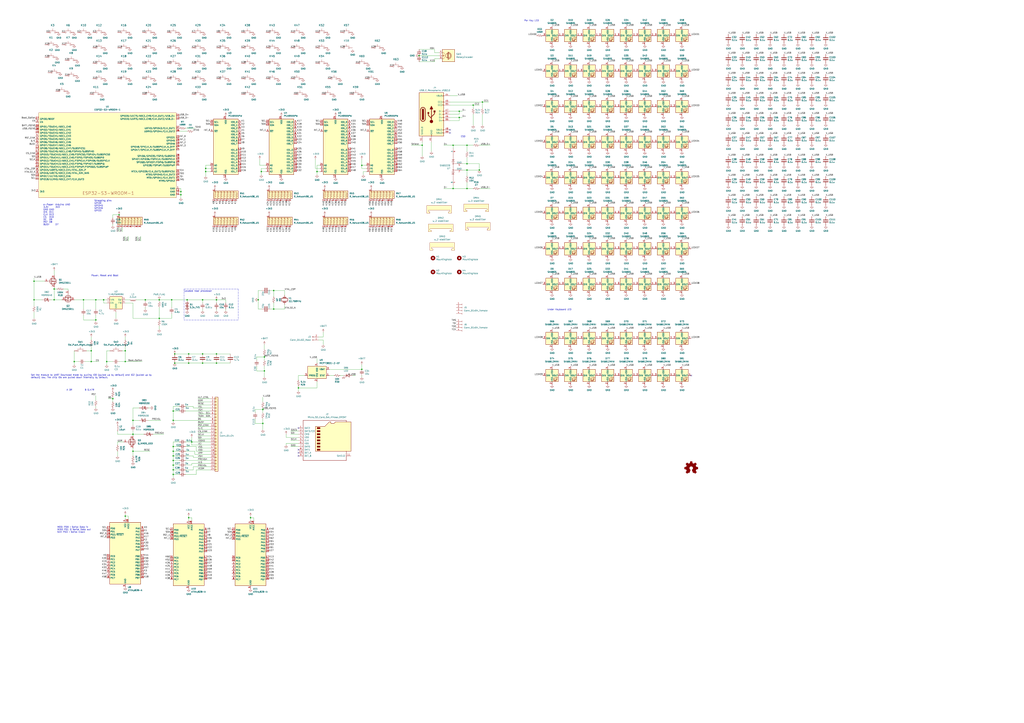
<source format=kicad_sch>
(kicad_sch (version 20211123) (generator eeschema)
  (paper "A1")
  (title_block (title "quasilinear-keyboard QLKB (More keys)") (date "2022-05-24 22:29") (comment 1 "Author: BitBinge") (comment 2 "Generated by klepcbgen.py v0.1"))
  (lib_symbols
    (symbol "Battery_Management:MCP73831-2-OT" (pin_names (offset 1.016))
      (property "Reference" "U" (at -7.62 6.35 0))
      (property "Value" "MCP73831-2-OT" (at 1.27 6.35 0))
      (symbol "MCP73831-2-OT_1_1"
        (pin output line (at 10.16 -2.54 180) (length 2.54) (name "STAT") (number "1"))
        (pin power_in line (at 0 -7.62 90) (length 2.54) (name "VSS") (number "2"))
        (pin power_out line (at 10.16 2.54 180) (length 2.54) (name "VBAT") (number "3"))
        (pin power_in line (at 0 7.62 270) (length 2.54) (name "VDD") (number "4"))
        (pin input line (at -10.16 -2.54 0) (length 2.54) (name "PROG") (number "5"))
      )
    )
    (symbol "Connector:Conn_01x02_Male" (pin_names (offset 1.016) hide)
      (property "Reference" "J" (at 0 2.54 0))
      (property "Value" "Conn_01x02_Male" (at 0 -5.08 0))
      (symbol "Conn_01x02_Male_1_1"
        (pin passive line (at 5.08 0 180) (length 3.81) (name "Pin_1") (number "1"))
        (pin passive line (at 5.08 -2.54 180) (length 3.81) (name "Pin_2") (number "2"))
      )
    )
    (symbol "Connector:Conn_01x04_Female" (pin_names (offset 1.016) hide)
      (property "Reference" "J" (at 0 5.08 0))
      (property "Value" "Conn_01x04_Female" (at 0 -7.62 0))
      (symbol "Conn_01x04_Female_1_1"
        (pin passive line (at -5.08 2.54 0) (length 3.81) (name "Pin_1") (number "1"))
        (pin passive line (at -5.08 0 0) (length 3.81) (name "Pin_2") (number "2"))
        (pin passive line (at -5.08 -2.54 0) (length 3.81) (name "Pin_3") (number "3"))
        (pin passive line (at -5.08 -5.08 0) (length 3.81) (name "Pin_4") (number "4"))
      )
    )
    (symbol "Connector:Micro_SD_Card_Det_Hirose_DM3AT" (pin_names (offset 1.016))
      (property "Reference" "J" (at -16.51 17.78 0))
      (property "Value" "Micro_SD_Card_Det_Hirose_DM3AT" (at 16.51 17.78 0))
      (symbol "Micro_SD_Card_Det_Hirose_DM3AT_1_1"
        (pin bidirectional line (at -22.86 10.16 0) (length 3.81) (name "DAT2") (number "1"))
        (pin passive line (at -22.86 -10.16 0) (length 3.81) (name "DET_A") (number "10"))
        (pin passive line (at 20.32 -12.7 180) (length 3.81) (name "SHIELD") (number "11"))
        (pin bidirectional line (at -22.86 7.62 0) (length 3.81) (name "DAT3/CD") (number "2"))
        (pin input line (at -22.86 5.08 0) (length 3.81) (name "CMD") (number "3"))
        (pin power_in line (at -22.86 2.54 0) (length 3.81) (name "VDD") (number "4"))
        (pin input line (at -22.86 0 0) (length 3.81) (name "CLK") (number "5"))
        (pin power_in line (at -22.86 -2.54 0) (length 3.81) (name "VSS") (number "6"))
        (pin bidirectional line (at -22.86 -5.08 0) (length 3.81) (name "DAT0") (number "7"))
        (pin bidirectional line (at -22.86 -7.62 0) (length 3.81) (name "DAT1") (number "8"))
        (pin passive line (at -22.86 -12.7 0) (length 3.81) (name "DET_B") (number "9"))
      )
    )
    (symbol "Connector:USB_C_Receptacle_USB2.0" (pin_names (offset 1.016))
      (property "Reference" "J" (at -10.16 19.05 0))
      (property "Value" "USB_C_Receptacle_USB2.0" (at 19.05 19.05 0))
      (symbol "USB_C_Receptacle_USB2.0_1_1"
        (pin passive line (at 0 -22.86 90) (length 5.08) (name "GND") (number "A1"))
        (pin passive line (at 0 -22.86 90) (length 5.08) hide (name "GND") (number "A12"))
        (pin passive line (at 15.24 15.24 180) (length 5.08) (name "VBUS") (number "A4"))
        (pin bidirectional line (at 15.24 10.16 180) (length 5.08) (name "CC1") (number "A5"))
        (pin bidirectional line (at 15.24 -2.54 180) (length 5.08) (name "D+") (number "A6"))
        (pin bidirectional line (at 15.24 2.54 180) (length 5.08) (name "D-") (number "A7"))
        (pin bidirectional line (at 15.24 -12.7 180) (length 5.08) (name "SBU1") (number "A8"))
        (pin passive line (at 15.24 15.24 180) (length 5.08) hide (name "VBUS") (number "A9"))
        (pin passive line (at 0 -22.86 90) (length 5.08) hide (name "GND") (number "B1"))
        (pin passive line (at 0 -22.86 90) (length 5.08) hide (name "GND") (number "B12"))
        (pin passive line (at 15.24 15.24 180) (length 5.08) hide (name "VBUS") (number "B4"))
        (pin bidirectional line (at 15.24 7.62 180) (length 5.08) (name "CC2") (number "B5"))
        (pin bidirectional line (at 15.24 -5.08 180) (length 5.08) (name "D+") (number "B6"))
        (pin bidirectional line (at 15.24 0 180) (length 5.08) (name "D-") (number "B7"))
        (pin bidirectional line (at 15.24 -15.24 180) (length 5.08) (name "SBU2") (number "B8"))
        (pin passive line (at 15.24 15.24 180) (length 5.08) hide (name "VBUS") (number "B9"))
        (pin passive line (at -7.62 -22.86 90) (length 5.08) (name "SHIELD") (number "S1"))
      )
    )
    (symbol "Connector_Generic:Conn_01x24" (pin_names (offset 1.016) hide)
      (property "Reference" "J" (at 0 30.48 0))
      (property "Value" "Conn_01x24" (at 0 -33.02 0))
      (symbol "Conn_01x24_1_1"
        (pin passive line (at -5.08 27.94 0) (length 3.81) (name "Pin_1") (number "1"))
        (pin passive line (at -5.08 5.08 0) (length 3.81) (name "Pin_10") (number "10"))
        (pin passive line (at -5.08 2.54 0) (length 3.81) (name "Pin_11") (number "11"))
        (pin passive line (at -5.08 0 0) (length 3.81) (name "Pin_12") (number "12"))
        (pin passive line (at -5.08 -2.54 0) (length 3.81) (name "Pin_13") (number "13"))
        (pin passive line (at -5.08 -5.08 0) (length 3.81) (name "Pin_14") (number "14"))
        (pin passive line (at -5.08 -7.62 0) (length 3.81) (name "Pin_15") (number "15"))
        (pin passive line (at -5.08 -10.16 0) (length 3.81) (name "Pin_16") (number "16"))
        (pin passive line (at -5.08 -12.7 0) (length 3.81) (name "Pin_17") (number "17"))
        (pin passive line (at -5.08 -15.24 0) (length 3.81) (name "Pin_18") (number "18"))
        (pin passive line (at -5.08 -17.78 0) (length 3.81) (name "Pin_19") (number "19"))
        (pin passive line (at -5.08 25.4 0) (length 3.81) (name "Pin_2") (number "2"))
        (pin passive line (at -5.08 -20.32 0) (length 3.81) (name "Pin_20") (number "20"))
        (pin passive line (at -5.08 -22.86 0) (length 3.81) (name "Pin_21") (number "21"))
        (pin passive line (at -5.08 -25.4 0) (length 3.81) (name "Pin_22") (number "22"))
        (pin passive line (at -5.08 -27.94 0) (length 3.81) (name "Pin_23") (number "23"))
        (pin passive line (at -5.08 -30.48 0) (length 3.81) (name "Pin_24") (number "24"))
        (pin passive line (at -5.08 22.86 0) (length 3.81) (name "Pin_3") (number "3"))
        (pin passive line (at -5.08 20.32 0) (length 3.81) (name "Pin_4") (number "4"))
        (pin passive line (at -5.08 17.78 0) (length 3.81) (name "Pin_5") (number "5"))
        (pin passive line (at -5.08 15.24 0) (length 3.81) (name "Pin_6") (number "6"))
        (pin passive line (at -5.08 12.7 0) (length 3.81) (name "Pin_7") (number "7"))
        (pin passive line (at -5.08 10.16 0) (length 3.81) (name "Pin_8") (number "8"))
        (pin passive line (at -5.08 7.62 0) (length 3.81) (name "Pin_9") (number "9"))
      )
    )
    (symbol "Device:C" (pin_numbers hide) (pin_names (offset 0.254))
      (property "Reference" "C" (at 0.635 2.54 0))
      (property "Value" "C" (at 0.635 -2.54 0))
      (symbol "C_1_1"
        (pin passive line (at 0 3.81 270) (length 2.794) (name "~") (number "1"))
        (pin passive line (at 0 -3.81 90) (length 2.794) (name "~") (number "2"))
      )
    )
    (symbol "Device:Crystal" (pin_numbers hide) (pin_names (offset 1.016) hide)
      (property "Reference" "Y" (at 0 3.81 0))
      (property "Value" "Crystal" (at 0 -3.81 0))
      (symbol "Crystal_1_1"
        (pin passive line (at -3.81 0 0) (length 1.27) (name "1") (number "1"))
        (pin passive line (at 3.81 0 180) (length 1.27) (name "2") (number "2"))
      )
    )
    (symbol "Device:LED" (pin_numbers hide) (pin_names (offset 1.016) hide)
      (property "Reference" "D" (at 0 2.54 0))
      (property "Value" "LED" (at 0 -2.54 0))
      (symbol "LED_1_1"
        (pin passive line (at -3.81 0 0) (length 2.54) (name "K") (number "1"))
        (pin passive line (at 3.81 0 180) (length 2.54) (name "A") (number "2"))
      )
    )
    (symbol "Device:L_Core_Ferrite_Small" (pin_numbers hide) (pin_names (offset 0.254) hide)
      (property "Reference" "L" (at 1.27 1.016 0))
      (property "Value" "Device_L_Core_Ferrite_Small" (at 1.27 -1.27 0))
      (symbol "L_Core_Ferrite_Small_1_1"
        (pin passive line (at 0 2.54 270) (length 0.508) (name "~") (number "1"))
        (pin passive line (at 0 -2.54 90) (length 0.508) (name "~") (number "2"))
      )
    )
    (symbol "Device:L_Small" (pin_numbers hide) (pin_names (offset 0.254) hide)
      (property "Reference" "L" (at 0.762 1.016 0))
      (property "Value" "L_Small" (at 0.762 -1.016 0))
      (symbol "L_Small_1_1"
        (pin passive line (at 0 2.54 270) (length 0.508) (name "~") (number "1"))
        (pin passive line (at 0 -2.54 90) (length 0.508) (name "~") (number "2"))
      )
    )
    (symbol "Device:Q_NMOS_GSD" (pin_names (offset 0) hide)
      (property "Reference" "Q" (at 5.08 1.27 0))
      (property "Value" "Q_NMOS_GSD" (at 5.08 -1.27 0))
      (symbol "Q_NMOS_GSD_1_1"
        (pin input line (at -5.08 0 0) (length 2.54) (name "G") (number "1"))
        (pin passive line (at 2.54 -5.08 90) (length 2.54) (name "S") (number "2"))
        (pin passive line (at 2.54 5.08 270) (length 2.54) (name "D") (number "3"))
      )
    )
    (symbol "Device:R_Network08_US" (pin_names (offset 0) hide)
      (property "Reference" "RN" (at -12.7 0 90))
      (property "Value" "R_Network08_US" (at 10.16 0 90))
      (symbol "R_Network08_US_1_1"
        (pin passive line (at -10.16 5.08 270) (length 2.54) (name "common") (number "1"))
        (pin passive line (at -10.16 -5.08 90) (length 1.27) (name "R1") (number "2"))
        (pin passive line (at -7.62 -5.08 90) (length 1.27) (name "R2") (number "3"))
        (pin passive line (at -5.08 -5.08 90) (length 1.27) (name "R3") (number "4"))
        (pin passive line (at -2.54 -5.08 90) (length 1.27) (name "R4") (number "5"))
        (pin passive line (at 0 -5.08 90) (length 1.27) (name "R5") (number "6"))
        (pin passive line (at 2.54 -5.08 90) (length 1.27) (name "R6") (number "7"))
        (pin passive line (at 5.08 -5.08 90) (length 1.27) (name "R7") (number "8"))
        (pin passive line (at 7.62 -5.08 90) (length 1.27) (name "R8") (number "9"))
      )
    )
    (symbol "Device:RotaryEncoder" (pin_names (offset 0.254) hide)
      (property "Reference" "SW" (at 0 6.604 0))
      (property "Value" "RotaryEncoder" (at 0 -6.604 0))
      (symbol "RotaryEncoder_1_1"
        (pin passive line (at -7.62 2.54 0) (length 2.54) (name "A") (number "A"))
        (pin passive line (at -7.62 -2.54 0) (length 2.54) (name "B") (number "B"))
        (pin passive line (at -7.62 0 0) (length 2.54) (name "C") (number "C"))
      )
    )
    (symbol "Diode:MBR0530" (pin_numbers hide) (pin_names (offset 1.016) hide)
      (property "Reference" "D" (at 0 2.54 0))
      (property "Value" "MBR0530" (at 0 -2.54 0))
      (symbol "MBR0530_1_1"
        (pin passive line (at -3.81 0 0) (length 2.54) (name "K") (number "1"))
        (pin passive line (at 3.81 0 180) (length 2.54) (name "A") (number "2"))
      )
    )
    (symbol "Diode:MBR0540" (pin_numbers hide) (pin_names (offset 1.016) hide)
      (property "Reference" "D" (at 0 2.54 0))
      (property "Value" "MBR0540" (at 0 -2.54 0))
      (symbol "MBR0540_1_1"
        (pin passive line (at -3.81 0 0) (length 2.54) (name "K") (number "1"))
        (pin passive line (at 3.81 0 180) (length 2.54) (name "A") (number "2"))
      )
    )
    (symbol "Espressif:ESP32-S3-WROOM-1" (pin_names (offset 1.016))
      (property "Reference" "U" (at 0 35.56 0))
      (property "Value" "ESP32-S3-WROOM-1" (at 0 -36.83 0))
      (symbol "ESP32-S3-WROOM-1_0_0"
        (text "ESP32-S3-WROOM-1" (at 0 -31.75 0) (effects (font (size 2.54 2.54))))
        (pin power_in line (at 58.42 -27.94 180) (length 2.54) (name "GND") (number "1"))
        (pin bidirectional line (at -59.69 -17.78 0) (length 2.54) (name "GPIO17/U1TXD/ADC2_CH6") (number "10"))
        (pin bidirectional line (at -59.69 -20.32 0) (length 2.54) (name "GPIO18/U1RXD/ADC2_CH7/CLK_OUT3") (number "11"))
        (pin bidirectional line (at -59.69 5.08 0) (length 2.54) (name "GPIO8/TOUCH8/ADC1_CH7/SUBSPICS1") (number "12"))
        (pin bidirectional line (at 58.42 29.21 180) (length 2.54) (name "GPIO19/U1RTS/ADC2_CH8/CLK_OUT2/USB_D-") (number "13"))
        (pin bidirectional line (at 58.42 31.75 180) (length 2.54) (name "GPIO20/U1CTS/ADC2_CH9/CLK_OUT1/USB_D+") (number "14"))
        (pin bidirectional line (at -59.69 17.78 0) (length 2.54) (name "GPIO3/TOUCH3/ADC1_CH2") (number "15"))
        (pin bidirectional line (at 58.42 8.89 180) (length 2.54) (name "GPIO46") (number "16"))
        (pin bidirectional line (at -59.69 2.54 0) (length 2.54) (name "GPIO9/TOUCH9/ADC1_CH8/FSPIHD/SUBSPIHD") (number "17"))
        (pin bidirectional line (at -59.69 0 0) (length 2.54) (name "GPIO10/TOUCH10/ADC1_CH9/FSPICS0/FSPIIO4/SUBSPICS0") (number "18"))
        (pin bidirectional line (at -59.69 -2.54 0) (length 2.54) (name "GPIO11/TOUCH11/ADC2_CH0/FSPID/FSPIIO5/SUBSPID") (number "19"))
        (pin power_in line (at -59.69 -30.48 0) (length 2.54) (name "3V3") (number "2"))
        (pin bidirectional line (at -59.69 -5.08 0) (length 2.54) (name "GPIO12/TOUCH12/ADC2_CH1/FSPICLK/FSPIIO6/SUBSPICLK") (number "20"))
        (pin bidirectional line (at -59.69 -7.62 0) (length 2.54) (name "GPIO13/TOUCH13/ADC2_CH2/FSPIQ/FSPIIO7/SUBSPIQ") (number "21"))
        (pin bidirectional line (at -59.69 -10.16 0) (length 2.54) (name "GPIO14/TOUCH14/ADC2_CH3/FSPIWP/FSPIDQS/SUBSPIWP") (number "22"))
        (pin bidirectional line (at 58.42 13.97 180) (length 2.54) (name "GPIO21") (number "23"))
        (pin bidirectional line (at 58.42 3.81 180) (length 2.54) (name "GPIO47/SPICLK_P/SUBSPICLK_P_DIFF") (number "24"))
        (pin bidirectional line (at 58.42 6.35 180) (length 2.54) (name "GPIO48/SPICLK_N/SUBSPICLK_N_DIFF") (number "25"))
        (pin bidirectional line (at 58.42 11.43 180) (length 2.54) (name "GPIO45") (number "26"))
        (pin bidirectional line (at -59.69 29.21 0) (length 2.54) (name "GPIO0/BOOT") (number "27"))
        (pin bidirectional line (at 58.42 -1.27 180) (length 2.54) (name "SPIIO6/GPIO35/FSPID/SUBSPID") (number "28"))
        (pin bidirectional line (at 58.42 -3.81 180) (length 2.54) (name "SPIIO7/GPIO36/FSPICLK/SUBSPICLK") (number "29"))
        (pin input line (at -59.69 26.67 0) (length 2.54) (name "EN") (number "3"))
        (pin bidirectional line (at 58.42 -6.35 180) (length 2.54) (name "SPIDQS/GPIO37/FSPIQ/SUBSPIQ") (number "30"))
        (pin bidirectional line (at 58.42 -8.89 180) (length 2.54) (name "GPIO38/FSPIWP/SUBSPIWP") (number "31"))
        (pin bidirectional line (at 58.42 -13.97 180) (length 2.54) (name "MTCK/GPIO39/CLK_OUT3/SUBSPICS1") (number "32"))
        (pin bidirectional line (at 58.42 -16.51 180) (length 2.54) (name "MTDO/GPIO40/CLK_OUT2") (number "33"))
        (pin bidirectional line (at 58.42 -19.05 180) (length 2.54) (name "MTDI/GPIO41/CLK_OUT1") (number "34"))
        (pin bidirectional line (at 58.42 -21.59 180) (length 2.54) (name "MTMS/GPIO42") (number "35"))
        (pin bidirectional line (at 58.42 19.05 180) (length 2.54) (name "U0RXD/GPIO44/CLK_OUT2") (number "36"))
        (pin bidirectional line (at 58.42 21.59 180) (length 2.54) (name "U0TXD/GPIO43/CLK_OUT1") (number "37"))
        (pin bidirectional line (at -59.69 20.32 0) (length 2.54) (name "GPIO2/TOUCH2/ADC1_CH1") (number "38"))
        (pin bidirectional line (at -59.69 22.86 0) (length 2.54) (name "GPIO1/TOUCH1/ADC1_CH0") (number "39"))
        (pin bidirectional line (at -59.69 15.24 0) (length 2.54) (name "GPIO4/TOUCH4/ADC1_CH3") (number "4"))
        (pin power_in line (at 58.42 -30.48 180) (length 2.54) (name "GND") (number "40"))
        (pin power_in line (at 58.42 -33.02 180) (length 2.54) (name "GND") (number "41"))
        (pin bidirectional line (at -59.69 12.7 0) (length 2.54) (name "GPIO5/TOUCH5/ADC1_CH4") (number "5"))
        (pin bidirectional line (at -59.69 10.16 0) (length 2.54) (name "GPIO6/TOUCH6/ADC1_CH5") (number "6"))
        (pin bidirectional line (at -59.69 7.62 0) (length 2.54) (name "GPIO7/TOUCH7/ADC1_CH6") (number "7"))
        (pin bidirectional line (at -59.69 -12.7 0) (length 2.54) (name "GPIO15/U0RTS/ADC2_CH4/XTAL_32K_P") (number "8"))
        (pin bidirectional line (at -59.69 -15.24 0) (length 2.54) (name "GPIO16/U0CTS/ADC2_CH5/XTAL_32K_NH5") (number "9"))
      )
    )
    (symbol "Graphic:Logo_Open_Hardware_Small" (pin_names (offset 1.016)))
    (symbol "Interface_Expansion:PCA9555PW"
      (property "Reference" "U" (at -8.89 24.13 0))
      (property "Value" "PCA9555PW" (at 6.35 24.13 0))
      (symbol "PCA9555PW_1_1"
        (pin open_collector line (at -12.7 12.7 0) (length 2.54) (name "~{INT}") (number "1"))
        (pin bidirectional line (at 12.7 5.08 180) (length 2.54) (name "IO0_6") (number "10"))
        (pin bidirectional line (at 12.7 2.54 180) (length 2.54) (name "IO0_7") (number "11"))
        (pin power_in line (at 0 -25.4 90) (length 2.54) (name "VSS") (number "12"))
        (pin bidirectional line (at 12.7 -2.54 180) (length 2.54) (name "IO1_0") (number "13"))
        (pin bidirectional line (at 12.7 -5.08 180) (length 2.54) (name "IO1_1") (number "14"))
        (pin bidirectional line (at 12.7 -7.62 180) (length 2.54) (name "IO1_2") (number "15"))
        (pin bidirectional line (at 12.7 -10.16 180) (length 2.54) (name "IO1_3") (number "16"))
        (pin bidirectional line (at 12.7 -12.7 180) (length 2.54) (name "IO1_4") (number "17"))
        (pin bidirectional line (at 12.7 -15.24 180) (length 2.54) (name "IO1_5") (number "18"))
        (pin bidirectional line (at 12.7 -17.78 180) (length 2.54) (name "IO1_6") (number "19"))
        (pin input line (at -12.7 -17.78 0) (length 2.54) (name "A1") (number "2"))
        (pin bidirectional line (at 12.7 -20.32 180) (length 2.54) (name "IO1_7") (number "20"))
        (pin input line (at -12.7 -15.24 0) (length 2.54) (name "A0") (number "21"))
        (pin input line (at -12.7 20.32 0) (length 2.54) (name "SCL") (number "22"))
        (pin bidirectional line (at -12.7 17.78 0) (length 2.54) (name "SDA") (number "23"))
        (pin power_in line (at 0 25.4 270) (length 2.54) (name "VDD") (number "24"))
        (pin input line (at -12.7 -20.32 0) (length 2.54) (name "A2") (number "3"))
        (pin bidirectional line (at 12.7 20.32 180) (length 2.54) (name "IO0_0") (number "4"))
        (pin bidirectional line (at 12.7 17.78 180) (length 2.54) (name "IO0_1") (number "5"))
        (pin bidirectional line (at 12.7 15.24 180) (length 2.54) (name "IO0_2") (number "6"))
        (pin bidirectional line (at 12.7 12.7 180) (length 2.54) (name "IO0_3") (number "7"))
        (pin bidirectional line (at 12.7 10.16 180) (length 2.54) (name "IO0_4") (number "8"))
        (pin bidirectional line (at 12.7 7.62 180) (length 2.54) (name "IO0_5") (number "9"))
      )
    )
    (symbol "LED:SK6805" (pin_names (offset 0.254))
      (property "Reference" "D" (at 5.08 5.715 0))
      (property "Value" "SK6805" (at 1.27 -5.715 0))
      (symbol "SK6805_0_0"
        (text "RGB" (at 2.286 -4.191 0) (effects (font (size 0.762 0.762))))
      )
      (symbol "SK6805_1_1"
        (pin output line (at 7.62 0 180) (length 2.54) (name "DOUT") (number "1"))
        (pin power_in line (at 0 -7.62 90) (length 2.54) (name "VSS") (number "2"))
        (pin input line (at -7.62 0 0) (length 2.54) (name "DIN") (number "3"))
        (pin power_in line (at 0 7.62 270) (length 2.54) (name "VDD") (number "4"))
      )
    )
    (symbol "LED:SK6812MINI" (pin_names (offset 0.254))
      (property "Reference" "D" (at 5.08 5.715 0))
      (property "Value" "SK6812MINI" (at 1.27 -5.715 0))
      (symbol "SK6812MINI_0_0"
        (text "RGB" (at 2.286 -4.191 0) (effects (font (size 0.762 0.762))))
      )
      (symbol "SK6812MINI_1_1"
        (pin output line (at 7.62 0 180) (length 2.54) (name "DOUT") (number "1"))
        (pin power_in line (at 0 -7.62 90) (length 2.54) (name "VSS") (number "2"))
        (pin input line (at -7.62 0 0) (length 2.54) (name "DIN") (number "3"))
        (pin power_in line (at 0 7.62 270) (length 2.54) (name "VDD") (number "4"))
      )
    )
    (symbol "MCU_Microchip_ATtiny:ATtiny828-A"
      (property "Reference" "U" (at -12.7 26.67 0))
      (property "Value" "ATtiny828-A" (at 2.54 -26.67 0))
      (symbol "ATtiny828-A_1_1"
        (pin bidirectional line (at -15.24 -7.62 0) (length 2.54) (name "PC2") (number "1"))
        (pin bidirectional line (at 15.24 17.78 180) (length 2.54) (name "PA1") (number "10"))
        (pin bidirectional line (at 15.24 15.24 180) (length 2.54) (name "PA2") (number "11"))
        (pin bidirectional line (at 15.24 12.7 180) (length 2.54) (name "PA3") (number "12"))
        (pin bidirectional line (at 15.24 10.16 180) (length 2.54) (name "PA4") (number "13"))
        (pin bidirectional line (at 15.24 7.62 180) (length 2.54) (name "PA5") (number "14"))
        (pin bidirectional line (at 15.24 5.08 180) (length 2.54) (name "PA6") (number "15"))
        (pin bidirectional line (at 15.24 2.54 180) (length 2.54) (name "PA7") (number "16"))
        (pin bidirectional line (at 15.24 -2.54 180) (length 2.54) (name "PB0") (number "17"))
        (pin power_in line (at 2.54 27.94 270) (length 2.54) (name "AVCC") (number "18"))
        (pin bidirectional line (at 15.24 -5.08 180) (length 2.54) (name "PB1") (number "19"))
        (pin bidirectional line (at -15.24 -10.16 0) (length 2.54) (name "PC3") (number "2"))
        (pin bidirectional line (at 15.24 -7.62 180) (length 2.54) (name "PB2") (number "20"))
        (pin passive line (at 0 -27.94 90) (length 2.54) hide (name "GND") (number "21"))
        (pin bidirectional line (at 15.24 -10.16 180) (length 2.54) (name "PB3") (number "22"))
        (pin bidirectional line (at 15.24 -12.7 180) (length 2.54) (name "PB4") (number "23"))
        (pin bidirectional line (at 15.24 -15.24 180) (length 2.54) (name "PB5") (number "24"))
        (pin bidirectional line (at 15.24 -17.78 180) (length 2.54) (name "PB6") (number "25"))
        (pin bidirectional line (at 15.24 -20.32 180) (length 2.54) (name "PB7") (number "26"))
        (pin bidirectional line (at -15.24 20.32 0) (length 2.54) (name "PD0") (number "27"))
        (pin bidirectional line (at -15.24 17.78 0) (length 2.54) (name "PD1") (number "28"))
        (pin bidirectional line (at -15.24 15.24 0) (length 2.54) (name "PD2/~{RESET}") (number "29"))
        (pin bidirectional line (at -15.24 -12.7 0) (length 2.54) (name "PC4") (number "3"))
        (pin bidirectional line (at -15.24 12.7 0) (length 2.54) (name "PD3") (number "30"))
        (pin bidirectional line (at -15.24 -2.54 0) (length 2.54) (name "PC0") (number "31"))
        (pin bidirectional line (at -15.24 -5.08 0) (length 2.54) (name "PC1") (number "32"))
        (pin power_in line (at 0 27.94 270) (length 2.54) (name "VCC") (number "4"))
        (pin power_in line (at 0 -27.94 90) (length 2.54) (name "GND") (number "5"))
        (pin bidirectional line (at -15.24 -15.24 0) (length 2.54) (name "PC5") (number "6"))
        (pin bidirectional line (at -15.24 -17.78 0) (length 2.54) (name "PC6") (number "7"))
        (pin bidirectional line (at -15.24 -20.32 0) (length 2.54) (name "PC7") (number "8"))
        (pin bidirectional line (at 15.24 20.32 180) (length 2.54) (name "PA0") (number "9"))
      )
    )
    (symbol "Mechanical:DIN_Rail_Adapter"
      (property "Reference" "DRA" (at 0 6.35 0))
      (property "Value" "DIN_Rail_Adapter" (at 0 3.81 0))
    )
    (symbol "Mechanical:MountingHole" (pin_names (offset 1.016))
      (property "Reference" "H" (at 0 5.08 0))
      (property "Value" "MountingHole" (at 0 3.175 0))
    )
    (symbol "Switch:SW_Push" (pin_numbers hide) (pin_names (offset 1.016) hide)
      (property "Reference" "SW" (at 1.27 2.54 0))
      (property "Value" "SW_Push" (at 0 -1.524 0))
      (symbol "SW_Push_0_1"
        (pin passive line (at -5.08 0 0) (length 2.54) (name "1") (number "1"))
        (pin passive line (at 5.08 0 180) (length 2.54) (name "2") (number "2"))
      )
    )
    (symbol "Transistor_FET:DMG2301L" (pin_names hide)
      (property "Reference" "Q" (at 5.08 1.905 0))
      (property "Value" "DMG2301L" (at 5.08 0 0))
      (symbol "DMG2301L_1_1"
        (pin input line (at -5.08 0 0) (length 2.54) (name "G") (number "1"))
        (pin passive line (at 2.54 -5.08 90) (length 2.54) (name "S") (number "2"))
        (pin passive line (at 2.54 5.08 270) (length 2.54) (name "D") (number "3"))
      )
    )
    (symbol "power:+3.3V" (power) (pin_names (offset 0))
      (property "Value" "+3.3V" (at 0 3.556 0))
      (symbol "+3.3V_1_1"
        (pin power_in line (at 0 0 90) (length 0) hide (name "+3V3") (number "1"))
      )
    )
    (symbol "power:+BATT" (power) (pin_names (offset 0))
      (property "Value" "+BATT" (at 0 3.556 0))
      (symbol "+BATT_1_1"
        (pin power_in line (at 0 0 90) (length 0) hide (name "+BATT") (number "1"))
      )
    )
    (symbol "power:GND" (power) (pin_names (offset 0))
      (property "Value" "GND" (at 0 -3.81 0))
      (symbol "GND_1_1"
        (pin power_in line (at 0 0 270) (length 0) hide (name "GND") (number "1"))
      )
    )
    (symbol "power:PWR_FLAG" (power) (pin_numbers hide) (pin_names (offset 0) hide)
      (property "Value" "PWR_FLAG" (at 0 3.81 0))
      (symbol "PWR_FLAG_0_0"
        (pin power_out line (at 0 0 90) (length 0) (name "pwr") (number "1"))
      )
    )
    (symbol "temp-sensor-rescue:+3.3V-power-temp-sensor-rescue" (power) (pin_names (offset 0))
      (property "Value" "+3.3V-power-temp-sensor-rescue" (at 0 3.556 0))
      (symbol "+3.3V-power-temp-sensor-rescue_1_1"
        (pin power_in line (at 0 0 90) (length 0) hide (name "+3V3") (number "1"))
      )
    )
    (symbol "temp-sensor-rescue:C_Small-Device-temp-sensor-rescue" (pin_numbers hide) (pin_names (offset 0.254) hide)
      (property "Reference" "C" (at 0.254 1.778 0))
      (property "Value" "C_Small-Device-temp-sensor-rescue" (at 0.254 -2.032 0))
      (symbol "C_Small-Device-temp-sensor-rescue_1_1"
        (pin passive line (at 0 2.54 270) (length 2.032) (name "~") (number "1"))
        (pin passive line (at 0 -2.54 90) (length 2.032) (name "~") (number "2"))
      )
    )
    (symbol "temp-sensor-rescue:D_TVS-Device-temp-sensor-rescue" (pin_numbers hide) (pin_names (offset 1.016) hide)
      (property "Reference" "D" (at 0 2.54 0))
      (property "Value" "D_TVS-Device-temp-sensor-rescue" (at 0 -2.54 0))
      (symbol "D_TVS-Device-temp-sensor-rescue_1_1"
        (pin passive line (at -3.81 0 0) (length 2.54) (name "A1") (number "1"))
        (pin passive line (at 3.81 0 180) (length 2.54) (name "A2") (number "2"))
      )
    )
    (symbol "temp-sensor-rescue:GND-power-temp-sensor-rescue" (power) (pin_names (offset 0))
      (property "Value" "GND-power-temp-sensor-rescue" (at 0 -3.81 0))
      (symbol "GND-power-temp-sensor-rescue_1_1"
        (pin power_in line (at 0 0 270) (length 0) hide (name "GND") (number "1"))
      )
    )
    (symbol "temp-sensor-rescue:R_Small_US-Device-temp-sensor-rescue" (pin_numbers hide) (pin_names (offset 0.254) hide)
      (property "Reference" "R" (at 0.762 0.508 0))
      (property "Value" "R_Small_US-Device-temp-sensor-rescue" (at 0.762 -1.016 0))
      (symbol "R_Small_US-Device-temp-sensor-rescue_1_1"
        (pin passive line (at 0 2.54 270) (length 1.016) (name "~") (number "1"))
        (pin passive line (at 0 -2.54 90) (length 1.016) (name "~") (number "2"))
      )
    )
    (symbol "temp-sensor-rescue:SW_Push-Switch-temp-sensor-rescue" (pin_numbers hide) (pin_names (offset 1.016) hide)
      (property "Reference" "SW" (at 1.27 2.54 0))
      (property "Value" "SW_Push-Switch-temp-sensor-rescue" (at 0 -1.524 0))
      (symbol "SW_Push-Switch-temp-sensor-rescue_0_1"
        (pin passive line (at -5.08 0 0) (length 2.54) (name "1") (number "1"))
        (pin passive line (at 5.08 0 180) (length 2.54) (name "2") (number "2"))
      )
    )
    (symbol "temp-sensor-rescue:TLV62569DBV-Regulator_Switching-temp-sensor-rescue"
      (property "Reference" "U" (at -5.08 6.35 0))
      (property "Value" "TLV62569DBV-Regulator_Switching-temp-sensor-rescue" (at 0 6.35 0))
      (symbol "TLV62569DBV-Regulator_Switching-temp-sensor-rescue_1_1"
        (pin input line (at -7.62 0 0) (length 2.54) (name "EN") (number "1"))
        (pin power_in line (at 0 -7.62 90) (length 2.54) (name "GND") (number "2"))
        (pin power_out line (at 7.62 2.54 180) (length 2.54) (name "SW") (number "3"))
        (pin power_in line (at -7.62 2.54 0) (length 2.54) (name "VIN") (number "4"))
        (pin input line (at 7.62 0 180) (length 2.54) (name "FB") (number "5"))
      )
    )
    (symbol "twig:SN65220-Power_Protection_passthrough" (pin_names (offset 0))
      (property "Reference" "U" (at 0 5.715 0))
      (property "Value" "SN65220-Power_Protection_passthrough" (at 0 3.81 0))
      (symbol "SN65220-Power_Protection_passthrough_1_1"
        (pin passive line (at -15.24 0 0) (length 2.54) hide (name "~") (number "1"))
        (pin passive line (at 2.54 -7.62 90) (length 5.08) (name "GND") (number "2"))
        (pin passive line (at 15.24 0 180) (length 2.54) hide (name "~") (number "3"))
        (pin passive line (at 15.24 0 180) (length 5.08) (name "B") (number "4"))
        (pin passive line (at -2.54 -7.62 90) (length 5.08) (name "GND") (number "5"))
        (pin passive line (at -15.24 0 0) (length 5.08) (name "A") (number "6"))
      )
    )
  )
  (junction (at 85.09 246.38))
  (junction (at 260.35 140.97))
  (junction (at 130.81 246.38))
  (junction (at 27.94 246.38))
  (junction (at 44.45 246.38))
  (junction (at 102.87 288.29))
  (junction (at 383.54 154.94))
  (junction (at 372.11 154.94))
  (junction (at 217.17 293.37))
  (junction (at 119.38 246.38))
  (junction (at 74.93 297.18))
  (junction (at 60.96 297.18))
  (junction (at 224.79 254))
  (junction (at 396.24 83.82))
  (junction (at 215.9 347.98))
  (junction (at 245.11 318.77))
  (junction (at 205.74 425.45))
  (junction (at 166.37 290.83))
  (junction (at 102.87 297.18))
  (junction (at 212.09 246.38))
  (junction (at 142.24 337.82))
  (junction (at 102.87 424.18))
  (junction (at 177.8 246.38))
  (junction (at 154.94 298.45))
  (junction (at 215.9 336.55))
  (junction (at 383.54 119.38))
  (junction (at 142.24 386.08))
  (junction (at 142.24 370.84))
  (junction (at 297.18 135.89))
  (junction (at 154.94 425.45))
  (junction (at 166.37 298.45))
  (junction (at 92.71 327.66))
  (junction (at 109.22 356.87))
  (junction (at 130.81 261.62))
  (junction (at 177.8 298.45))
  (junction (at 153.67 246.38))
  (junction (at 142.24 367.03))
  (junction (at 78.74 246.38))
  (junction (at 140.97 246.38))
  (junction (at 157.48 363.22))
  (junction (at 383.54 134.62))
  (junction (at 109.22 370.84))
  (junction (at 214.63 140.97))
  (junction (at 393.7 139.7))
  (junction (at 142.24 389.89))
  (junction (at 346.71 119.38))
  (junction (at 168.91 140.97))
  (junction (at 44.45 237.49))
  (junction (at 143.51 290.83))
  (junction (at 78.74 262.89))
  (junction (at 143.51 298.45))
  (junction (at 142.24 374.65))
  (junction (at 224.79 238.76))
  (junction (at 388.62 86.36))
  (junction (at 142.24 345.44))
  (junction (at 27.94 231.14))
  (junction (at 297.18 303.53))
  (junction (at 217.17 304.8))
  (junction (at 87.63 297.18))
  (junction (at 148.59 157.48))
  (junction (at 377.19 91.44))
  (junction (at 177.8 290.83))
  (junction (at 109.22 345.44))
  (junction (at 377.19 96.52))
  (junction (at 166.37 246.38))
  (junction (at 383.54 139.7))
  (junction (at 97.79 176.53))
  (junction (at 168.91 138.43))
  (junction (at 154.94 290.83))
  (junction (at 148.59 160.02))
  (junction (at 74.93 288.29))
  (junction (at 68.58 246.38))
  (junction (at 142.24 382.27))
  (junction (at 344.17 45.72))
  (junction (at 372.11 119.38))
  (junction (at 142.24 378.46))
  (no_connect (at 245.11 351.79))
  (no_connect (at 245.11 369.57))
  (no_connect (at 245.11 372.11))
  (no_connect (at 245.11 374.65))
  (no_connect (at 369.57 109.22))
  (no_connect (at 369.57 106.68))
  (no_connect (at 567.69 308.61))
  (wire (pts (xy 114.3 345.44) (xy 109.22 345.44)))
  (wire (pts (xy 245.11 318.77) (xy 245.11 321.31)))
  (wire (pts (xy 210.82 300.99) (xy 210.82 304.8)))
  (wire (pts (xy 210.82 293.37) (xy 217.17 293.37)))
  (wire (pts (xy 379.73 134.62) (xy 383.54 134.62)))
  (wire (pts (xy 238.76 361.95) (xy 245.11 361.95)))
  (wire (pts (xy 166.37 254) (xy 166.37 255.27)))
  (wire (pts (xy 147.32 160.02) (xy 148.59 160.02)))
  (wire (pts (xy 153.67 247.65) (xy 153.67 246.38)))
  (wire (pts (xy 166.37 246.38) (xy 177.8 246.38)))
  (wire (pts (xy 177.8 290.83) (xy 189.23 290.83)))
  (wire (pts (xy 369.57 86.36) (xy 388.62 86.36)))
  (wire (pts (xy 265.43 279.4) (xy 265.43 283.21)))
  (wire (pts (xy 208.28 425.45) (xy 208.28 427.99)))
  (wire (pts (xy 130.81 261.62) (xy 130.81 262.89)))
  (wire (pts (xy 212.09 254) (xy 214.63 254)))
  (wire (pts (xy 102.87 424.18) (xy 102.87 426.72)))
  (wire (pts (xy 78.74 334.01) (xy 78.74 335.28)))
  (wire (pts (xy 143.51 290.83) (xy 154.94 290.83)))
  (wire (pts (xy 157.48 363.22) (xy 172.72 363.22)))
  (wire (pts (xy 270.51 303.53) (xy 297.18 303.53)))
  (wire (pts (xy 396.24 83.82) (xy 401.32 83.82)))
  (wire (pts (xy 130.81 247.65) (xy 130.81 246.38)))
  (wire (pts (xy 172.72 135.89) (xy 168.91 135.89)))
  (wire (pts (xy 162.56 347.98) (xy 172.72 347.98)))
  (wire (pts (xy 238.76 367.03) (xy 245.11 367.03)))
  (wire (pts (xy 209.55 339.09) (xy 209.55 336.55)))
  (wire (pts (xy 109.22 356.87) (xy 109.22 358.14)))
  (wire (pts (xy 157.48 382.27) (xy 157.48 381)))
  (wire (pts (xy 162.56 360.68) (xy 172.72 360.68)))
  (wire (pts (xy 154.94 298.45) (xy 166.37 298.45)))
  (wire (pts (xy 297.18 299.72) (xy 297.18 303.53)))
  (wire (pts (xy 153.67 246.38) (xy 166.37 246.38)))
  (wire (pts (xy 215.9 347.98) (xy 215.9 353.06)))
  (wire (pts (xy 224.79 248.92) (xy 224.79 254)))
  (wire (pts (xy 142.24 367.03) (xy 147.32 367.03)))
  (wire (pts (xy 142.24 378.46) (xy 142.24 382.27)))
  (wire (pts (xy 162.56 327.66) (xy 172.72 327.66)))
  (wire (pts (xy 383.54 119.38) (xy 372.11 119.38)))
  (wire (pts (xy 157.48 381) (xy 172.72 381)))
  (wire (pts (xy 109.22 335.28) (xy 109.22 345.44)))
  (wire (pts (xy 74.93 297.18) (xy 81.28 297.18)))
  (wire (pts (xy 369.57 96.52) (xy 377.19 96.52)))
  (wire (pts (xy 95.25 261.62) (xy 95.25 256.54)))
  (wire (pts (xy 142.24 374.65) (xy 147.32 374.65)))
  (wire (pts (xy 87.63 248.92) (xy 85.09 248.92)))
  (wire (pts (xy 148.59 154.94) (xy 148.59 157.48)))
  (wire (pts (xy 130.81 246.38) (xy 140.97 246.38)))
  (wire (pts (xy 105.41 424.18) (xy 105.41 426.72)))
  (wire (pts (xy 217.17 293.37) (xy 217.17 295.91)))
  (wire (pts (xy 109.22 368.3) (xy 109.22 370.84)))
  (wire (pts (xy 158.75 386.08) (xy 158.75 383.54)))
  (wire (pts (xy 100.33 288.29) (xy 102.87 288.29)))
  (wire (pts (xy 215.9 347.98) (xy 215.9 344.17)))
  (wire (pts (xy 109.22 356.87) (xy 118.11 356.87)))
  (wire (pts (xy 119.38 252.73) (xy 119.38 254)))
  (wire (pts (xy 157.48 365.76) (xy 157.48 363.22)))
  (wire (pts (xy 393.7 139.7) (xy 383.54 139.7)))
  (wire (pts (xy 142.24 337.82) (xy 142.24 345.44)))
  (wire (pts (xy 152.4 105.41) (xy 160.02 105.41)))
  (wire (pts (xy 259.08 130.81) (xy 259.08 138.43)))
  (wire (pts (xy 158.75 383.54) (xy 172.72 383.54)))
  (wire (pts (xy 74.93 284.48) (xy 74.93 288.29)))
  (wire (pts (xy 102.87 297.18) (xy 116.84 297.18)))
  (wire (pts (xy 388.62 86.36) (xy 393.7 86.36)))
  (wire (pts (xy 205.74 425.45) (xy 208.28 425.45)))
  (wire (pts (xy 69.85 297.18) (xy 74.93 297.18)))
  (wire (pts (xy 96.52 370.84) (xy 96.52 374.65)))
  (wire (pts (xy 260.35 135.89) (xy 260.35 140.97)))
  (wire (pts (xy 214.63 143.51) (xy 214.63 140.97)))
  (wire (pts (xy 217.17 304.8) (xy 217.17 309.88)))
  (wire (pts (xy 213.36 130.81) (xy 213.36 135.89)))
  (wire (pts (xy 97.79 297.18) (xy 102.87 297.18)))
  (wire (pts (xy 109.22 248.92) (xy 109.22 261.62)))
  (wire (pts (xy 90.17 288.29) (xy 87.63 288.29)))
  (wire (pts (xy 154.94 424.18) (xy 154.94 425.45)))
  (wire (pts (xy 297.18 135.89) (xy 300.99 135.89)))
  (wire (pts (xy 185.42 254) (xy 185.42 255.27)))
  (wire (pts (xy 88.9 327.66) (xy 92.71 327.66)))
  (wire (pts (xy 109.22 354.33) (xy 109.22 356.87)))
  (wire (pts (xy 109.22 345.44) (xy 109.22 349.25)))
  (wire (pts (xy 162.56 368.3) (xy 172.72 368.3)))
  (wire (pts (xy 92.71 185.42) (xy 92.71 184.15)))
  (wire (pts (xy 270.51 308.61) (xy 274.32 308.61)))
  (wire (pts (xy 92.71 326.39) (xy 92.71 327.66)))
  (wire (pts (xy 152.4 367.03) (xy 161.29 367.03)))
  (wire (pts (xy 356.87 43.18) (xy 360.68 43.18)))
  (wire (pts (xy 212.09 238.76) (xy 212.09 246.38)))
  (wire (pts (xy 354.33 124.46) (xy 354.33 116.84)))
  (wire (pts (xy 121.92 345.44) (xy 132.08 345.44)))
  (wire (pts (xy 154.94 425.45) (xy 157.48 425.45)))
  (wire (pts (xy 209.55 344.17) (xy 209.55 347.98)))
  (wire (pts (xy 172.72 138.43) (xy 168.91 138.43)))
  (wire (pts (xy 158.75 335.28) (xy 172.72 335.28)))
  (wire (pts (xy 177.8 298.45) (xy 189.23 298.45)))
  (wire (pts (xy 143.51 298.45) (xy 154.94 298.45)))
  (wire (pts (xy 157.48 359.41) (xy 157.48 363.22)))
  (wire (pts (xy 161.29 386.08) (xy 172.72 386.08)))
  (wire (pts (xy 396.24 83.82) (xy 396.24 88.9)))
  (wire (pts (xy 154.94 290.83) (xy 166.37 290.83)))
  (wire (pts (xy 161.29 367.03) (xy 161.29 370.84)))
  (wire (pts (xy 356.87 48.26) (xy 360.68 48.26)))
  (wire (pts (xy 297.18 138.43) (xy 297.18 135.89)))
  (wire (pts (xy 27.94 231.14) (xy 36.83 231.14)))
  (wire (pts (xy 214.63 140.97) (xy 218.44 140.97)))
  (wire (pts (xy 102.87 288.29) (xy 102.87 297.18)))
  (wire (pts (xy 210.82 304.8) (xy 217.17 304.8)))
  (wire (pts (xy 123.19 370.84) (xy 109.22 370.84)))
  (wire (pts (xy 356.87 50.8) (xy 356.87 48.26)))
  (wire (pts (xy 233.68 254) (xy 224.79 254)))
  (wire (pts (xy 96.52 365.76) (xy 96.52 363.22)))
  (wire (pts (xy 27.94 246.38) (xy 27.94 231.14)))
  (wire (pts (xy 260.35 318.77) (xy 245.11 318.77)))
  (wire (pts (xy 185.42 248.92) (xy 185.42 246.38)))
  (wire (pts (xy 393.7 134.62) (xy 393.7 139.7)))
  (wire (pts (xy 102.87 194.31) (xy 102.87 198.12)))
  (wire (pts (xy 234.95 359.41) (xy 234.95 356.87)))
  (wire (pts (xy 111.76 246.38) (xy 119.38 246.38)))
  (wire (pts (xy 87.63 288.29) (xy 87.63 297.18)))
  (wire (pts (xy 55.88 237.49) (xy 55.88 238.76)))
  (wire (pts (xy 279.4 308.61) (xy 281.94 308.61)))
  (wire (pts (xy 377.19 96.52) (xy 379.73 96.52)))
  (wire (pts (xy 68.58 262.89) (xy 78.74 262.89)))
  (wire (pts (xy 142.24 334.01) (xy 142.24 337.82)))
  (wire (pts (xy 224.79 238.76) (xy 233.68 238.76)))
  (wire (pts (xy 379.73 139.7) (xy 383.54 139.7)))
  (wire (pts (xy 388.62 119.38) (xy 383.54 119.38)))
  (wire (pts (xy 100.33 186.69) (xy 100.33 190.5)))
  (wire (pts (xy 177.8 246.38) (xy 185.42 246.38)))
  (wire (pts (xy 245.11 312.42) (xy 245.11 308.61)))
  (wire (pts (xy 109.22 356.87) (xy 96.52 356.87)))
  (wire (pts (xy 245.11 364.49) (xy 234.95 364.49)))
  (wire (pts (xy 158.75 334.01) (xy 158.75 335.28)))
  (wire (pts (xy 210.82 295.91) (xy 210.82 293.37)))
  (wire (pts (xy 260.35 294.64) (xy 260.35 298.45)))
  (wire (pts (xy 300.99 140.97) (xy 298.45 140.97)))
  (polyline (pts (xy 151.13 237.49) (xy 195.58 237.49)))
  (wire (pts (xy 238.76 356.87) (xy 245.11 356.87)))
  (wire (pts (xy 377.19 91.44) (xy 369.57 91.44)))
  (wire (pts (xy 260.35 140.97) (xy 262.89 140.97)))
  (wire (pts (xy 162.56 358.14) (xy 172.72 358.14)))
  (wire (pts (xy 109.22 261.62) (xy 130.81 261.62)))
  (wire (pts (xy 27.94 228.6) (xy 27.94 231.14)))
  (wire (pts (xy 215.9 336.55) (xy 215.9 339.09)))
  (wire (pts (xy 140.97 261.62) (xy 140.97 257.81)))
  (wire (pts (xy 300.99 138.43) (xy 297.18 138.43)))
  (wire (pts (xy 87.63 297.18) (xy 87.63 299.72)))
  (wire (pts (xy 78.74 259.08) (xy 78.74 262.89)))
  (wire (pts (xy 346.71 119.38) (xy 337.82 119.38)))
  (wire (pts (xy 162.56 340.36) (xy 172.72 340.36)))
  (wire (pts (xy 152.4 370.84) (xy 160.02 370.84)))
  (wire (pts (xy 168.91 135.89) (xy 168.91 138.43)))
  (wire (pts (xy 260.35 140.97) (xy 260.35 143.51)))
  (wire (pts (xy 68.58 246.38) (xy 78.74 246.38)))
  (wire (pts (xy 377.19 99.06) (xy 377.19 96.52)))
  (wire (pts (xy 369.57 99.06) (xy 377.19 99.06)))
  (wire (pts (xy 233.68 250.19) (xy 233.68 254)))
  (wire (pts (xy 245.11 359.41) (xy 234.95 359.41)))
  (wire (pts (xy 44.45 222.25) (xy 44.45 226.06)))
  (wire (pts (xy 162.56 330.2) (xy 172.72 330.2)))
  (wire (pts (xy 297.18 130.81) (xy 297.18 135.89)))
  (wire (pts (xy 157.48 425.45) (xy 157.48 427.99)))
  (wire (pts (xy 161.29 389.89) (xy 161.29 386.08)))
  (polyline (pts (xy 195.58 237.49) (xy 195.58 262.89)))
  (wire (pts (xy 261.62 276.86) (xy 265.43 276.86)))
  (wire (pts (xy 205.74 424.18) (xy 205.74 425.45)))
  (wire (pts (xy 96.52 356.87) (xy 96.52 354.33)))
  (wire (pts (xy 214.63 138.43) (xy 214.63 140.97)))
  (wire (pts (xy 92.71 297.18) (xy 87.63 297.18)))
  (wire (pts (xy 224.79 254) (xy 222.25 254)))
  (wire (pts (xy 68.58 259.08) (xy 68.58 262.89)))
  (wire (pts (xy 102.87 246.38) (xy 106.68 246.38)))
  (wire (pts (xy 74.93 288.29) (xy 74.93 297.18)))
  (wire (pts (xy 142.24 386.08) (xy 142.24 389.89)))
  (wire (pts (xy 377.19 91.44) (xy 379.73 91.44)))
  (wire (pts (xy 245.11 317.5) (xy 245.11 318.77)))
  (wire (pts (xy 238.76 354.33) (xy 245.11 354.33)))
  (wire (pts (xy 142.24 378.46) (xy 147.32 378.46)))
  (wire (pts (xy 383.54 139.7) (xy 383.54 144.78)))
  (wire (pts (xy 119.38 247.65) (xy 119.38 246.38)))
  (wire (pts (xy 78.74 262.89) (xy 78.74 264.16)))
  (wire (pts (xy 152.4 382.27) (xy 157.48 382.27)))
  (wire (pts (xy 152.4 374.65) (xy 158.75 374.65)))
  (wire (pts (xy 222.25 238.76) (xy 224.79 238.76)))
  (wire (pts (xy 85.09 246.38) (xy 87.63 246.38)))
  (wire (pts (xy 212.09 246.38) (xy 212.09 254)))
  (wire (pts (xy 142.24 374.65) (xy 142.24 378.46)))
  (wire (pts (xy 162.56 342.9) (xy 172.72 342.9)))
  (wire (pts (xy 215.9 335.28) (xy 215.9 336.55)))
  (wire (pts (xy 209.55 347.98) (xy 215.9 347.98)))
  (wire (pts (xy 68.58 246.38) (xy 68.58 254)))
  (wire (pts (xy 262.89 135.89) (xy 260.35 135.89)))
  (wire (pts (xy 78.74 328.93) (xy 78.74 325.12)))
  (wire (pts (xy 78.74 246.38) (xy 85.09 246.38)))
  (wire (pts (xy 142.24 337.82) (xy 147.32 337.82)))
  (wire (pts (xy 142.24 382.27) (xy 142.24 386.08)))
  (wire (pts (xy 265.43 276.86) (xy 265.43 273.05)))
  (wire (pts (xy 160.02 370.84) (xy 160.02 373.38)))
  (wire (pts (xy 383.54 119.38) (xy 383.54 124.46)))
  (wire (pts (xy 78.74 254) (xy 78.74 246.38)))
  (wire (pts (xy 388.62 154.94) (xy 383.54 154.94)))
  (wire (pts (xy 123.19 335.28) (xy 121.92 335.28)))
  (wire (pts (xy 372.11 154.94) (xy 364.49 154.94)))
  (wire (pts (xy 396.24 93.98) (xy 396.24 102.87)))
  (wire (pts (xy 85.09 248.92) (xy 85.09 246.38)))
  (wire (pts (xy 147.32 107.95) (xy 153.67 107.95)))
  (wire (pts (xy 162.56 353.06) (xy 172.72 353.06)))
  (wire (pts (xy 346.71 116.84) (xy 346.71 119.38)))
  (wire (pts (xy 60.96 288.29) (xy 60.96 297.18)))
  (wire (pts (xy 344.17 45.72) (xy 360.68 45.72)))
  (wire (pts (xy 71.12 288.29) (xy 74.93 288.29)))
  (wire (pts (xy 152.4 386.08) (xy 158.75 386.08)))
  (wire (pts (xy 142.24 334.01) (xy 147.32 334.01)))
  (wire (pts (xy 158.75 375.92) (xy 172.72 375.92)))
  (wire (pts (xy 142.24 367.03) (xy 142.24 370.84)))
  (wire (pts (xy 166.37 298.45) (xy 177.8 298.45)))
  (wire (pts (xy 346.71 119.38) (xy 346.71 128.27)))
  (wire (pts (xy 142.24 386.08) (xy 147.32 386.08)))
  (wire (pts (xy 119.38 246.38) (xy 130.81 246.38)))
  (wire (pts (xy 142.24 345.44) (xy 172.72 345.44)))
  (wire (pts (xy 298.45 140.97) (xy 298.45 143.51)))
  (wire (pts (xy 209.55 336.55) (xy 215.9 336.55)))
  (wire (pts (xy 162.56 332.74) (xy 172.72 332.74)))
  (wire (pts (xy 212.09 238.76) (xy 214.63 238.76)))
  (wire (pts (xy 344.17 40.64) (xy 356.87 40.64)))
  (wire (pts (xy 142.24 370.84) (xy 142.24 374.65)))
  (wire (pts (xy 233.68 242.57) (xy 233.68 238.76)))
  (wire (pts (xy 130.81 261.62) (xy 130.81 252.73)))
  (wire (pts (xy 393.7 134.62) (xy 383.54 134.62)))
  (wire (pts (xy 372.11 119.38) (xy 364.49 119.38)))
  (wire (pts (xy 148.59 157.48) (xy 148.59 160.02)))
  (wire (pts (xy 115.57 194.31) (xy 115.57 198.12)))
  (wire (pts (xy 142.24 389.89) (xy 147.32 389.89)))
  (polyline (pts (xy 195.58 262.89) (xy 151.13 262.89)))
  (wire (pts (xy 152.4 337.82) (xy 172.72 337.82)))
  (wire (pts (xy 215.9 326.39) (xy 215.9 330.2)))
  (wire (pts (xy 142.24 389.89) (xy 142.24 392.43)))
  (wire (pts (xy 130.81 261.62) (xy 140.97 261.62)))
  (wire (pts (xy 369.57 93.98) (xy 377.19 93.98)))
  (wire (pts (xy 393.7 119.38) (xy 402.59 119.38)))
  (wire (pts (xy 92.71 176.53) (xy 92.71 179.07)))
  (wire (pts (xy 344.17 50.8) (xy 356.87 50.8)))
  (wire (pts (xy 383.54 134.62) (xy 383.54 129.54)))
  (wire (pts (xy 388.62 93.98) (xy 388.62 102.87)))
  (wire (pts (xy 130.81 267.97) (xy 130.81 270.51)))
  (wire (pts (xy 92.71 327.66) (xy 92.71 330.2)))
  (wire (pts (xy 292.1 308.61) (xy 289.56 308.61)))
  (wire (pts (xy 154.94 425.45) (xy 154.94 427.99)))
  (wire (pts (xy 142.24 363.22) (xy 142.24 367.03)))
  (wire (pts (xy 218.44 138.43) (xy 214.63 138.43)))
  (wire (pts (xy 213.36 135.89) (xy 218.44 135.89)))
  (wire (pts (xy 217.17 304.8) (xy 217.17 300.99)))
  (wire (pts (xy 388.62 86.36) (xy 388.62 88.9)))
  (wire (pts (xy 217.17 292.1) (xy 217.17 293.37)))
  (wire (pts (xy 142.24 370.84) (xy 147.32 370.84)))
  (wire (pts (xy 102.87 424.18) (xy 105.41 424.18)))
  (wire (pts (xy 162.56 350.52) (xy 172.72 350.52)))
  (wire (pts (xy 160.02 373.38) (xy 172.72 373.38)))
  (wire (pts (xy 52.07 237.49) (xy 55.88 237.49)))
  (wire (pts (xy 60.96 297.18) (xy 64.77 297.18)))
  (wire (pts (xy 402.59 154.94) (xy 393.7 154.94)))
  (wire (pts (xy 142.24 345.44) (xy 142.24 346.71)))
  (wire (pts (xy 205.74 425.45) (xy 205.74 427.99)))
  (wire (pts (xy 177.8 255.27) (xy 177.8 254)))
  (wire (pts (xy 157.48 365.76) (xy 172.72 365.76)))
  (wire (pts (xy 356.87 40.64) (xy 356.87 43.18)))
  (wire (pts (xy 234.95 364.49) (xy 234.95 365.76)))
  (wire (pts (xy 74.93 276.86) (xy 74.93 279.4)))
  (wire (pts (xy 147.32 157.48) (xy 148.59 157.48)))
  (wire (pts (xy 161.29 370.84) (xy 172.72 370.84)))
  (wire (pts (xy 372.11 119.38) (xy 372.11 121.92)))
  (wire (pts (xy 152.4 389.89) (xy 161.29 389.89)))
  (wire (pts (xy 260.35 313.69) (xy 260.35 318.77)))
  (wire (pts (xy 27.94 246.38) (xy 27.94 251.46)))
  (wire (pts (xy 369.57 78.74) (xy 375.92 78.74)))
  (wire (pts (xy 166.37 290.83) (xy 177.8 290.83)))
  (wire (pts (xy 41.91 246.38) (xy 44.45 246.38)))
  (wire (pts (xy 372.11 154.94) (xy 372.11 152.4)))
  (wire (pts (xy 297.18 308.61) (xy 297.18 309.88)))
  (wire (pts (xy 152.4 363.22) (xy 157.48 363.22)))
  (wire (pts (xy 44.45 237.49) (xy 44.45 246.38)))
  (wire (pts (xy 27.94 256.54) (xy 27.94 261.62)))
  (wire (pts (xy 125.73 356.87) (xy 134.62 356.87)))
  (wire (pts (xy 96.52 363.22) (xy 101.6 363.22)))
  (wire (pts (xy 148.59 160.02) (xy 148.59 162.56)))
  (wire (pts (xy 259.08 138.43) (xy 262.89 138.43)))
  (wire (pts (xy 147.32 154.94) (xy 148.59 154.94)))
  (wire (pts (xy 152.4 378.46) (xy 172.72 378.46)))
  (wire (pts (xy 377.19 93.98) (xy 377.19 91.44)))
  (wire (pts (xy 60.96 246.38) (xy 68.58 246.38)))
  (wire (pts (xy 147.32 363.22) (xy 142.24 363.22)))
  (wire (pts (xy 44.45 237.49) (xy 46.99 237.49)))
  (wire (pts (xy 140.97 246.38) (xy 140.97 252.73)))
  (wire (pts (xy 105.41 194.31) (xy 105.41 198.12)))
  (wire (pts (xy 113.03 194.31) (xy 113.03 198.12)))
  (wire (pts (xy 168.91 140.97) (xy 172.72 140.97)))
  (wire (pts (xy 383.54 149.86) (xy 383.54 154.94)))
  (wire (pts (xy 369.57 83.82) (xy 396.24 83.82)))
  (wire (pts (xy 158.75 374.65) (xy 158.75 375.92)))
  (wire (pts (xy 152.4 334.01) (xy 158.75 334.01)))
  (wire (pts (xy 97.79 186.69) (xy 97.79 190.5)))
  (wire (pts (xy 114.3 335.28) (xy 109.22 335.28)))
  (wire (pts (xy 140.97 246.38) (xy 153.67 246.38)))
  (wire (pts (xy 97.79 176.53) (xy 92.71 176.53)))
  (wire (pts (xy 102.87 422.91) (xy 102.87 424.18)))
  (wire (pts (xy 166.37 246.38) (xy 166.37 248.92)))
  (wire (pts (xy 102.87 248.92) (xy 109.22 248.92)))
  (wire (pts (xy 168.91 144.78) (xy 168.91 140.97)))
  (wire (pts (xy 162.56 355.6) (xy 172.72 355.6)))
  (wire (pts (xy 44.45 246.38) (xy 50.8 246.38)))
  (wire (pts (xy 224.79 238.76) (xy 224.79 243.84)))
  (wire (pts (xy 217.17 283.21) (xy 217.17 287.02)))
  (wire (pts (xy 102.87 276.86) (xy 102.87 279.4)))
  (wire (pts (xy 34.29 246.38) (xy 27.94 246.38)))
  (wire (pts (xy 60.96 297.18) (xy 60.96 299.72)))
  (wire (pts (xy 383.54 154.94) (xy 372.11 154.94)))
  (polyline (pts (xy 151.13 237.49) (xy 151.13 262.89)))
  (wire (pts (xy 261.62 279.4) (xy 265.43 279.4)))
  (wire (pts (xy 44.45 236.22) (xy 44.45 237.49)))
  (wire (pts (xy 168.91 138.43) (xy 168.91 140.97)))
  (wire (pts (xy 177.8 248.92) (xy 177.8 246.38)))
  (wire (pts (xy 109.22 370.84) (xy 109.22 374.65)))
  (wire (pts (xy 245.11 308.61) (xy 250.19 308.61)))
  (wire (pts (xy 142.24 382.27) (xy 147.32 382.27)))
  (wire (pts (xy 102.87 288.29) (xy 102.87 284.48)))
  (text "ESD " (at 378.46 113.03 0) (effects (font (size 1.27 1.27)) (justify left bottom)))
  (text "Set the module to UART Download mode by pulling IO0 (pulled up by default) and IO2 (pulled up by\ndefault) low. The chip IOs are pulled down internally by default." (at 25.4 311.15 0) (effects (font (size 1.27 1.27)) (justify left bottom)))
  (text "Power, Reset and Boot" (at 74.93 227.33 0) (effects (font (size 1.27 1.27)) (justify left bottom)))
  (text "Under Keyboard LED\n" (at 449.58 255.27 0) (effects (font (size 1.27 1.27)) (justify left bottom)))
  (text "Located near processor" (at 151.13 240.03 0) (effects (font (size 1.27 1.27)) (justify left bottom)))
  (text "\ne-Paper	Arduino UNO\n3.3V	3V3\nGND	GND\nDIN	D11\nCLK	D13\nCS	D10\nDC	D9\nRST	D8\nBUSY	D7\n" (at 35.56 185.42 0) (effects (font (size 1.27 1.27)) (justify left bottom)))
  (text "Strapping pins\nGPIO0\nGPIO45\nGPIO46\nGPIO3\n" (at 77.47 173.99 0) (effects (font (size 1.27 1.27)) (justify left bottom)))
  (text "A 3R		B 0.47R\n" (at 54.61 321.31 0) (effects (font (size 1.27 1.27)) (justify left bottom)))
  (text "Per Key LED\n" (at 430.53 17.78 0) (effects (font (size 1.27 1.27)) (justify left bottom)))
  (text "MOSI PD0 I Serial Data in\nMISO PD1 O Serial Data out\nSCK PD3 I Serial Clock" (at 46.99 438.15 0) (effects (font (size 1.27 1.27)) (justify left bottom)))
  (label "K18" (at 236.22 165.1 270))
  (label "K57" (at 73.66 77.47 0))
  (label "GDR" (at 96.52 363.22 0))
  (label "SDA" (at 113.03 198.12 90))
  (label "V_USB" (at 529.59 80.01 0))
  (label "K34" (at 281.94 165.1 270))
  (label "V_USB" (at 560.07 226.06 0))
  (label "V_USB" (at 544.83 138.43 0))
  (label "V_USB" (at 632.46 161.29 0))
  (label "K11" (at 139.7 468.63 180))
  (label "K53" (at 312.42 165.1 270))
  (label "SDA" (at 139.7 438.15 180))
  (label "D-" (at 364.49 154.94 0))
  (label "K57" (at 322.58 186.69 270))
  (label "V_USB" (at 375.92 78.74 0))
  (label "K58" (at 326.39 125.73 0))
  (label "K36" (at 170.18 461.01 0))
  (label "K32" (at 243.84 140.97 0))
  (label "V_USB" (at 453.39 226.06 0))
  (label "D{slash}C" (at 162.56 353.06 0))
  (label "V_USB" (at 678.18 161.29 0))
  (label "V_USB" (at 560.07 167.64 0))
  (label "CC2" (at 393.7 86.36 180))
  (label "V_USB" (at 483.87 167.64 0))
  (label "K44" (at 276.86 186.69 270))
  (label "K32" (at 220.98 186.69 270))
  (label "V_USB" (at 598.17 177.8 0))
  (label "LEDIO5" (at 567.69 146.05 0))
  (label "K5" (at 184.15 165.1 270))
  (label "PREVGL" (at 162.56 383.54 0))
  (label "K44" (at 288.29 130.81 0))
  (label "LEDIO4" (at 445.77 146.05 180))
  (label "V_USB" (at 609.6 128.27 0))
  (label "V_USB" (at 609.6 44.45 0))
  (label "K62" (at 264.16 77.47 0))
  (label "K61" (at 220.98 450.85 0))
  (label "K3" (at 76.2 26.67 0))
  (label "V_USB" (at 643.89 128.27 0))
  (label "V_USB" (at 621.03 60.96 0))
  (label "SCLK" (at 162.56 358.14 0))
  (label "K51" (at 326.39 105.41 0))
  (label "K40" (at 266.7 165.1 270))
  (label "V_USB" (at 483.87 109.22 0))
  (label "VDDIO" (at 162.56 363.22 0))
  (label "V_USB" (at 643.89 44.45 0))
  (label "K11" (at 238.76 26.67 0))
  (label "K20" (at 231.14 165.1 270))
  (label "K39" (at 139.7 473.71 180))
  (label "TSCL" (at 162.56 340.36 0))
  (label "K1" (at 198.12 100.33 0))
  (label "V_USB" (at 453.39 300.99 0))
  (label "RST" (at 78.74 325.12 180))
  (label "BS" (at 162.56 345.44 0))
  (label "GDR" (at 162.56 330.2 0))
  (label "VDD" (at 162.56 370.84 0))
  (label "K33" (at 96.52 52.07 0))
  (label "K31" (at 53.34 49.53 0))
  (label "K33" (at 288.29 100.33 0))
  (label "SCL" (at 218.44 100.33 180))
  (label "K25" (at 238.76 186.69 270))
  (label "SCL" (at 115.57 198.12 90))
  (label "K13" (at 198.12 133.35 0))
  (label "V_USB" (at 598.17 27.94 0))
  (label "V_USB" (at 643.89 144.78 0))
  (label "V_USB" (at 560.07 50.8 0))
  (label "K43" (at 118.11 452.12 0))
  (label "LEDIO1" (at 445.77 58.42 180))
  (label "V_USB" (at 514.35 50.8 0))
  (label "INT_0" (at 87.63 441.96 180))
  (label "K39" (at 288.29 115.57 0))
  (label "K33" (at 87.63 467.36 180))
  (label "V_USB" (at 468.63 300.99 0))
  (label "PREVGH" (at 162.56 378.46 0))
  (label "LEDIO6" (at 567.69 175.26 0))
  (label "RST_2" (at 190.5 440.69 180))
  (label "V_USB" (at 514.35 270.51 0))
  (label "K47" (at 288.29 138.43 0))
  (label "V_USB" (at 529.59 138.43 0))
  (label "K8" (at 177.8 26.67 0))
  (label "V_USB" (at 483.87 21.59 0))
  (label "RST_EINK" (at 29.21 114.3 180))
  (label "K46" (at 271.78 186.69 270))
  (label "K2" (at 63.5 26.67 0))
  (label "SDA" (at 97.79 190.5 90))
  (label "K60" (at 326.39 130.81 0))
  (label "V_USB" (at 678.18 27.94 0))
  (label "TMS" (at 374.65 264.16 180))
  (label "K43" (at 39.37 59.69 0))
  (label "V_USB" (at 598.17 144.78 0))
  (label "K12" (at 259.08 26.67 0))
  (label "K14" (at 220.98 468.63 0))
  (label "SCL" (at 262.89 100.33 180))
  (label "V_USB" (at 678.18 128.27 0))
  (label "K46" (at 96.52 64.77 0))
  (label "K19" (at 96.52 39.37 0))
  (label "K0" (at 38.1 26.67 0))
  (label "V_USB" (at 483.87 80.01 0))
  (label "V_USB" (at 514.35 21.59 0))
  (label "VCOM" (at 162.56 386.08 0))
  (label "V_USB" (at 483.87 270.51 0))
  (label "V_USB" (at 655.32 77.47 0))
  (label "K37" (at 288.29 110.49 0))
  (label "K15" (at 353.06 50.8 0))
  (label "V_USB" (at 468.63 80.01 0))
  (label "V_USB" (at 453.39 138.43 0))
  (label "K50" (at 177.8 64.77 0))
  (label "K59" (at 326.39 128.27 0))
  (label "V_USB" (at 678.18 144.78 0))
  (label "K21" (at 243.84 110.49 0))
  (label "LEDIO0" (at 440.69 29.21 180))
  (label "K21" (at 137.16 39.37 0))
  (label "CC1" (at 401.32 83.82 180))
  (label "K20" (at 116.84 39.37 0))
  (label "K42" (at 292.1 52.07 0))
  (label "K58" (at 87.63 474.98 180))
  (label "K39" (at 218.44 52.07 0))
  (label "V_USB" (at 544.83 167.64 0))
  (label "K18" (at 118.11 474.98 0))
  (label "V_USB" (at 598.17 60.96 0))
  (label "K59" (at 157.48 77.47 0))
  (label "K53" (at 326.39 110.49 0))
  (label "V_USB" (at 499.11 270.51 0))
  (label "V_USB" (at 560.07 109.22 0))
  (label "VSS" (at 162.56 368.3 0))
  (label "V_USB" (at 544.83 196.85 0))
  (label "K3" (at 118.11 469.9 0))
  (label "K16" (at 36.83 36.83 0))
  (label "K64" (at 356.87 40.64 180))
  (label "V_USB" (at 632.46 177.8 0))
  (label "K40" (at 220.98 435.61 0))
  (label "V_USB" (at 499.11 109.22 0))
  (label "Shield" (at 337.82 119.38 0))
  (label "K30" (at 36.83 46.99 0))
  (label "XTAL_23P" (at 233.68 238.76 0))
  (label "V_USB" (at 655.32 44.45 0))
  (label "K41" (at 259.08 52.07 0))
  (label "SDA" (at 102.87 198.12 90))
  (label "K17" (at 50.8 36.83 0))
  (label "K16" (at 176.53 186.69 270))
  (label "TDO" (at 147.32 143.51 0))
  (label "K60" (at 198.12 77.47 0))
  (label "K61" (at 312.42 186.69 270))
  (label "K42" (at 220.98 461.01 0))
  (label "K4" (at 198.12 107.95 0))
  (label "K11" (at 189.23 186.69 270))
  (label "V_USB" (at 632.46 93.98 0))
  (label "K63" (at 326.39 138.43 0))
  (label "K53" (at 220.98 448.31 0))
  (label "K52" (at 139.7 461.01 180))
  (label "K27" (at 259.08 39.37 0))
  (label "K4" (at 96.52 26.67 0))
  (label "K33" (at 284.48 165.1 270))
  (label "V_USB" (at 609.6 161.29 0))
  (label "V_USB" (at 483.87 138.43 0))
  (label "V_USB" (at 560.07 270.51 0))
  (label "V_USB" (at 468.63 226.06 0))
  (label "V_USB" (at 453.39 109.22 0))
  (label "SDA" (at 168.91 342.9 0))
  (label "V_USB" (at 27.94 228.6 0))
  (label "V_USB" (at 643.89 60.96 0))
  (label "K45" (at 274.32 186.69 270))
  (label "K32" (at 76.2 52.07 0))
  (label "V_USB" (at 514.35 109.22 0))
  (label "K35" (at 288.29 105.41 0))
  (label "K64" (at 220.98 445.77 0))
  (label "USB_D+" (at 147.32 95.25 0))
  (label "K4" (at 186.69 165.1 270))
  (label "V_USB" (at 499.11 138.43 0))
  (label "K38" (at 198.12 52.07 0))
  (label "K38" (at 271.78 165.1 270))
  (label "V_USB" (at 560.07 138.43 0))
  (label "TDI" (at 374.65 266.7 180))
  (label "V_USB" (at 655.32 93.98 0))
  (label "V_USB" (at 483.87 300.99 0))
  (label "K10" (at 218.44 26.67 0))
  (label "K51" (at 198.12 64.77 0))
  (label "USB_D-" (at 402.59 154.94 180))
  (label "K31" (at 118.11 449.58 0))
  (label "HLT_CTRL" (at 162.56 327.66 0))
  (label "K24" (at 220.98 165.1 270))
  (label "K2" (at 118.11 444.5 0))
  (label "V_USB" (at 499.11 21.59 0))
  (label "K62" (at 326.39 135.89 0))
  (label "V_USB" (at 678.18 110.49 0))
  (label "V_USB" (at 621.03 44.45 0))
  (label "K8" (at 176.53 165.1 270))
  (label "K23" (at 223.52 165.1 270))
  (label "K36" (at 288.29 107.95 0))
  (label "V_USB" (at 632.46 44.45 0))
  (label "SDA" (at 190.5 438.15 180))
  (label "V_USB" (at 678.18 44.45 0))
  (label "V_USB" (at 529.59 226.06 0))
  (label "RST_EINK" (at 162.56 350.52 0))
  (label "K43" (at 288.29 128.27 0))
  (label "EN" (at 29.21 100.33 180))
  (label "K28" (at 220.98 471.17 0))
  (label "K49" (at 170.18 473.71 0))
  (label "CS_EINK" (at 162.56 355.6 0))
  (label "K16" (at 118.11 439.42 0))
  (label "K59" (at 317.5 186.69 270))
  (label "V_USB" (at 468.63 50.8 0))
  (label "INT_1" (at 147.32 115.57 0))
  (label "EN" (at 81.28 297.18 180))
  (label "V_USB" (at 598.17 128.27 0))
  (label "INT_0" (at 147.32 113.03 0))
  (label "K53" (at 238.76 64.77 0))
  (label "LEDIO1" (at 567.69 29.21 0))
  (label "K41" (at 284.48 186.69 270))
  (label "K29" (at 243.84 133.35 0))
  (label "V_USB" (at 655.32 27.94 0))
  (label "K31" (at 223.52 186.69 270))
  (label "D{slash}C" (at 29.21 116.84 180))
  (label "RST_0" (at 87.63 439.42 180))
  (label "V_USB" (at 666.75 144.78 0))
  (label "BS" (at 88.9 327.66 0))
  (label "K22" (at 170.18 450.85 0))
  (label "K7" (at 157.48 26.67 0))
  (label "SCL" (at 139.7 435.61 180))
  (label "V_USB" (at 514.35 196.85 0))
  (label "K22" (at 243.84 113.03 0))
  (label "V_USB" (at 514.35 80.01 0))
  (label "V_USB" (at 560.07 21.59 0))
  (label "VGH" (at 162.56 337.82 0))
  (label "V_USB" (at 499.11 196.85 0))
  (label "K46" (at 288.29 135.89 0))
  (label "K57" (at 326.39 123.19 0))
  (label "K27" (at 233.68 186.69 270))
  (label "K64" (at 326.39 140.97 0))
  (label "K5" (at 116.84 26.67 0))
  (label "K31" (at 243.84 138.43 0))
  (label "K51" (at 170.18 471.17 0))
  (label "K9" (at 198.12 26.67 0))
  (label "V_USB" (at 560.07 300.99 0))
  (label "V_USB" (at 643.89 161.29 0))
  (label "V_USB" (at 655.32 177.8 0))
  (label "V_USB" (at 260.35 294.64 180))
  (label "K10" (at 191.77 186.69 270))
  (label "K24" (at 170.18 458.47 0))
  (label "RESE" (at 123.19 370.84 180))
  (label "K63" (at 287.02 77.47 0))
  (label "SCL" (at 300.99 100.33 180))
  (label "K6" (at 170.18 435.61 0))
  (label "SDI" (at 238.76 356.87 0))
  (label "V_USB" (at 453.39 50.8 0))
  (label "K9" (at 170.18 445.77 0))
  (label "LEDIO3" (at 445.77 116.84 180))
  (label "K26" (at 139.7 463.55 180))
  (label "K23" (at 243.84 115.57 0))
  (label "V_USB" (at 666.75 93.98 0))
  (label "INT_1" (at 139.7 443.23 180))
  (label "SDA" (at 172.72 102.87 180))
  (label "USB_D+" (at 402.59 119.38 180))
  (label "LEDIO2" (at 445.77 87.63 180))
  (label "K17" (at 238.76 165.1 270))
  (label "K4" (at 118.11 472.44 0))
  (label "K44" (at 53.34 62.23 0))
  (label "K17" (at 118.11 441.96 0))
  (label "K18" (at 76.2 39.37 0))
  (label "V_USB" (at 598.17 77.47 0))
  (label "K1" (at 194.31 165.1 270))
  (label "VLS" (at 162.56 381 0))
  (label "K22" (at 226.06 165.1 270))
  (label "K62" (at 220.98 443.23 0))
  (label "K43" (at 279.4 186.69 270))
  (label "K34" (at 87.63 464.82 180))
  (label "K6" (at 198.12 113.03 0))
  (label "K13" (at 220.98 458.47 0))
  (label "K15" (at 198.12 138.43 0))
  (label "K44" (at 118.11 457.2 0))
  (label "K58" (at 320.04 186.69 270))
  (label "K36" (at 157.48 52.07 0))
  (label "K50" (at 320.04 165.1 270))
  (label "V_USB" (at 678.18 177.8 0))
  (label "INT_2" (at 147.32 118.11 0))
  (label "V_USB" (at 666.75 177.8 0))
  (label "K55" (at 220.98 473.71 0))
  (label "K24" (at 243.84 118.11 0))
  (label "K56" (at 45.72 74.93 0))
  (label "K59" (at 170.18 468.63 0))
  (label "V_USB" (at 632.46 128.27 0))
  (label "V_USB" (at 514.35 167.64 0))
  (label "BATT_VSENS" (at 29.21 104.14 180))
  (label "K57" (at 118.11 467.36 0))
  (label "SDA" (at 29.21 144.78 180))
  (label "K54" (at 220.98 438.15 0))
  (label "K40" (at 288.29 118.11 0))
  (label "K49" (at 157.48 64.77 0))
  (label "K40" (at 238.76 52.07 0))
  (label "V_USB" (at 529.59 196.85 0))
  (label "XTAL32_N" (at 233.68 254 0))
  (label "BUSY" (at 162.56 347.98 0))
  (label "V_USB" (at 453.39 21.59 0))
  (label "SDCS" (at 238.76 354.33 0))
  (label "SDA" (at 218.44 102.87 180))
  (label "INT_1" (at 218.44 107.95 180))
  (label "K9" (at 198.12 123.19 0))
  (label "PREVGH" (at 134.62 356.87 180))
  (label "V_USB" (at 468.63 21.59 0))
  (label "K10" (at 139.7 471.17 180))
  (label "V_USB" (at 666.75 77.47 0))
  (label "K12" (at 220.98 440.69 0))
  (label "USB_D-" (at 147.32 97.79 0))
  (label "V_USB" (at 453.39 270.51 0))
  (label "SCL" (at 190.5 435.61 180))
  (label "K8" (at 198.12 118.11 0))
  (label "V_USB" (at 453.39 196.85 0))
  (label "V_USB" (at 643.89 110.49 0))
  (label "K0" (at 118.11 434.34 0))
  (label "LEDIO9" (at 567.69 278.13 0))
  (label "K13" (at 184.15 186.69 270))
  (label "LEDIO8" (at 445.77 278.13 180))
  (label "V_USB" (at 609.6 93.98 0))
  (label "V_USB" (at 632.46 60.96 0))
  (label "V_USB" (at 499.11 226.06 0))
  (label "K50" (at 170.18 476.25 0))
  (label "V_USB" (at 514.35 226.06 0))
  (label "K55" (at 307.34 165.1 270))
  (label "V_USB" (at 655.32 144.78 0))
  (label "K2" (at 191.77 165.1 270))
  (label "K37" (at 170.18 463.55 0))
  (label "RTX0" (at 158.75 107.95 0))
  (label "V_USB" (at 560.07 196.85 0))
  (label "K28" (at 243.84 130.81 0))
  (label "K35" (at 170.18 443.23 0))
  (label "K27" (at 243.84 128.27 0))
  (label "K46" (at 87.63 469.9 180))
  (label "V_USB" (at 598.17 44.45 0))
  (label "K30" (at 243.84 135.89 0))
  (label "V_USB" (at 678.18 60.96 0))
  (label "K34" (at 288.29 102.87 0))
  (label "K42" (at 281.94 186.69 270))
  (label "V_USB" (at 292.1 308.61 180))
  (label "K23" (at 177.8 39.37 0))
  (label "PREVGL" (at 132.08 345.44 180))
  (label "V_USB" (at 544.83 270.51 0))
  (label "TDX0" (at 160.02 105.41 0))
  (label "K28" (at 279.4 39.37 0))
  (label "V_USB" (at 544.83 300.99 0))
  (label "LEDIO7" (at 567.69 204.47 0))
  (label "K37" (at 274.32 165.1 270))
  (label "V_USB" (at 621.03 144.78 0))
  (label "K61" (at 326.39 133.35 0))
  (label "V_USB" (at 544.83 80.01 0))
  (label "LEDIO3" (at 567.69 87.63 0))
  (label "K6" (at 137.16 26.67 0))
  (label "K54" (at 269.24 64.77 0))
  (label "K13" (at 279.4 26.67 0))
  (label "K36" (at 276.86 165.1 270))
  (label "K15" (at 179.07 186.69 270))
  (label "K19" (at 243.84 105.41 0))
  (label "BATT_VSENS" (at 217.17 293.37 0))
  (label "K51" (at 317.5 165.1 270))
  (label "SCL" (at 172.72 100.33 180))
  (label "K63" (at 220.98 476.25 0))
  (label "K38" (at 288.29 113.03 0))
  (label "LEDIO7" (at 445.77 233.68 180))
  (label "K42" (at 288.29 125.73 0))
  (label "K25" (at 139.7 466.09 180))
  (label "V_USB" (at 514.35 300.99 0))
  (label "K47" (at 269.24 186.69 270))
  (label "V_USB" (at 499.11 167.64 0))
  (label "K29" (at 228.6 186.69 270))
  (label "V_USB" (at 598.17 93.98 0))
  (label "V_USB" (at 514.35 138.43 0))
  (label "V_USB" (at 609.6 177.8 0))
  (label "K16" (at 198.12 140.97 0))
  (label "K21" (at 170.18 448.31 0))
  (label "V_USB" (at 544.83 226.06 0))
  (label "V_USB" (at 529.59 270.51 0))
  (label "K45" (at 288.29 133.35 0))
  (label "K56" (at 304.8 165.1 270))
  (label "K28" (at 231.14 186.69 270))
  (label "D+" (at 379.73 96.52 0))
  (label "RESE" (at 162.56 332.74 0))
  (label "VCI" (at 162.56 365.76 0))
  (label "K26" (at 238.76 39.37 0))
  (label "LEDIO4" (at 567.69 116.84 0))
  (label "SCL" (at 105.41 198.12 90))
  (label "K30" (at 118.11 447.04 0))
  (label "3v3" (at 29.21 157.48 180))
  (label "SCL" (at 100.33 190.5 90))
  (label "V_USB" (at 678.18 93.98 0))
  (label "K11" (at 198.12 128.27 0))
  (label "CS_EINK" (at 29.21 127 180))
  (label "K17" (at 243.84 100.33 0))
  (label "SDA" (at 300.99 102.87 180))
  (label "K25" (at 218.44 39.37 0))
  (label "USB_VSENS" (at 215.9 336.55 0))
  (label "K55" (at 299.72 64.77 0))
  (label "SDI" (at 162.56 360.68 0))
  (label "V_USB" (at 655.32 110.49 0))
  (label "V_USB" (at 609.6 144.78 0))
  (label "K26" (at 243.84 125.73 0))
  (label "K55" (at 326.39 115.57 0))
  (label "K61" (at 241.3 77.47 0))
  (label "V_USB" (at 560.07 80.01 0))
  (label "XTAL32_N" (at 29.21 142.24 180))
  (label "K48" (at 137.16 64.77 0))
  (label "VPP" (at 162.56 373.38 0))
  (label "SDA" (at 87.63 436.88 180))
  (label "K10" (at 198.12 125.73 0))
  (label "K35" (at 137.16 52.07 0))
  (label "V_USB" (at 621.03 128.27 0))
  (label "SCLK" (at 29.21 132.08 180))
  (label "K41" (at 288.29 123.19 0))
  (label "K22" (at 157.48 39.37 0))
  (label "K56" (at 326.39 118.11 0))
  (label "V_USB" (at 483.87 196.85 0))
  (label "V_USB" (at 621.03 161.29 0))
  (label "K60" (at 314.96 186.69 270))
  (label "V_USB" (at 643.89 93.98 0))
  (label "K5" (at 87.63 457.2 180))
  (label "K32" (at 118.11 462.28 0))
  (label "K8" (at 170.18 440.69 0))
  (label "V_USB" (at 468.63 196.85 0))
  (label "K34" (at 116.84 52.07 0))
  (label "K12" (at 186.69 186.69 270))
  (label "USB_VSENS" (at 29.21 106.68 180))
  (label "V_USB" (at 666.75 161.29 0))
  (label "K20" (at 243.84 107.95 0))
  (label "V_USB" (at 632.46 144.78 0))
  (label "K48" (at 170.18 466.09 0))
  (label "D-" (at 379.73 91.44 0))
  (label "VSH" (at 162.56 375.92 0))
  (label "LEDIO6" (at 445.77 204.47 180))
  (label "V_USB" (at 468.63 109.22 0))
  (label "K35" (at 279.4 165.1 270))
  (label "SCL" (at 168.91 340.36 0))
  (label "XTAL_23P" (at 29.21 139.7 180))
  (label "V_USB" (at 468.63 270.51 0))
  (label "V_USB" (at 529.59 21.59 0))
  (label "LEDIO5" (at 445.77 175.26 180))
  (label "K64" (at 304.8 186.69 270))
  (label "V_USB" (at 483.87 50.8 0))
  (label "K30" (at 226.06 186.69 270))
  (label "V_USB" (at 529.59 50.8 0))
  (label "K52" (at 326.39 107.95 0))
  (label "V_USB" (at 655.32 60.96 0))
  (label "K49" (at 326.39 100.33 0))
  (label "V_USB" (at 632.46 110.49 0))
  (label "K2" (at 198.12 102.87 0))
  (label "V_USB" (at 621.03 77.47 0))
  (label "K23" (at 170.18 453.39 0))
  (label "V_USB" (at 468.63 167.64 0))
  (label "K20" (at 87.63 459.74 180))
  (label "K1" (at 118.11 436.88 0))
  (label "V_USB" (at 529.59 109.22 0))
  (label "V_USB" (at 666.75 110.49 0))
  (label "K3" (at 198.12 105.41 0))
  (label "K24" (at 198.12 39.37 0))
  (label "K47" (at 116.84 64.77 0))
  (label "V_USB" (at 632.46 77.47 0))
  (label "K14" (at 198.12 135.89 0))
  (label "K58" (at 116.84 77.47 0))
  (label "SCL" (at 29.21 147.32 180))
  (label "Boot_Option" (at 29.21 97.79 180))
  (label "K45" (at 118.11 464.82 0))
  (label "SDA" (at 262.89 102.87 180))
  (label "K62" (at 309.88 186.69 270))
  (label "V_USB" (at 468.63 138.43 0))
  (label "K9" (at 194.31 186.69 270))
  (label "V_USB" (at 678.18 77.47 0))
  (label "V_USB" (at 453.39 80.01 0))
  (label "V_USB" (at 609.6 60.96 0))
  (label "K41" (at 220.98 466.09 0))
  (label "V_USB" (at 609.6 110.49 0))
  (label "V_USB" (at 499.11 50.8 0))
  (label "K26" (at 236.22 186.69 270))
  (label "V_USB" (at 621.03 177.8 0))
  (label "3v3" (at 185.42 246.38 180))
  (label "V_USB" (at 666.75 44.45 0))
  (label "V_USB" (at 544.83 21.59 0))
  (label "K19" (at 233.68 165.1 270))
  (label "K48" (at 288.29 140.97 0))
  (label "TDI" (at 147.32 146.05 0))
  (label "K47" (at 87.63 472.44 180))
  (label "V_USB" (at 529.59 300.99 0))
  (label "LEDIO2" (at 567.69 58.42 0))
  (label "TSDA" (at 162.56 342.9 0))
  (label "V_USB" (at 643.89 27.94 0))
  (label "K19" (at 87.63 462.28 180))
  (label "K49" (at 322.58 165.1 270))
  (label "V_USB" (at 529.59 167.64 0))
  (label "V_USB" (at 609.6 77.47 0))
  (label "LEDIO8" (at 567.69 233.68 0))
  (label "V_USB" (at 643.89 177.8 0))
  (label "K29" (at 304.8 39.37 0))
  (label "V_USB" (at 609.6 27.94 0))
  (label "V_USB" (at 215.9 326.39 0))
  (label "K60" (at 139.7 458.47 180))
  (label "V_USB" (at 499.11 80.01 0))
  (label "V_USB" (at 655.32 161.29 0))
  (label "Boot_Option" (at 116.84 297.18 180))
  (label "V_USB" (at 666.75 128.27 0))
  (label "K7" (at 179.07 165.1 270))
  (label "K54" (at 326.39 113.03 0))
  (label "V_USB" (at 621.03 93.98 0))
  (label "K63" (at 307.34 186.69 270))
  (label "K45" (at 76.2 64.77 0))
  (label "INT_2" (at 190.5 443.23 180))
  (label "TCK" (at 374.65 271.78 180))
  (label "V_USB" (at 621.03 110.49 0))
  (label "V_USB" (at 544.83 109.22 0))
  (label "V_USB" (at 499.11 300.99 0))
  (label "V_USB" (at 632.46 27.94 0))
  (label "K50" (at 326.39 102.87 0))
  (label "K6" (at 181.61 165.1 270))
  (label "K5" (at 198.12 110.49 0))
  (label "K37" (at 177.8 52.07 0))
  (label "INT_3" (at 300.99 107.95 180))
  (label "K56" (at 118.11 459.74 0))
  (label "K39" (at 269.24 165.1 270))
  (label "V_USB" (at 666.75 27.94 0))
  (label "K54" (at 309.88 165.1 270))
  (label "K14" (at 320.04 54.61 0))
  (label "INT_0" (at 172.72 107.95 180))
  (label "TCK" (at 147.32 140.97 0))
  (label "V_USB" (at 598.17 110.49 0))
  (label "INT_3" (at 147.32 120.65 0))
  (label "K12" (at 198.12 130.81 0))
  (label "SDO" (at 238.76 367.03 0))
  (label "V_USB" (at 643.89 77.47 0))
  (label "K3" (at 189.23 165.1 270))
  (label "V_USB" (at 598.17 161.29 0))
  (label "K29" (at 220.98 463.55 0))
  (label "V_USB" (at 453.39 167.64 0))
  (label "SDI" (at 29.21 129.54 180))
  (label "K52" (at 314.96 165.1 270))
  (label "RST_1" (at 139.7 440.69 180))
  (label "D+" (at 364.49 119.38 0))
  (label "V_USB" (at 655.32 128.27 0))
  (label "INT_2" (at 262.89 107.95 180))
  (label "K38" (at 139.7 476.25 180))
  (label "TDO" (at 374.65 269.24 180))
  (label "VGL" (at 162.56 335.28 0))
  (label "K14" (at 181.61 186.69 270))
  (label "TMS" (at 147.32 148.59 0))
  (label "K1" (at 50.8 26.67 0))
  (label "V_USB" (at 483.87 226.06 0))
  (label "V_USB" (at 666.75 60.96 0))
  (label "K48" (at 266.7 186.69 270))
  (label "K27" (at 220.98 453.39 0))
  (label "V_USB" (at 544.83 50.8 0))
  (label "SCL" (at 87.63 434.34 180))
  (label "BUSY" (at 29.21 119.38 180))
  (label "K21" (at 228.6 165.1 270))
  (label "SCLK" (at 238.76 361.95 0))
  (label "LEDIO9" (at 445.77 308.61 180))
  (label "V_USB" (at 621.03 27.94 0))
  (label "K52" (at 218.44 64.77 0))
  (label "K7" (at 170.18 438.15 0))
  (label "K18" (at 243.84 102.87 0))
  (label "K25" (at 243.84 123.19 0))
  (label "K7" (at 198.12 115.57 0))
  (symbol (lib_id "power:GND") (at 143.51 298.45 0) (unit 1)
    (property "Reference" "#PWR034" (effects hide))
    (property "Value" "GND" (at 143.637 302.8442 0))
  )
  (symbol (lib_id "Mechanical:MountingHole") (at 355.6 223.52 0) (unit 1)
    (property "Reference" "H2" (at 358.14 222.3516 0) (effects (justify left)))
    (property "Value" "MountingHole" (at 358.14 224.663 0) (effects (justify left)))
    (property "Footprint" "MountingHole:MountingHole_3.2mm_M3_DIN965" (effects hide))
  )
  (symbol (lib_id "Mechanical:MountingHole") (at 355.6 212.09 0) (unit 1)
    (property "Reference" "H1" (at 358.14 210.9216 0) (effects (justify left)))
    (property "Value" "MountingHole" (at 358.14 213.233 0) (effects (justify left)))
    (property "Footprint" "MountingHole:MountingHole_3.2mm_M3_DIN965" (effects hide))
  )
  (symbol (lib_id "Mechanical:MountingHole") (at 377.19 212.09 0) (unit 1)
    (property "Reference" "H3" (at 379.73 210.9216 0) (effects (justify left)))
    (property "Value" "MountingHole" (at 379.73 213.233 0) (effects (justify left)))
    (property "Footprint" "MountingHole:MountingHole_3.2mm_M3_DIN965" (effects hide))
  )
  (symbol (lib_id "Mechanical:MountingHole") (at 377.19 223.52 0) (unit 1)
    (property "Reference" "H4" (at 379.73 222.3516 0) (effects (justify left)))
    (property "Value" "MountingHole" (at 379.73 224.663 0) (effects (justify left)))
    (property "Footprint" "MountingHole:MountingHole_3.2mm_M3_DIN965" (effects hide))
  )
  (symbol (lib_id "Device:C") (at 143.51 294.64 0) (unit 1)
    (property "Reference" "C6" (at 146.431 293.4716 0) (effects (justify left)))
    (property "Value" "0.1u" (at 146.431 295.783 0) (effects (justify left)))
    (property "Footprint" "Capacitor_SMD:C_0805_2012Metric_Pad1.18x1.45mm_HandSolder" (effects hide))
  )
  (symbol (lib_id "Device:C") (at 154.94 294.64 0) (unit 1)
    (property "Reference" "C7" (at 157.861 293.4716 0) (effects (justify left)))
    (property "Value" "0.1u" (at 157.861 295.783 0) (effects (justify left)))
    (property "Footprint" "Capacitor_SMD:C_0805_2012Metric_Pad1.18x1.45mm_HandSolder" (effects hide))
  )
  (symbol (lib_id "Device:C") (at 166.37 294.64 0) (unit 1)
    (property "Reference" "C9" (at 169.291 293.4716 0) (effects (justify left)))
    (property "Value" "0.1u" (at 169.291 295.783 0) (effects (justify left)))
    (property "Footprint" "Capacitor_SMD:C_0805_2012Metric_Pad1.18x1.45mm_HandSolder" (effects hide))
  )
  (symbol (lib_id "Device:C") (at 177.8 294.64 0) (unit 1)
    (property "Reference" "C11" (at 180.721 293.4716 0) (effects (justify left)))
    (property "Value" "0.1u" (at 180.721 295.783 0) (effects (justify left)))
    (property "Footprint" "Capacitor_SMD:C_0805_2012Metric_Pad1.18x1.45mm_HandSolder" (effects hide))
  )
  (symbol (lib_id "Device:C") (at 189.23 294.64 0) (unit 1)
    (property "Reference" "C13" (at 192.151 293.4716 0) (effects (justify left)))
    (property "Value" "4.7u" (at 192.151 295.783 0) (effects (justify left)))
    (property "Footprint" "Capacitor_SMD:C_0805_2012Metric_Pad1.18x1.45mm_HandSolder" (effects hide))
  )
  (symbol (lib_id "temp-sensor-rescue:+3.3V-power-temp-sensor-rescue") (at 177.8 246.38 0) (unit 1)
    (property "Reference" "#PWR047" (effects hide))
    (property "Value" "+3.3V" (at 178.181 241.9858 0))
  )
  (symbol (lib_id "temp-sensor-rescue:C_Small-Device-temp-sensor-rescue") (at 185.42 251.46 0) (unit 1)
    (property "Reference" "C12" (at 187.7568 250.2916 0) (effects (justify left)))
    (property "Value" "0.1u" (at 187.7568 252.603 0) (effects (justify left)))
    (property "Footprint" "Capacitor_SMD:C_0402_1005Metric" (effects hide))
    (property "Description" "Multilayer Ceramic Capacitors MLCC - SMD/SMT  16VDC 0.1uF 10% X7R AEC-Q200" (effects hide))
    (property "Height" "0.9" (effects hide))
    (property "Manufacturer_Name" "Taiyo Yuden" (effects hide))
    (property "Manufacturer_Part_Number" "EMK105B7104KVHF" (effects hide))
    (property "Mouser Part Number" "963-EMK105B7104KVHF" (effects hide))
    (property "Mouser Price/Stock" "$0.10/110000" (effects hide))
    (property "Digikey Part Number" "1276-1001-1-ND" (effects hide))
    (property "PARTREV" "V3" (effects hide))
    (property "Configuration" "all" (effects hide))
  )
  (symbol (lib_id "temp-sensor-rescue:C_Small-Device-temp-sensor-rescue") (at 177.8 251.46 0) (unit 1)
    (property "Reference" "C10" (at 180.1368 250.2916 0) (effects (justify left)))
    (property "Value" "10u" (at 180.1368 252.603 0) (effects (justify left)))
    (property "Footprint" "Capacitor_SMD:C_1206_3216Metric_Pad1.42x1.75mm_HandSolder" (effects hide))
    (property "Datasheet" "https://www.mouser.com/datasheet/2/396/mlcc02_e-1307760.pdf" (effects hide))
    (property "Description" "Multilayer Ceramic Capacitors MLCC - SMD/SMT 0805 10VDC 10uF 20% X5R" (effects hide))
    (property "Manufacturer_Name" "Taiyo Yuden" (effects hide))
    (property "Manufacturer_Part_Number" "LMK212ABJ106MG-T" (effects hide))
    (property "Mouser Part Number" "963-LMK212ABJ106MG-T" (effects hide))
    (property "Mouser Price/Stock" "$0.13/104348" (effects hide))
    (property "Configuration" "all" (effects hide))
  )
  (symbol (lib_id "Device:L_Core_Ferrite_Small") (at 109.22 246.38 90) (mirror x) (unit 1)
    (property "Reference" "L1" (at 109.22 241.7826 90))
    (property "Value" "2.2uH" (at 109.22 244.094 90))
    (property "Footprint" "Inductor_SMD:L_Taiyo-Yuden_MD-4040" (effects hide))
    (property "Datasheet" "https://www.mouser.com/datasheet/2/396/wound09_e-1396591.pdf" (effects hide))
    (property "Description" "Fixed Inductors 4040 2.2uH 79mOhms +/-20%Tol 2.8A HiCur" (effects hide))
    (property "Manufacturer_Name" "Taiyo Yuden" (effects hide))
    (property "Manufacturer_Part_Number" "MDMK4040T2R2MM" (effects hide))
    (property "Mouser Part Number" "963-MDMK4040T2R2MM" (effects hide))
    (property "Mouser Price/Stock" "	$0.78/678" (effects hide))
    (property "Height" "2" (effects hide))
    (property "Configuration" "all" (effects hide))
  )
  (symbol (lib_id "temp-sensor-rescue:GND-power-temp-sensor-rescue") (at 177.8 255.27 0) (unit 1)
    (property "Reference" "#PWR048" (effects hide))
    (property "Value" "GND" (at 177.927 259.6642 0))
  )
  (symbol (lib_id "temp-sensor-rescue:C_Small-Device-temp-sensor-rescue") (at 67.31 297.18 90) (unit 1)
    (property "Reference" "C1" (at 67.31 302.26 90))
    (property "Value" "1u" (at 67.31 299.72 90))
    (property "Footprint" "Capacitor_SMD:C_0402_1005Metric" (effects hide))
    (property "Description" "Multilayer Ceramic Capacitors MLCC - SMD/SMT  16VDC 0.1uF 10% X7R AEC-Q200" (effects hide))
    (property "Height" "0.9" (effects hide))
    (property "Manufacturer_Name" "Taiyo Yuden" (effects hide))
    (property "Manufacturer_Part_Number" "EMK105B7104KVHF" (effects hide))
    (property "Mouser Part Number" "963-EMK105B7104KVHF" (effects hide))
    (property "Mouser Price/Stock" "$0.10/110000" (effects hide))
    (property "Digikey Part Number" "1276-1001-1-ND" (effects hide))
    (property "PARTREV" "V3" (effects hide))
    (property "Configuration" "all" (effects hide))
  )
  (symbol (lib_id "temp-sensor-rescue:R_Small_US-Device-temp-sensor-rescue") (at 74.93 281.94 180) (unit 1)
    (property "Reference" "R3" (at 80.137 281.94 90))
    (property "Value" "10K" (at 77.8256 281.94 90))
    (property "Footprint" "Resistor_SMD:R_0402_1005Metric" (effects hide))
    (property "Datasheet" "https://www.mouser.com/datasheet/2/447/Yageo_03_18_2021_PYu_RC_Group_51_RoHS_L_11-2199992.pdf" (effects hide))
    (property "Description" "Thick Film Resistors - SMD 10 kOhms 100 mW 5%" (effects hide))
    (property "Manufacturer_Name" "Yageo" (effects hide))
    (property "Manufacturer_Part_Number" "ESR03EZPJ103" (effects hide))
    (property "Mouser Part Number" "755-ESR03EZPJ103" (effects hide))
    (property "Mouser Price/Stock" "$0.10/256000" (effects hide))
    (property "PARTREV" "V3" (effects hide))
    (property "Configuration" "all" (effects hide))
  )
  (symbol (lib_id "temp-sensor-rescue:GND-power-temp-sensor-rescue") (at 60.96 299.72 0) (unit 1)
    (property "Reference" "#PWR06" (effects hide))
    (property "Value" "GND" (at 61.087 304.1142 0))
  )
  (symbol (lib_id "temp-sensor-rescue:R_Small_US-Device-temp-sensor-rescue") (at 149.86 105.41 270) (unit 1)
    (property "Reference" "R7" (at 149.86 100.203 90))
    (property "Value" "499R" (at 149.86 102.5144 90))
    (property "Footprint" "Resistor_SMD:R_0402_1005Metric" (effects hide))
    (property "Datasheet" "https://www.mouser.com/datasheet/2/54/crxxxxx-1858361.pdf" (effects hide))
    (property "Description" "Thick Film Resistors - SMD 499 ohm 1%" (effects hide))
    (property "Manufacturer_Name" "Bourns" (effects hide))
    (property "Manufacturer_Part_Number" "CR0603-FX-4990ELF" (effects hide))
    (property "Mouser Part Number" "652-CR0603FX-4990ELF" (effects hide))
    (property "Mouser Price/Stock" "$0.10/19000" (effects hide))
    (property "Alternate Part Number 1" "RC0402FR-07499RL" (effects hide))
    (property "Digikey Part Number" "311-499LRCT-ND" (effects hide))
    (property "PARTREV" "V3" (effects hide))
    (property "Configuration" "all" (effects hide))
  )
  (symbol (lib_id "temp-sensor-rescue:D_TVS-Device-temp-sensor-rescue") (at 153.67 251.46 270) (unit 1)
    (property "Reference" "D1" (at 155.702 250.2916 90) (effects (justify left)))
    (property "Value" "3.3v_TVS" (at 155.702 252.603 90) (effects (justify left)))
    (property "Footprint" "Diode_SMD:D_SOD-323" (effects hide))
    (property "Datasheet" "https://www.mouser.com/datasheet/2/115/SD03C-1594733.pdf" (effects hide))
    (property "Description" "ESD Suppressors / TVS Diodes Surge Protection PP" (effects hide))
    (property "Manufacturer_Name" "Diodes Incorporated" (effects hide))
    (property "Manufacturer_Part_Number" "SD03C-7" (effects hide))
    (property "Mouser Part Number" "621-SD03C-7" (effects hide))
    (property "Mouser Price/Stock" "$0.37/852" (effects hide))
  )
  (symbol (lib_id "temp-sensor-rescue:GND-power-temp-sensor-rescue") (at 153.67 255.27 0) (unit 1)
    (property "Reference" "#PWR040" (effects hide))
    (property "Value" "GND" (at 153.797 259.6642 0))
  )
  (symbol (lib_id "temp-sensor-rescue:R_Small_US-Device-temp-sensor-rescue") (at 156.21 107.95 270) (unit 1)
    (property "Reference" "R8" (at 156.21 102.743 90))
    (property "Value" "499R" (at 156.21 105.0544 90))
    (property "Footprint" "Resistor_SMD:R_0402_1005Metric" (effects hide))
    (property "Datasheet" "https://www.mouser.com/datasheet/2/54/crxxxxx-1858361.pdf" (effects hide))
    (property "Description" "Thick Film Resistors - SMD 499 ohm 1%" (effects hide))
    (property "Manufacturer_Name" "Bourns" (effects hide))
    (property "Manufacturer_Part_Number" "CR0603-FX-4990ELF" (effects hide))
    (property "Mouser Part Number" "652-CR0603FX-4990ELF" (effects hide))
    (property "Mouser Price/Stock" "$0.10/19000" (effects hide))
    (property "Alternate Part Number 1" "RC0402FR-07499RL" (effects hide))
    (property "Digikey Part Number" "311-499LRCT-ND" (effects hide))
    (property "PARTREV" "V3" (effects hide))
    (property "Configuration" "all" (effects hide))
  )
  (symbol (lib_id "temp-sensor-rescue:C_Small-Device-temp-sensor-rescue") (at 95.25 297.18 270) (unit 1)
    (property "Reference" "C3" (at 93.98 303.53 90) (effects (justify left)))
    (property "Value" "0.1u" (at 93.98 300.99 90) (effects (justify left)))
    (property "Footprint" "Capacitor_SMD:C_0402_1005Metric" (effects hide))
    (property "Description" "Multilayer Ceramic Capacitors MLCC - SMD/SMT  16VDC 0.1uF 10% X7R AEC-Q200" (effects hide))
    (property "Height" "0.9" (effects hide))
    (property "Manufacturer_Name" "Taiyo Yuden" (effects hide))
    (property "Manufacturer_Part_Number" "EMK105B7104KVHF" (effects hide))
    (property "Mouser Part Number" "963-EMK105B7104KVHF" (effects hide))
    (property "Mouser Price/Stock" "$0.10/110000" (effects hide))
    (property "Digikey Part Number" "1276-1001-1-ND" (effects hide))
    (property "PARTREV" "V3" (effects hide))
    (property "Configuration" "all" (effects hide))
  )
  (symbol (lib_id "temp-sensor-rescue:GND-power-temp-sensor-rescue") (at 87.63 299.72 0) (unit 1)
    (property "Reference" "#PWR019" (effects hide))
    (property "Value" "GND" (at 87.757 304.1142 0))
  )
  (symbol (lib_id "temp-sensor-rescue:+3.3V-power-temp-sensor-rescue") (at 74.93 276.86 0) (unit 1)
    (property "Reference" "#PWR012" (effects hide))
    (property "Value" "+3.3V" (at 75.311 272.4658 0))
  )
  (symbol (lib_id "temp-sensor-rescue:GND-power-temp-sensor-rescue") (at 393.7 139.7 0) (unit 1)
    (property "Reference" "#PWR095" (effects hide))
    (property "Value" "GND" (at 393.827 144.0942 0))
  )
  (symbol (lib_id "temp-sensor-rescue:GND-power-temp-sensor-rescue") (at 119.38 254 0) (unit 1)
    (property "Reference" "#PWR026" (effects hide))
    (property "Value" "GND" (at 119.507 258.3942 0))
  )
  (symbol (lib_id "temp-sensor-rescue:SW_Push-Switch-temp-sensor-rescue") (at 66.04 288.29 0) (unit 1)
    (property "Reference" "SW1" (at 66.04 281.051 0))
    (property "Value" "SW_Push_Right_Angle" (at 66.04 283.3624 0))
    (property "Footprint" "Button_Switch_SMD:SW_Push_1P1T_NO_CK_KMR2" (effects hide))
    (property "Datasheet" "https://sten-eswitch-13110800-production.s3.amazonaws.com/system/asset/product_line/data_sheet/256/TL6340.pdf" (effects hide))
    (property "Description" "Tactile Switch SPST-NO Side Actuated Surface Mount, Right Angle" (effects hide))
    (property "Manufacturer_Name" "E-Switch" (effects hide))
    (property "Manufacturer_Part_Number" "TL6340AF160QG" (effects hide))
    (property "Mouser Price/Stock" "$0.48/10000" (effects hide))
    (property "Alt Part Number 3" "SKTDLHE010" (effects hide))
    (property "Alternate Part Number 1" "EVP-AKE31A" (effects hide))
    (property "Digikey Part Number" "141-TL6340AF160QGCT-ND" (effects hide))
    (property "Configuration" "all" (effects hide))
  )
  (symbol (lib_id "temp-sensor-rescue:TLV62569DBV-Regulator_Switching-temp-sensor-rescue") (at 95.25 248.92 0) (unit 1)
    (property "Reference" "U2" (at 95.25 239.5982 0))
    (property "Value" "TLV62569DBV" (at 95.25 241.9096 0))
    (property "Footprint" "Package_TO_SOT_SMD:SOT-23-5" (effects hide))
    (property "Datasheet" "http://www.ti.com/lit/ds/symlink/tlv62569.pdf" (effects hide))
    (property "Description" "Switching Voltage Regulators 2.5V-5.5V input, 2-A high efficiency step-down buck converter in" (effects hide))
    (property "Manufacturer_Name" "Texas Instruments" (effects hide))
    (property "Manufacturer_Part_Number" "TLV62569DBVR" (effects hide))
    (property "Mouser Part Number" "595-TLV62569DBVR" (effects hide))
    (property "Mouser Price/Stock" "$0.60/0" (effects hide))
    (property "Height" "b2.9/s3.5" (effects hide))
    (property "Alternate Part Number 1" "MP2128DT-LF-Z" (effects hide))
    (property "Configuration" "all" (effects hide))
  )
  (symbol (lib_id "temp-sensor-rescue:C_Small-Device-temp-sensor-rescue") (at 78.74 256.54 0) (unit 1)
    (property "Reference" "C2" (at 81.0768 255.3716 0) (effects (justify left)))
    (property "Value" "4.7u" (at 81.0768 257.683 0) (effects (justify left)))
    (property "Footprint" "Capacitor_SMD:C_0805_2012Metric" (effects hide))
    (property "Datasheet" "https://www.mouser.com/datasheet/2/396/mlcc02_e-1307760.pdf" (effects hide))
    (property "Description" "Multilayer Ceramic Capacitors MLCC - SMD/SMT 0603 6.3VDC 4.7uF 10% X6S" (effects hide))
    (property "Manufacturer_Name" "Taiyo Yuden	" (effects hide))
    (property "Manufacturer_Part_Number" "JMK107C6475KA-T" (effects hide))
    (property "Mouser Part Number" "963-JMK107C6475KA-T" (effects hide))
    (property "Mouser Price/Stock" "$0.16/1200" (effects hide))
    (property "Configuration" "all" (effects hide))
  )
  (symbol (lib_id "temp-sensor-rescue:GND-power-temp-sensor-rescue") (at 95.25 261.62 0) (unit 1)
    (property "Reference" "#PWR020" (effects hide))
    (property "Value" "GND" (at 95.377 266.0142 0))
  )
  (symbol (lib_id "temp-sensor-rescue:GND-power-temp-sensor-rescue") (at 78.74 264.16 0) (unit 1)
    (property "Reference" "#PWR013" (effects hide))
    (property "Value" "GND" (at 78.867 268.5542 0))
  )
  (symbol (lib_id "temp-sensor-rescue:C_Small-Device-temp-sensor-rescue") (at 119.38 250.19 0) (unit 1)
    (property "Reference" "C4" (at 121.7168 249.0216 0) (effects (justify left)))
    (property "Value" "10u" (at 121.7168 251.333 0) (effects (justify left)))
    (property "Footprint" "Capacitor_SMD:C_1206_3216Metric_Pad1.42x1.75mm_HandSolder" (effects hide))
    (property "Datasheet" "https://www.mouser.com/datasheet/2/396/mlcc02_e-1307760.pdf" (effects hide))
    (property "Description" "Multilayer Ceramic Capacitors MLCC - SMD/SMT 0805 10VDC 10uF 20% X5R" (effects hide))
    (property "Manufacturer_Name" "Taiyo Yuden" (effects hide))
    (property "Manufacturer_Part_Number" "LMK212ABJ106MG-T" (effects hide))
    (property "Mouser Part Number" "963-LMK212ABJ106MG-T" (effects hide))
    (property "Mouser Price/Stock" "$0.13/104348" (effects hide))
    (property "Configuration" "all" (effects hide))
  )
  (symbol (lib_id "temp-sensor-rescue:R_Small_US-Device-temp-sensor-rescue") (at 130.81 250.19 180) (unit 1)
    (property "Reference" "R5" (at 136.017 250.19 90))
    (property "Value" "680k" (at 133.7056 250.19 90))
    (property "Footprint" "Resistor_SMD:R_0402_1005Metric" (effects hide))
    (property "Datasheet" "https://www.mouser.com/datasheet/2/447/Yageo_03_18_2021_PYu_RC_Group_51_RoHS_L_11-2199992.pdf" (effects hide))
    (property "Description" "Thick Film Resistors - SMD 680 kOhms 100-200 mW  1%" (effects hide))
    (property "Manufacturer_Name" "Yageo" (effects hide))
    (property "Manufacturer_Part_Number" "RC0603FR-13680KL" (effects hide))
    (property "Mouser Part Number" "603-RC0603FR-13680KL" (effects hide))
    (property "Mouser Price/Stock" "$0.10/100000" (effects hide))
    (property "PARTREV" "V3" (effects hide))
    (property "Configuration" "all" (effects hide))
  )
  (symbol (lib_id "temp-sensor-rescue:R_Small_US-Device-temp-sensor-rescue") (at 130.81 265.43 180) (unit 1)
    (property "Reference" "R6" (at 132.5372 264.2616 0) (effects (justify right)))
    (property "Value" "150K" (at 132.5372 266.573 0) (effects (justify right)))
    (property "Footprint" "Resistor_SMD:R_0402_1005Metric" (effects hide))
    (property "Datasheet" "https://www.mouser.com/datasheet/2/447/Yageo_03_18_2021_PYu_RC_Group_51_RoHS_L_11-2199992.pdf" (effects hide))
    (property "Description" "Thick Film Resistors - SMD 150 kOhms 100mW  1%" (effects hide))
    (property "Manufacturer_Name" "Yageo" (effects hide))
    (property "Manufacturer_Part_Number" "RC0603FR-07150KL" (effects hide))
    (property "Mouser Part Number" "603-RC0603FR-07150KL" (effects hide))
    (property "Mouser Price/Stock" "$0.10/100000" (effects hide))
    (property "PARTREV" "V3" (effects hide))
    (property "Configuration" "all" (effects hide))
  )
  (symbol (lib_id "temp-sensor-rescue:GND-power-temp-sensor-rescue") (at 130.81 270.51 0) (unit 1)
    (property "Reference" "#PWR032" (effects hide))
    (property "Value" "GND" (at 130.937 274.9042 0))
  )
  (symbol (lib_id "power:PWR_FLAG") (at 130.81 246.38 0) (unit 1)
    (property "Reference" "#FLG01" (effects hide))
    (property "Value" "PWR_FLAG" (at 130.81 241.9858 0))
  )
  (symbol (lib_id "twig:SN65220-Power_Protection_passthrough") (at 372.11 137.16 90) (mirror x) (unit 1)
    (property "Reference" "U7" (at 369.8748 138.3284 90) (effects (justify left)))
    (property "Value" "SN65220" (at 369.8748 136.017 90) (effects (justify left)))
    (property "Footprint" "Package_TO_SOT_SMD:SOT-23-6" (effects hide))
    (property "Datasheet" "http://www.ti.com/lit/ds/symlink/sn65220.pdf" (effects hide))
    (property "Description" "ESD Suppressors / TVS Diodes Single USB Port" (effects hide))
    (property "Manufacturer_Name" "Texas Instruments" (effects hide))
    (property "Manufacturer_Part_Number" "SN65220DBVT" (effects hide))
    (property "Mouser Part Number" "595-SN65220DBVT" (effects hide))
    (property "Mouser Price/Stock" "$1.03/12.700" (effects hide))
    (property "Configuration" "all" (effects hide))
  )
  (symbol (lib_id "temp-sensor-rescue:SW_Push-Switch-temp-sensor-rescue") (at 95.25 288.29 0) (unit 1)
    (property "Reference" "SW2" (at 95.25 281.051 0))
    (property "Value" "SW_Push_Right_Angle" (at 95.25 283.3624 0))
    (property "Footprint" "Button_Switch_SMD:SW_Push_1P1T_NO_CK_KMR2" (effects hide))
    (property "Datasheet" "https://sten-eswitch-13110800-production.s3.amazonaws.com/system/asset/product_line/data_sheet/256/TL6340.pdf" (effects hide))
    (property "Description" "Tactile Switch SPST-NO Side Actuated Surface Mount, Right Angle" (effects hide))
    (property "Manufacturer_Name" "E-Switch" (effects hide))
    (property "Manufacturer_Part_Number" "TL6340AF160QG" (effects hide))
    (property "Mouser Price/Stock" "$0.48/10000" (effects hide))
    (property "Alt Part Number 3" "SKTDLHE010" (effects hide))
    (property "Alternate Part Number 1" "EVP-AKE31A" (effects hide))
    (property "Digikey Part Number" "141-TL6340AF160QGCT-ND" (effects hide))
    (property "Configuration" "all" (effects hide))
  )
  (symbol (lib_id "temp-sensor-rescue:R_Small_US-Device-temp-sensor-rescue") (at 102.87 281.94 180) (unit 1)
    (property "Reference" "R4" (at 108.077 281.94 90))
    (property "Value" "NP" (at 105.7656 281.94 90))
    (property "Footprint" "Resistor_SMD:R_0402_1005Metric" (effects hide))
    (property "Datasheet" "https://www.mouser.com/datasheet/2/447/Yageo_03_18_2021_PYu_RC_Group_51_RoHS_L_11-2199992.pdf" (effects hide))
    (property "Description" "Thick Film Resistors - SMD 10 kOhms 100 mW 5%" (effects hide))
    (property "Manufacturer_Name" "Yageo" (effects hide))
    (property "Manufacturer_Part_Number" "ESR03EZPJ103" (effects hide))
    (property "Mouser Part Number" "755-ESR03EZPJ103" (effects hide))
    (property "Mouser Price/Stock" "$0.10/256000" (effects hide))
    (property "PARTREV" "V3" (effects hide))
    (property "Configuration" "all" (effects hide))
  )
  (symbol (lib_id "temp-sensor-rescue:R_Small_US-Device-temp-sensor-rescue") (at 391.16 119.38 90) (unit 1)
    (property "Reference" "R15" (at 391.16 114.173 90))
    (property "Value" "27" (at 391.16 116.4844 90))
    (property "Footprint" "Resistor_SMD:R_0402_1005Metric" (effects hide))
    (property "Datasheet" "https://www.mouser.com/datasheet/2/219/RK73B-1825463.pdf" (effects hide))
    (property "Description" "Thick Film Resistors - SMD 1/8W 27 OHM 5%" (effects hide))
    (property "Manufacturer_Name" "KOA Speer" (effects hide))
    (property "Manufacturer_Part_Number" "RK73B1JTTDD270J" (effects hide))
    (property "Mouser Part Number" "660-RK73B1JTTDD270J" (effects hide))
    (property "Mouser Price/Stock" "$0.10/100000" (effects hide))
    (property "PARTREV" "V3" (effects hide))
    (property "Configuration" "all" (effects hide))
  )
  (symbol (lib_id "temp-sensor-rescue:+3.3V-power-temp-sensor-rescue") (at 102.87 276.86 0) (unit 1)
    (property "Reference" "#PWR021" (effects hide))
    (property "Value" "+3.3V" (at 103.251 272.4658 0))
  )
  (symbol (lib_id "temp-sensor-rescue:R_Small_US-Device-temp-sensor-rescue") (at 391.16 154.94 90) (unit 1)
    (property "Reference" "R16" (at 391.16 149.733 90))
    (property "Value" "27" (at 391.16 152.0444 90))
    (property "Footprint" "Resistor_SMD:R_0402_1005Metric" (effects hide))
    (property "Datasheet" "https://www.mouser.com/datasheet/2/219/RK73B-1825463.pdf" (effects hide))
    (property "Description" "Thick Film Resistors - SMD 1/8W 27 OHM 5%" (effects hide))
    (property "Manufacturer_Name" "KOA Speer" (effects hide))
    (property "Manufacturer_Part_Number" "RK73B1JTTDD270J" (effects hide))
    (property "Mouser Part Number" "660-RK73B1JTTDD270J" (effects hide))
    (property "Mouser Price/Stock" "$0.10/100000" (effects hide))
    (property "PARTREV" "V3" (effects hide))
    (property "Configuration" "all" (effects hide))
  )
  (symbol (lib_id "temp-sensor-rescue:R_Small_US-Device-temp-sensor-rescue") (at 383.54 127 0) (unit 1)
    (property "Reference" "R11" (at 385.2672 125.8316 0) (effects (justify left)))
    (property "Value" "15K" (at 385.2672 128.143 0) (effects (justify left)))
    (property "Footprint" "Resistor_SMD:R_0402_1005Metric" (effects hide))
    (property "Datasheet" "https://www.mouser.com/datasheet/2/447/Yageo_03_18_2021_PYu_RC_Group_51_RoHS_L_11-2199992.pdf" (effects hide))
    (property "Description" "Thick Film Resistors - SMD 15 kOhms 100-200 mW 1%" (effects hide))
    (property "Manufacturer_Name" "Yageo" (effects hide))
    (property "Manufacturer_Part_Number" "RC0603FR-1315KL" (effects hide))
    (property "Mouser Part Number" "603-RC0603FR-1315KL" (effects hide))
    (property "Mouser Price/Stock" "$0.10/78000" (effects hide))
    (property "PARTREV" "V3" (effects hide))
    (property "Configuration" "all" (effects hide))
  )
  (symbol (lib_id "temp-sensor-rescue:R_Small_US-Device-temp-sensor-rescue") (at 383.54 147.32 0) (unit 1)
    (property "Reference" "R12" (at 385.2672 146.1516 0) (effects (justify left)))
    (property "Value" "15K" (at 385.2672 148.463 0) (effects (justify left)))
    (property "Footprint" "Resistor_SMD:R_0402_1005Metric" (effects hide))
    (property "Datasheet" "https://www.mouser.com/datasheet/2/447/Yageo_03_18_2021_PYu_RC_Group_51_RoHS_L_11-2199992.pdf" (effects hide))
    (property "Description" "Thick Film Resistors - SMD 15 kOhms 100-200 mW 1%" (effects hide))
    (property "Manufacturer_Name" "Yageo" (effects hide))
    (property "Manufacturer_Part_Number" "RC0603FR-1315KL" (effects hide))
    (property "Mouser Part Number" "603-RC0603FR-1315KL" (effects hide))
    (property "Mouser Price/Stock" "$0.10/78000" (effects hide))
    (property "PARTREV" "V3" (effects hide))
    (property "Configuration" "all" (effects hide))
  )
  (symbol (lib_id "temp-sensor-rescue:GND-power-temp-sensor-rescue") (at 388.62 102.87 0) (unit 1)
    (property "Reference" "#PWR094" (effects hide))
    (property "Value" "GND" (at 388.747 107.2642 0))
  )
  (symbol (lib_id "Connector:USB_C_Receptacle_USB2.0") (at 354.33 93.98 0) (unit 1)
    (property "Reference" "J4" (at 357.0478 71.9582 0))
    (property "Value" "USB_C_Receptacle_USB2.0" (at 357.0478 74.2696 0))
    (property "Footprint" "Connector_USB:USB_C_Receptacle_HRO_TYPE-C-31-M-12" (effects hide))
    (property "Datasheet" "https://www.usb.org/sites/default/files/documents/usb_type-c.zip" (effects hide))
    (property "Description" "USB Connectors USB Type C,2.0, Rec, SMT,TH Shell Stakes" (effects hide))
    (property "Manufacturer_Name" "GCT" (effects hide))
    (property "Manufacturer_Part_Number" "USB4105-GF-A" (effects hide))
    (property "Mouser Part Number" "640-USB4105-GF-A" (effects hide))
    (property "Mouser Price/Stock" "$0.81" (effects hide))
    (property "Alternate Part Number 1" "U262-161N-4BVC11" (effects hide))
    (property "Configuration" "all" (effects hide))
  )
  (symbol (lib_id "temp-sensor-rescue:R_Small_US-Device-temp-sensor-rescue") (at 388.62 91.44 0) (mirror x) (unit 1)
    (property "Reference" "R14" (at 390.3472 92.6084 0) (effects (justify left)))
    (property "Value" "5.1k" (at 390.3472 90.297 0) (effects (justify left)))
    (property "Footprint" "Resistor_SMD:R_0402_1005Metric" (effects hide))
    (property "Datasheet" "https://www.mouser.com/datasheet/2/447/Yageo_03_18_2021_PYu_RC_Group_51_RoHS_L_11-2199992.pdf" (effects hide))
    (property "Description" "Thick Film Resistors - SMD 5.1K ohm 1%" (effects hide))
    (property "Manufacturer_Name" "Bourns" (effects hide))
    (property "Manufacturer_Part_Number" "CR0603-FX-5101ELF" (effects hide))
    (property "Mouser Part Number" "652-CR0603FX-5101ELF" (effects hide))
    (property "Mouser Price/Stock" "$0.10/78000" (effects hide))
    (property "PARTREV" "V3" (effects hide))
    (property "Configuration" "all" (effects hide))
  )
  (symbol (lib_id "temp-sensor-rescue:GND-power-temp-sensor-rescue") (at 354.33 124.46 0) (unit 1)
    (property "Reference" "#PWR090" (effects hide))
    (property "Value" "GND" (at 354.457 128.8542 0))
  )
  (symbol (lib_id "temp-sensor-rescue:R_Small_US-Device-temp-sensor-rescue") (at 396.24 91.44 0) (mirror x) (unit 1)
    (property "Reference" "R17" (at 397.9672 92.6084 0) (effects (justify left)))
    (property "Value" "5.1k" (at 397.9672 90.297 0) (effects (justify left)))
    (property "Footprint" "Resistor_SMD:R_0402_1005Metric" (effects hide))
    (property "Datasheet" "https://www.mouser.com/datasheet/2/447/Yageo_03_18_2021_PYu_RC_Group_51_RoHS_L_11-2199992.pdf" (effects hide))
    (property "Description" "Thick Film Resistors - SMD 5.1K ohm 1%" (effects hide))
    (property "Manufacturer_Name" "Bourns" (effects hide))
    (property "Manufacturer_Part_Number" "CR0603-FX-5101ELF" (effects hide))
    (property "Mouser Part Number" "652-CR0603FX-5101ELF" (effects hide))
    (property "Mouser Price/Stock" "$0.10/78000" (effects hide))
    (property "PARTREV" "V3" (effects hide))
    (property "Configuration" "all" (effects hide))
  )
  (symbol (lib_id "temp-sensor-rescue:GND-power-temp-sensor-rescue") (at 396.24 102.87 0) (unit 1)
    (property "Reference" "#PWR097" (effects hide))
    (property "Value" "GND" (at 396.367 107.2642 0))
  )
  (symbol (lib_id "temp-sensor-rescue:GND-power-temp-sensor-rescue") (at 346.71 128.27 0) (unit 1)
    (property "Reference" "#PWR089" (effects hide))
    (property "Value" "GND" (at 346.837 132.6642 0))
  )
  (symbol (lib_id "temp-sensor-rescue:C_Small-Device-temp-sensor-rescue") (at 166.37 251.46 0) (unit 1)
    (property "Reference" "C8" (at 168.7068 250.2916 0) (effects (justify left)))
    (property "Value" "0.01u" (at 168.7068 252.603 0) (effects (justify left)))
    (property "Footprint" "Capacitor_SMD:C_0402_1005Metric" (effects hide))
    (property "Datasheet" "https://www.mouser.com/datasheet/2/396/taiyo_yuden_12132018_mlcc11_hq_e-1510082.pdf" (effects hide))
    (property "Description" "Multilayer Ceramic Capacitors MLCC - SMD/SMT 16VDC 0.1uF 10% X7R AEC-Q200" (effects hide))
    (property "Height" "0.9" (effects hide))
    (property "Manufacturer_Name" "Taiyo Yuden" (effects hide))
    (property "Manufacturer_Part_Number" "EMK105B7103KVHF" (effects hide))
    (property "Mouser Part Number" "963-EMK105B7103KVHF" (effects hide))
    (property "Mouser Price/Stock" "$0.10/110000" (effects hide))
    (property "PARTREV" "V3" (effects hide))
    (property "Configuration" "all" (effects hide))
  )
  (symbol (lib_id "Graphic:Logo_Open_Hardware_Small") (at 567.69 384.81 0) (unit 1)
    (property "Reference" "LOGO1" (effects hide))
    (property "Value" "Logo_Open_Hardware_Small" (effects hide))
    (property "Footprint" "Twig:FabDrawing-2Layer-Metric" (effects hide))
    (property "Configuration" "all" (effects hide))
  )
  (symbol (lib_id "temp-sensor-rescue:GND-power-temp-sensor-rescue") (at 166.37 255.27 0) (unit 1)
    (property "Reference" "#PWR041" (effects hide))
    (property "Value" "GND" (at 166.497 259.6642 0))
  )
  (symbol (lib_id "power:+3.3V") (at 266.7 154.94 0) (unit 1)
    (property "Reference" "#PWR0166" (effects hide))
    (property "Value" "+3.3V" (at 266.7 149.86 0))
  )
  (symbol (lib_id "power:GND") (at 655.32 101.6 0) (unit 1)
    (property "Reference" "#PWR0227" (effects hide))
    (property "Value" "GND" (at 655.447 105.9942 0))
  )
  (symbol (lib_id "temp-sensor-rescue:GND-power-temp-sensor-rescue") (at 127 77.47 0) (unit 1)
    (property "Reference" "#PWR031" (effects hide))
    (property "Value" "GND" (at 127.127 81.8642 0))
  )
  (symbol (lib_id "temp-sensor-rescue:GND-power-temp-sensor-rescue") (at 55.88 74.93 0) (unit 1)
    (property "Reference" "#PWR05" (effects hide))
    (property "Value" "GND" (at 56.007 79.3242 0))
  )
  (symbol (lib_id "temp-sensor-rescue:+3.3V-power-temp-sensor-rescue") (at 96.52 349.25 0) (unit 1)
    (property "Reference" "#PWR0205" (effects hide))
    (property "Value" "+3.3V" (at 96.901 344.8558 0))
  )
  (symbol (lib_id "temp-sensor-rescue:R_Small_US-Device-temp-sensor-rescue") (at 224.79 246.38 180) (unit 1)
    (property "Reference" "R9" (at 229.997 246.38 90))
    (property "Value" "NP" (at 227.6856 246.38 90))
    (property "Footprint" "Resistor_SMD:R_0402_1005Metric" (effects hide))
    (property "Datasheet" "https://www.mouser.com/datasheet/2/447/Yageo_03_18_2021_PYu_RC_Group_51_RoHS_L_11-2199992.pdf" (effects hide))
    (property "Description" "Thick Film Resistors - SMD 10 kOhms 100 mW 5%" (effects hide))
    (property "Manufacturer_Name" "Yageo" (effects hide))
    (property "Manufacturer_Part_Number" "ESR03EZPJ103" (effects hide))
    (property "Mouser Part Number" "755-ESR03EZPJ103" (effects hide))
    (property "Mouser Price/Stock" "$0.10/256000" (effects hide))
    (property "PARTREV" "V3" (effects hide))
    (property "Configuration" "all" (effects hide))
  )
  (symbol (lib_id "LED:SK6805") (at 514.35 204.47 0) (unit 1)
    (property "Reference" "D40" (at 514.35 191.77 0))
    (property "Value" "SK6805" (at 514.35 194.31 0))
    (property "Footprint" "LED_SMD:LED_SK6805_PLCC4_2.4x2.7mm_P1.3mm" (effects hide))
    (property "Datasheet" "https://cdn-shop.adafruit.com/product-files/3484/3484_Datasheet.pdf" (effects hide))
  )
  (symbol (lib_id "Device:C") (at 609.6 31.75 0) (unit 1)
    (property "Reference" "C42" (at 612.521 30.5816 0) (effects (justify left)))
    (property "Value" "0.1u" (at 612.521 32.893 0) (effects (justify left)))
    (property "Footprint" "Capacitor_SMD:C_0805_2012Metric_Pad1.18x1.45mm_HandSolder" (effects hide))
  )
  (symbol (lib_id "LED:SK6805") (at 499.11 204.47 0) (unit 1)
    (property "Reference" "D32" (at 499.11 191.77 0))
    (property "Value" "SK6805" (at 499.11 194.31 0))
    (property "Footprint" "LED_SMD:LED_SK6805_PLCC4_2.4x2.7mm_P1.3mm" (effects hide))
    (property "Datasheet" "https://cdn-shop.adafruit.com/product-files/3484/3484_Datasheet.pdf" (effects hide))
  )
  (symbol (lib_id "Switch:SW_Push") (at 304.8 64.77 0) (unit 1)
    (property "Reference" "K61" (at 304.8 58.8518 0) (effects (font (size 1.524 1.524))))
    (property "Value" "KEYSW" (effects hide))
    (property "Footprint" "keyswitches:Kailh_socket_MX_p1ref" (effects hide))
  )
  (symbol (lib_id "Device:C") (at 621.03 181.61 0) (unit 1)
    (property "Reference" "C61" (at 623.951 180.4416 0) (effects (justify left)))
    (property "Value" "0.1u" (at 623.951 182.753 0) (effects (justify left)))
    (property "Footprint" "Capacitor_SMD:C_0805_2012Metric_Pad1.18x1.45mm_HandSolder" (effects hide))
  )
  (symbol (lib_id "temp-sensor-rescue:GND-power-temp-sensor-rescue") (at 274.32 77.47 0) (unit 1)
    (property "Reference" "#PWR076" (effects hide))
    (property "Value" "GND" (at 274.447 81.8642 0))
  )
  (symbol (lib_id "temp-sensor-rescue:GND-power-temp-sensor-rescue") (at 92.71 335.28 0) (unit 1)
    (property "Reference" "#PWR0190" (effects hide))
    (property "Value" "GND" (at 92.837 339.6742 0))
  )
  (symbol (lib_id "power:GND") (at 514.35 36.83 0) (unit 1)
    (property "Reference" "#PWR0130" (effects hide))
    (property "Value" "GND" (at 514.477 41.2242 0))
  )
  (symbol (lib_id "temp-sensor-rescue:GND-power-temp-sensor-rescue") (at 228.6 39.37 0) (unit 1)
    (property "Reference" "#PWR063" (effects hide))
    (property "Value" "GND" (at 228.727 43.7642 0))
  )
  (symbol (lib_id "Device:C") (at 678.18 181.61 0) (unit 1)
    (property "Reference" "C111" (at 681.101 180.4416 0) (effects (justify left)))
    (property "Value" "0.1u" (at 681.101 182.753 0) (effects (justify left)))
    (property "Footprint" "Capacitor_SMD:C_0805_2012Metric_Pad1.18x1.45mm_HandSolder" (effects hide))
  )
  (symbol (lib_id "Diode:MBR0540") (at 38.1 246.38 180) (unit 1)
    (property "Reference" "D82" (at 38.4175 240.03 0))
    (property "Value" "MBR0540" (at 38.4175 242.57 0))
    (property "Footprint" "Diode_SMD:D_SOD-123" (effects hide))
    (property "Datasheet" "http://www.mccsemi.com/up_pdf/MBR0520~MBR0580(SOD123).pdf" (effects hide))
  )
  (symbol (lib_id "power:+3.3V") (at 154.94 424.18 0) (unit 1)
    (property "Reference" "#PWR091" (effects hide))
    (property "Value" "+3.3V" (at 154.94 419.1 0))
  )
  (symbol (lib_id "Device:C") (at 678.18 165.1 0) (unit 1)
    (property "Reference" "C110" (at 681.101 163.9316 0) (effects (justify left)))
    (property "Value" "0.1u" (at 681.101 166.243 0) (effects (justify left)))
    (property "Footprint" "Capacitor_SMD:C_0805_2012Metric_Pad1.18x1.45mm_HandSolder" (effects hide))
  )
  (symbol (lib_id "temp-sensor-rescue:R_Small_US-Device-temp-sensor-rescue") (at 215.9 332.74 180) (unit 1)
    (property "Reference" "R2" (at 221.107 332.74 90))
    (property "Value" "1Meg" (at 218.7956 332.74 90))
    (property "Footprint" "Resistor_SMD:R_0402_1005Metric" (effects hide))
    (property "Datasheet" "https://www.mouser.com/datasheet/2/447/Yageo_03_18_2021_PYu_RC_Group_51_RoHS_L_11-2199992.pdf" (effects hide))
    (property "Description" "Thick Film Resistors - SMD 1 MOhms 100-200 mW  1%" (effects hide))
    (property "Manufacturer_Name" "Yageo" (effects hide))
    (property "Mouser Price/Stock" "$0.10/100000" (effects hide))
    (property "PARTREV" "V3" (effects hide))
    (property "Configuration" "all" (effects hide))
  )
  (symbol (lib_id "Diode:MBR0530") (at 118.11 345.44 0) (unit 1)
    (property "Reference" "D84" (at 117.7925 339.09 0))
    (property "Value" "MBR0530" (at 117.7925 341.63 0))
    (property "Footprint" "Diode_SMD:D_SOD-123" (effects hide))
    (property "Datasheet" "http://www.mccsemi.com/up_pdf/MBR0520~MBR0580(SOD123).pdf" (effects hide))
  )
  (symbol (lib_id "power:GND") (at 560.07 36.83 0) (unit 1)
    (property "Reference" "#PWR0154" (effects hide))
    (property "Value" "GND" (at 560.197 41.2242 0))
  )
  (symbol (lib_id "temp-sensor-rescue:GND-power-temp-sensor-rescue") (at 314.96 39.37 0) (unit 1)
    (property "Reference" "#PWR087" (effects hide))
    (property "Value" "GND" (at 315.087 43.7642 0))
  )
  (symbol (lib_id "Espressif:ESP32-S3-WROOM-1") (at 88.9 127 0) (unit 1)
    (property "Reference" "U1" (at 88.265 87.63 0))
    (property "Value" "ESP32-S3-WROOM-1" (at 88.265 90.17 0))
    (property "Footprint" "footprints:ESP32-S3-WROOM-1" (effects hide))
    (property "Datasheet" "https://www.espressif.com/sites/default/files/documentation/esp32-s3-wroom-1_wroom-1u_datasheet_en.pdf" (effects hide))
  )
  (symbol (lib_id "power:GND") (at 666.75 85.09 0) (unit 1)
    (property "Reference" "#PWR0232" (effects hide))
    (property "Value" "GND" (at 666.877 89.4842 0))
  )
  (symbol (lib_id "power:GND") (at 621.03 135.89 0) (unit 1)
    (property "Reference" "#PWR0292" (effects hide))
    (property "Value" "GND" (at 621.157 140.2842 0))
  )
  (symbol (lib_id "power:GND") (at 453.39 124.46 0) (unit 1)
    (property "Reference" "#PWR0101" (effects hide))
    (property "Value" "GND" (at 453.517 128.8542 0))
  )
  (symbol (lib_id "LED:SK6812MINI") (at 499.11 308.61 0) (unit 1)
    (property "Reference" "D77" (at 499.11 294.64 0))
    (property "Value" "SK6812MINI" (at 499.11 297.18 0))
    (property "Footprint" "LED_SMD:LED_SK6812MINI_PLCC4_3.5x3.5mm_P1.75mm" (effects hide))
    (property "Datasheet" "https://cdn-shop.adafruit.com/product-files/2686/SK6812MINI_REV.01-1-2.pdf" (effects hide))
  )
  (symbol (lib_id "LED:SK6805") (at 544.83 233.68 0) (unit 1)
    (property "Reference" "D57" (at 544.83 220.98 0))
    (property "Value" "SK6805" (at 544.83 223.52 0))
    (property "Footprint" "LED_SMD:LED_SK6805_PLCC4_2.4x2.7mm_P1.3mm" (effects hide))
    (property "Datasheet" "https://cdn-shop.adafruit.com/product-files/3484/3484_Datasheet.pdf" (effects hide))
  )
  (symbol (lib_id "power:GND") (at 609.6 68.58 0) (unit 1)
    (property "Reference" "#PWR0242" (effects hide))
    (property "Value" "GND" (at 609.727 72.9742 0))
  )
  (symbol (lib_id "LED:SK6805") (at 529.59 233.68 0) (unit 1)
    (property "Reference" "D49" (at 529.59 220.98 0))
    (property "Value" "SK6805" (at 529.59 223.52 0))
    (property "Footprint" "LED_SMD:LED_SK6805_PLCC4_2.4x2.7mm_P1.3mm" (effects hide))
    (property "Datasheet" "https://cdn-shop.adafruit.com/product-files/3484/3484_Datasheet.pdf" (effects hide))
  )
  (symbol (lib_id "temp-sensor-rescue:GND-power-temp-sensor-rescue") (at 297.18 309.88 0) (unit 1)
    (property "Reference" "#PWR0194" (effects hide))
    (property "Value" "GND" (at 297.307 314.2742 0))
  )
  (symbol (lib_id "Switch:SW_Push") (at 284.48 39.37 0) (unit 1)
    (property "Reference" "K58" (at 284.48 33.4518 0) (effects (font (size 1.524 1.524))))
    (property "Value" "KEYSW" (effects hide))
    (property "Footprint" "keyswitches:Kailh_socket_MX_p1ref" (effects hide))
  )
  (symbol (lib_id "Device:C") (at 609.6 97.79 0) (unit 1)
    (property "Reference" "C46" (at 612.521 96.6216 0) (effects (justify left)))
    (property "Value" "0.1u" (at 612.521 98.933 0) (effects (justify left)))
    (property "Footprint" "Capacitor_SMD:C_0805_2012Metric_Pad1.18x1.45mm_HandSolder" (effects hide))
  )
  (symbol (lib_id "temp-sensor-rescue:GND-power-temp-sensor-rescue") (at 86.36 64.77 0) (unit 1)
    (property "Reference" "#PWR018" (effects hide))
    (property "Value" "GND" (at 86.487 69.1642 0))
  )
  (symbol (lib_id "temp-sensor-rescue:GND-power-temp-sensor-rescue") (at 302.26 52.07 0) (unit 1)
    (property "Reference" "#PWR083" (effects hide))
    (property "Value" "GND" (at 302.387 56.4642 0))
  )
  (symbol (lib_id "temp-sensor-rescue:GND-power-temp-sensor-rescue") (at 127 52.07 0) (unit 1)
    (property "Reference" "#PWR029" (effects hide))
    (property "Value" "GND" (at 127.127 56.4642 0))
  )
  (symbol (lib_id "temp-sensor-rescue:GND-power-temp-sensor-rescue") (at 344.17 45.72 270) (unit 1)
    (property "Reference" "#PWR0209" (effects hide))
    (property "Value" "GND" (at 336.55 45.72 90) (effects (justify left)))
  )
  (symbol (lib_id "Device:C") (at 598.17 48.26 0) (unit 1)
    (property "Reference" "C33" (at 601.091 47.0916 0) (effects (justify left)))
    (property "Value" "0.1u" (at 601.091 49.403 0) (effects (justify left)))
    (property "Footprint" "Capacitor_SMD:C_0805_2012Metric_Pad1.18x1.45mm_HandSolder" (effects hide))
  )
  (symbol (lib_id "Device:C") (at 609.6 114.3 0) (unit 1)
    (property "Reference" "C47" (at 612.521 113.1316 0) (effects (justify left)))
    (property "Value" "0.1u" (at 612.521 115.443 0) (effects (justify left)))
    (property "Footprint" "Capacitor_SMD:C_0805_2012Metric_Pad1.18x1.45mm_HandSolder" (effects hide))
  )
  (symbol (lib_id "Device:C") (at 598.17 132.08 0) (unit 1)
    (property "Reference" "C38" (at 601.091 130.9116 0) (effects (justify left)))
    (property "Value" "0.1u" (at 601.091 133.223 0) (effects (justify left)))
    (property "Footprint" "Capacitor_SMD:C_0805_2012Metric_Pad1.18x1.45mm_HandSolder" (effects hide))
  )
  (symbol (lib_id "Switch:SW_Push") (at 203.2 26.67 0) (unit 1)
    (property "Reference" "K38" (at 203.2 20.7518 0) (effects (font (size 1.524 1.524))))
    (property "Value" "KEYSW" (effects hide))
    (property "Footprint" "keyswitches:Kailh_socket_MX_p1ref" (effects hide))
  )
  (symbol (lib_id "LED:SK6812MINI") (at 514.35 278.13 0) (unit 1)
    (property "Reference" "D70" (at 514.35 264.16 0))
    (property "Value" "SK6812MINI" (at 514.35 266.7 0))
    (property "Footprint" "LED_SMD:LED_SK6812MINI_PLCC4_3.5x3.5mm_P1.75mm" (effects hide))
    (property "Datasheet" "https://cdn-shop.adafruit.com/product-files/2686/SK6812MINI_REV.01-1-2.pdf" (effects hide))
  )
  (symbol (lib_id "temp-sensor-rescue:GND-power-temp-sensor-rescue") (at 330.2 54.61 0) (unit 1)
    (property "Reference" "#PWR088" (effects hide))
    (property "Value" "GND" (at 330.327 59.0042 0))
  )
  (symbol (lib_id "temp-sensor-rescue:C_Small-Device-temp-sensor-rescue") (at 209.55 341.63 180) (unit 1)
    (property "Reference" "C113" (at 208.28 344.17 90) (effects (justify left)))
    (property "Value" "0.1u" (at 208.28 334.01 90) (effects (justify left)))
    (property "Footprint" "Capacitor_SMD:C_0402_1005Metric" (effects hide))
    (property "Description" "Multilayer Ceramic Capacitors MLCC - SMD/SMT  16VDC 0.1uF 10% X7R AEC-Q200" (effects hide))
    (property "Height" "0.9" (effects hide))
    (property "Manufacturer_Name" "Taiyo Yuden" (effects hide))
    (property "Manufacturer_Part_Number" "EMK105B7104KVHF" (effects hide))
    (property "Mouser Part Number" "963-EMK105B7104KVHF" (effects hide))
    (property "Mouser Price/Stock" "$0.10/110000" (effects hide))
    (property "Digikey Part Number" "1276-1001-1-ND" (effects hide))
    (property "PARTREV" "V3" (effects hide))
    (property "Configuration" "all" (effects hide))
  )
  (symbol (lib_id "LED:SK6805") (at 544.83 116.84 0) (unit 1)
    (property "Reference" "D53" (at 544.83 104.14 0))
    (property "Value" "SK6805" (at 544.83 106.68 0))
    (property "Footprint" "LED_SMD:LED_SK6805_PLCC4_2.4x2.7mm_P1.3mm" (effects hide))
    (property "Datasheet" "https://cdn-shop.adafruit.com/product-files/3484/3484_Datasheet.pdf" (effects hide))
  )
  (symbol (lib_id "power:GND") (at 621.03 101.6 0) (unit 1)
    (property "Reference" "#PWR0236" (effects hide))
    (property "Value" "GND" (at 621.157 105.9942 0))
  )
  (symbol (lib_id "power:GND") (at 666.75 185.42 0) (unit 1)
    (property "Reference" "#PWR0286" (effects hide))
    (property "Value" "GND" (at 666.877 189.8142 0))
  )
  (symbol (lib_id "temp-sensor-rescue:C_Small-Device-temp-sensor-rescue") (at 149.86 374.65 90) (unit 1)
    (property "Reference" "C25" (at 146.05 373.38 90))
    (property "Value" "1u" (at 153.67 373.38 90))
    (property "Footprint" "Capacitor_SMD:C_0402_1005Metric" (effects hide))
    (property "Description" "Multilayer Ceramic Capacitors MLCC - SMD/SMT  16VDC 0.1uF 10% X7R AEC-Q200" (effects hide))
    (property "Height" "0.9" (effects hide))
    (property "Manufacturer_Name" "Taiyo Yuden" (effects hide))
    (property "Manufacturer_Part_Number" "EMK105B7104KVHF" (effects hide))
    (property "Mouser Part Number" "963-EMK105B7104KVHF" (effects hide))
    (property "Mouser Price/Stock" "$0.10/110000" (effects hide))
    (property "Digikey Part Number" "1276-1001-1-ND" (effects hide))
    (property "PARTREV" "V3" (effects hide))
    (property "Configuration" "all" (effects hide))
  )
  (symbol (lib_id "temp-sensor-rescue:GND-power-temp-sensor-rescue") (at 309.88 64.77 0) (unit 1)
    (property "Reference" "#PWR084" (effects hide))
    (property "Value" "GND" (at 310.007 69.1642 0))
  )
  (symbol (lib_id "LED:SK6805") (at 560.07 146.05 0) (unit 1)
    (property "Reference" "D62" (at 560.07 133.35 0))
    (property "Value" "SK6805" (at 560.07 135.89 0))
    (property "Footprint" "LED_SMD:LED_SK6805_PLCC4_2.4x2.7mm_P1.3mm" (effects hide))
    (property "Datasheet" "https://cdn-shop.adafruit.com/product-files/3484/3484_Datasheet.pdf" (effects hide))
  )
  (symbol (lib_id "Switch:SW_Push") (at 121.92 52.07 0) (unit 1)
    (property "Reference" "K22" (at 121.92 46.1518 0) (effects (font (size 1.524 1.524))))
    (property "Value" "KEYSW" (effects hide))
    (property "Footprint" "keyswitches:Kailh_socket_MX_p1ref" (effects hide))
  )
  (symbol (lib_id "Device:C") (at 666.75 31.75 0) (unit 1)
    (property "Reference" "C92" (at 669.671 30.5816 0) (effects (justify left)))
    (property "Value" "0.1u" (at 669.671 32.893 0) (effects (justify left)))
    (property "Footprint" "Capacitor_SMD:C_0805_2012Metric_Pad1.18x1.45mm_HandSolder" (effects hide))
  )
  (symbol (lib_id "LED:SK6805") (at 560.07 233.68 0) (unit 1)
    (property "Reference" "D65" (at 560.07 220.98 0))
    (property "Value" "SK6805" (at 560.07 223.52 0))
    (property "Footprint" "LED_SMD:LED_SK6805_PLCC4_2.4x2.7mm_P1.3mm" (effects hide))
    (property "Datasheet" "https://cdn-shop.adafruit.com/product-files/3484/3484_Datasheet.pdf" (effects hide))
  )
  (symbol (lib_id "power:GND") (at 453.39 36.83 0) (unit 1)
    (property "Reference" "#PWR098" (effects hide))
    (property "Value" "GND" (at 453.517 41.2242 0))
  )
  (symbol (lib_id "Device:C") (at 598.17 64.77 0) (unit 1)
    (property "Reference" "C34" (at 601.091 63.6016 0) (effects (justify left)))
    (property "Value" "0.1u" (at 601.091 65.913 0) (effects (justify left)))
    (property "Footprint" "Capacitor_SMD:C_0805_2012Metric_Pad1.18x1.45mm_HandSolder" (effects hide))
  )
  (symbol (lib_id "temp-sensor-rescue:+3.3V-power-temp-sensor-rescue") (at 143.51 290.83 0) (unit 1)
    (property "Reference" "#PWR033" (effects hide))
    (property "Value" "+3.3V" (at 143.891 286.4358 0))
  )
  (symbol (lib_id "temp-sensor-rescue:C_Small-Device-temp-sensor-rescue") (at 92.71 181.61 0) (unit 1)
    (property "Reference" "C16" (at 95.0468 180.4416 0) (effects (justify left)))
    (property "Value" "0.1u" (at 95.0468 182.753 0) (effects (justify left)))
    (property "Footprint" "Capacitor_SMD:C_0402_1005Metric" (effects hide))
    (property "Description" "Multilayer Ceramic Capacitors MLCC - SMD/SMT  16VDC 0.1uF 10% X7R AEC-Q200" (effects hide))
    (property "Height" "0.9" (effects hide))
    (property "Manufacturer_Name" "Taiyo Yuden" (effects hide))
    (property "Manufacturer_Part_Number" "EMK105B7104KVHF" (effects hide))
    (property "Mouser Part Number" "963-EMK105B7104KVHF" (effects hide))
    (property "Mouser Price/Stock" "$0.10/110000" (effects hide))
    (property "Digikey Part Number" "1276-1001-1-ND" (effects hide))
    (property "PARTREV" "V3" (effects hide))
    (property "Configuration" "all" (effects hide))
  )
  (symbol (lib_id "power:GND") (at 529.59 66.04 0) (unit 1)
    (property "Reference" "#PWR0139" (effects hide))
    (property "Value" "GND" (at 529.717 70.4342 0))
  )
  (symbol (lib_id "Device:C") (at 598.17 31.75 0) (unit 1)
    (property "Reference" "C32" (at 601.091 30.5816 0) (effects (justify left)))
    (property "Value" "0.1u" (at 601.091 32.893 0) (effects (justify left)))
    (property "Footprint" "Capacitor_SMD:C_0805_2012Metric_Pad1.18x1.45mm_HandSolder" (effects hide))
  )
  (symbol (lib_id "temp-sensor-rescue:R_Small_US-Device-temp-sensor-rescue") (at 217.17 298.45 180) (unit 1)
    (property "Reference" "R28" (at 222.377 298.45 90))
    (property "Value" "1Meg" (at 220.0656 298.45 90))
    (property "Footprint" "Resistor_SMD:R_0402_1005Metric" (effects hide))
    (property "Datasheet" "https://www.mouser.com/datasheet/2/447/Yageo_03_18_2021_PYu_RC_Group_51_RoHS_L_11-2199992.pdf" (effects hide))
    (property "Description" "Thick Film Resistors - SMD 1 MOhms 100-200 mW  1%" (effects hide))
    (property "Manufacturer_Name" "Yageo" (effects hide))
    (property "Mouser Price/Stock" "$0.10/100000" (effects hide))
    (property "PARTREV" "V3" (effects hide))
    (property "Configuration" "all" (effects hide))
  )
  (symbol (lib_id "power:+3.3V") (at 220.98 154.94 0) (unit 1)
    (property "Reference" "#PWR0164" (effects hide))
    (property "Value" "+3.3V" (at 220.98 149.86 0))
  )
  (symbol (lib_id "LED:SK6805") (at 499.11 58.42 0) (unit 1)
    (property "Reference" "D27" (at 499.11 45.72 0))
    (property "Value" "SK6805" (at 499.11 48.26 0))
    (property "Footprint" "LED_SMD:LED_SK6805_PLCC4_2.4x2.7mm_P1.3mm" (effects hide))
    (property "Datasheet" "https://cdn-shop.adafruit.com/product-files/3484/3484_Datasheet.pdf" (effects hide))
  )
  (symbol (lib_id "power:GND") (at 632.46 152.4 0) (unit 1)
    (property "Reference" "#PWR0290" (effects hide))
    (property "Value" "GND" (at 632.587 156.7942 0))
  )
  (symbol (lib_id "Switch:SW_Push") (at 142.24 64.77 0) (unit 1)
    (property "Reference" "K28" (at 142.24 58.8518 0) (effects (font (size 1.524 1.524))))
    (property "Value" "KEYSW" (effects hide))
    (property "Footprint" "keyswitches:Kailh_socket_MX_p1ref" (effects hide))
  )
  (symbol (lib_id "MCU_Microchip_ATtiny:ATtiny828-A") (at 205.74 455.93 0) (unit 1)
    (property "Reference" "U11" (at 207.7594 483.87 0) (effects (justify left)))
    (property "Value" "ATtiny828-A" (at 207.7594 486.41 0) (effects (justify left)))
    (property "Footprint" "Package_QFP:TQFP-32_7x7mm_P0.8mm" (effects hide))
    (property "Datasheet" "http://ww1.microchip.com/downloads/en/DeviceDoc/doc8371.pdf" (effects hide))
  )
  (symbol (lib_id "temp-sensor-rescue:GND-power-temp-sensor-rescue") (at 86.36 39.37 0) (unit 1)
    (property "Reference" "#PWR016" (effects hide))
    (property "Value" "GND" (at 86.487 43.7642 0))
  )
  (symbol (lib_id "power:GND") (at 168.91 144.78 0) (unit 1)
    (property "Reference" "#PWR0213" (effects hide))
    (property "Value" "GND" (at 169.037 149.1742 0))
  )
  (symbol (lib_id "power:GND") (at 598.17 101.6 0) (unit 1)
    (property "Reference" "#PWR0237" (effects hide))
    (property "Value" "GND" (at 598.297 105.9942 0))
  )
  (symbol (lib_id "Device:R_Network08_US") (at 231.14 160.02 0) (unit 1)
    (property "Reference" "RN3" (at 241.3 159.0039 0) (effects (justify left)))
    (property "Value" "R_Network08_US" (at 241.3 161.5439 0) (effects (justify left)))
    (property "Footprint" "Resistor_SMD:R_Array_Convex_5x0603" (effects hide))
    (property "Datasheet" "http://www.vishay.com/docs/31509/csc.pdf" (effects hide))
  )
  (symbol (lib_id "LED:SK6812MINI") (at 529.59 308.61 0) (unit 1)
    (property "Reference" "D79" (at 529.59 294.64 0))
    (property "Value" "SK6812MINI" (at 529.59 297.18 0))
    (property "Footprint" "LED_SMD:LED_SK6812MINI_PLCC4_3.5x3.5mm_P1.75mm" (effects hide))
    (property "Datasheet" "https://cdn-shop.adafruit.com/product-files/2686/SK6812MINI_REV.01-1-2.pdf" (effects hide))
  )
  (symbol (lib_id "LED:SK6805") (at 560.07 29.21 0) (unit 1)
    (property "Reference" "D58" (at 560.07 16.51 0))
    (property "Value" "SK6805" (at 560.07 19.05 0))
    (property "Footprint" "LED_SMD:LED_SK6805_PLCC4_2.4x2.7mm_P1.3mm" (effects hide))
    (property "Datasheet" "https://cdn-shop.adafruit.com/product-files/3484/3484_Datasheet.pdf" (effects hide))
  )
  (symbol (lib_id "Switch:SW_Push") (at 182.88 64.77 0) (unit 1)
    (property "Reference" "K37" (at 182.88 58.8518 0) (effects (font (size 1.524 1.524))))
    (property "Value" "KEYSW" (effects hide))
    (property "Footprint" "keyswitches:Kailh_socket_MX_p1ref" (effects hide))
  )
  (symbol (lib_id "Device:C") (at 666.75 64.77 0) (unit 1)
    (property "Reference" "C94" (at 669.671 63.6016 0) (effects (justify left)))
    (property "Value" "0.1u" (at 669.671 65.913 0) (effects (justify left)))
    (property "Footprint" "Capacitor_SMD:C_0805_2012Metric_Pad1.18x1.45mm_HandSolder" (effects hide))
  )
  (symbol (lib_id "Mechanical:DIN_Rail_Adapter") (at 361.95 186.69 0) (unit 1)
    (property "Reference" "DRA2" (at 361.95 179.07 0))
    (property "Value" "w_2 stabilizer" (at 361.95 181.61 0))
    (property "Footprint" "Mounting_Keyboard_Stabilizer:Stabilizer_Cherry_MX_2.00u" (effects hide))
  )
  (symbol (lib_id "power:GND") (at 560.07 124.46 0) (unit 1)
    (property "Reference" "#PWR0157" (effects hide))
    (property "Value" "GND" (at 560.197 128.8542 0))
  )
  (symbol (lib_id "LED:SK6805") (at 453.39 175.26 0) (unit 1)
    (property "Reference" "D7" (at 453.39 162.56 0))
    (property "Value" "SK6805" (at 453.39 165.1 0))
    (property "Footprint" "LED_SMD:LED_SK6805_PLCC4_2.4x2.7mm_P1.3mm" (effects hide))
    (property "Datasheet" "https://cdn-shop.adafruit.com/product-files/3484/3484_Datasheet.pdf" (effects hide))
  )
  (symbol (lib_id "Mechanical:DIN_Rail_Adapter") (at 363.22 201.93 0) (unit 1)
    (property "Reference" "DRA3" (at 363.22 194.31 0))
    (property "Value" "w_2 stabilizer" (at 363.22 196.85 0))
    (property "Footprint" "Mounting_Keyboard_Stabilizer:Stabilizer_Cherry_MX_2.00u" (effects hide))
  )
  (symbol (lib_id "power:+BATT") (at 297.18 299.72 0) (unit 1)
    (property "Reference" "#PWR0195" (effects hide))
    (property "Value" "+BATT" (at 297.18 294.64 0))
  )
  (symbol (lib_id "Device:R_Network08_US") (at 276.86 160.02 0) (unit 1)
    (property "Reference" "RN5" (at 287.02 159.0039 0) (effects (justify left)))
    (property "Value" "R_Network08_US" (at 287.02 161.5439 0) (effects (justify left)))
    (property "Footprint" "Resistor_SMD:R_Array_Convex_5x0603" (effects hide))
    (property "Datasheet" "http://www.vishay.com/docs/31509/csc.pdf" (effects hide))
  )
  (symbol (lib_id "power:GND") (at 514.35 316.23 0) (unit 1)
    (property "Reference" "#PWR0180" (effects hide))
    (property "Value" "GND" (at 514.477 320.6242 0))
  )
  (symbol (lib_id "power:+3.3V") (at 304.8 154.94 0) (unit 1)
    (property "Reference" "#PWR0168" (effects hide))
    (property "Value" "+3.3V" (at 304.8 149.86 0))
  )
  (symbol (lib_id "temp-sensor-rescue:GND-power-temp-sensor-rescue") (at 106.68 26.67 0) (unit 1)
    (property "Reference" "#PWR022" (effects hide))
    (property "Value" "GND" (at 106.807 31.0642 0))
  )
  (symbol (lib_id "Switch:SW_Push") (at 223.52 26.67 0) (unit 1)
    (property "Reference" "K43" (at 223.52 20.7518 0) (effects (font (size 1.524 1.524))))
    (property "Value" "KEYSW" (effects hide))
    (property "Footprint" "keyswitches:Kailh_socket_MX_p1ref" (effects hide))
  )
  (symbol (lib_id "temp-sensor-rescue:C_Small-Device-temp-sensor-rescue") (at 344.17 43.18 0) (unit 1)
    (property "Reference" "C18" (at 346.5068 42.0116 0) (effects (justify left)))
    (property "Value" "0.1u" (at 346.5068 44.323 0) (effects (justify left)))
    (property "Footprint" "Capacitor_SMD:C_0402_1005Metric" (effects hide))
    (property "Description" "Multilayer Ceramic Capacitors MLCC - SMD/SMT  16VDC 0.1uF 10% X7R AEC-Q200" (effects hide))
    (property "Height" "0.9" (effects hide))
    (property "Manufacturer_Name" "Taiyo Yuden" (effects hide))
    (property "Manufacturer_Part_Number" "EMK105B7104KVHF" (effects hide))
    (property "Mouser Part Number" "963-EMK105B7104KVHF" (effects hide))
    (property "Mouser Price/Stock" "$0.10/110000" (effects hide))
    (property "Digikey Part Number" "1276-1001-1-ND" (effects hide))
    (property "PARTREV" "V3" (effects hide))
    (property "Configuration" "all" (effects hide))
  )
  (symbol (lib_id "Device:C") (at 632.46 165.1 0) (unit 1)
    (property "Reference" "C70" (at 635.381 163.9316 0) (effects (justify left)))
    (property "Value" "0.1u" (at 635.381 166.243 0) (effects (justify left)))
    (property "Footprint" "Capacitor_SMD:C_0805_2012Metric_Pad1.18x1.45mm_HandSolder" (effects hide))
  )
  (symbol (lib_id "Device:C") (at 643.89 81.28 0) (unit 1)
    (property "Reference" "C75" (at 646.811 80.1116 0) (effects (justify left)))
    (property "Value" "0.1u" (at 646.811 82.423 0) (effects (justify left)))
    (property "Footprint" "Capacitor_SMD:C_0805_2012Metric_Pad1.18x1.45mm_HandSolder" (effects hide))
  )
  (symbol (lib_id "temp-sensor-rescue:C_Small-Device-temp-sensor-rescue") (at 297.18 306.07 0) (unit 1)
    (property "Reference" "C31" (at 299.5168 304.9016 0) (effects (justify left)))
    (property "Value" "10u" (at 299.5168 307.213 0) (effects (justify left)))
    (property "Footprint" "Capacitor_SMD:C_1206_3216Metric_Pad1.42x1.75mm_HandSolder" (effects hide))
    (property "Datasheet" "https://www.mouser.com/datasheet/2/396/mlcc02_e-1307760.pdf" (effects hide))
    (property "Description" "Multilayer Ceramic Capacitors MLCC - SMD/SMT 0805 10VDC 10uF 20% X5R" (effects hide))
    (property "Manufacturer_Name" "Taiyo Yuden" (effects hide))
    (property "Manufacturer_Part_Number" "LMK212ABJ106MG-T" (effects hide))
    (property "Mouser Part Number" "963-LMK212ABJ106MG-T" (effects hide))
    (property "Mouser Price/Stock" "$0.13/104348" (effects hide))
    (property "Configuration" "all" (effects hide))
  )
  (symbol (lib_id "temp-sensor-rescue:R_Small_US-Device-temp-sensor-rescue") (at 78.74 331.47 0) (unit 1)
    (property "Reference" "R22" (at 73.533 331.47 90))
    (property "Value" "10K" (at 75.8444 331.47 90))
    (property "Footprint" "Resistor_SMD:R_0402_1005Metric" (effects hide))
    (property "Datasheet" "https://www.mouser.com/datasheet/2/447/Yageo_03_18_2021_PYu_RC_Group_51_RoHS_L_11-2199992.pdf" (effects hide))
    (property "Description" "Thick Film Resistors - SMD 10 kOhms 100 mW 5%" (effects hide))
    (property "Manufacturer_Name" "Yageo" (effects hide))
    (property "Manufacturer_Part_Number" "ESR03EZPJ103" (effects hide))
    (property "Mouser Part Number" "755-ESR03EZPJ103" (effects hide))
    (property "Mouser Price/Stock" "$0.10/256000" (effects hide))
    (property "PARTREV" "V3" (effects hide))
    (property "Configuration" "all" (effects hide))
  )
  (symbol (lib_id "LED:SK6812MINI") (at 468.63 308.61 0) (unit 1)
    (property "Reference" "D75" (at 468.63 294.64 0))
    (property "Value" "SK6812MINI" (at 468.63 297.18 0))
    (property "Footprint" "LED_SMD:LED_SK6812MINI_PLCC4_3.5x3.5mm_P1.75mm" (effects hide))
    (property "Datasheet" "https://cdn-shop.adafruit.com/product-files/2686/SK6812MINI_REV.01-1-2.pdf" (effects hide))
  )
  (symbol (lib_id "Switch:SW_Push") (at 182.88 52.07 0) (unit 1)
    (property "Reference" "K36" (at 182.88 46.1518 0) (effects (font (size 1.524 1.524))))
    (property "Value" "KEYSW" (effects hide))
    (property "Footprint" "keyswitches:Kailh_socket_MX_p1ref" (effects hide))
  )
  (symbol (lib_id "Switch:SW_Push") (at 68.58 26.67 0) (unit 1)
    (property "Reference" "K10" (at 68.58 20.7518 0) (effects (font (size 1.524 1.524))))
    (property "Value" "KEYSW" (effects hide))
    (property "Footprint" "keyswitches:Kailh_socket_MX_p1ref" (effects hide))
  )
  (symbol (lib_id "power:GND") (at 655.32 85.09 0) (unit 1)
    (property "Reference" "#PWR0244" (effects hide))
    (property "Value" "GND" (at 655.447 89.4842 0))
  )
  (symbol (lib_id "Device:C") (at 598.17 181.61 0) (unit 1)
    (property "Reference" "C41" (at 601.091 180.4416 0) (effects (justify left)))
    (property "Value" "0.1u" (at 601.091 182.753 0) (effects (justify left)))
    (property "Footprint" "Capacitor_SMD:C_0805_2012Metric_Pad1.18x1.45mm_HandSolder" (effects hide))
  )
  (symbol (lib_id "power:GND") (at 609.6 85.09 0) (unit 1)
    (property "Reference" "#PWR0238" (effects hide))
    (property "Value" "GND" (at 609.727 89.4842 0))
  )
  (symbol (lib_id "temp-sensor-rescue:GND-power-temp-sensor-rescue") (at 106.68 52.07 0) (unit 1)
    (property "Reference" "#PWR024" (effects hide))
    (property "Value" "GND" (at 106.807 56.4642 0))
  )
  (symbol (lib_id "LED:SK6805") (at 514.35 29.21 0) (unit 1)
    (property "Reference" "D34" (at 514.35 16.51 0))
    (property "Value" "SK6805" (at 514.35 19.05 0))
    (property "Footprint" "LED_SMD:LED_SK6805_PLCC4_2.4x2.7mm_P1.3mm" (effects hide))
    (property "Datasheet" "https://cdn-shop.adafruit.com/product-files/3484/3484_Datasheet.pdf" (effects hide))
  )
  (symbol (lib_id "Device:C") (at 666.75 48.26 0) (unit 1)
    (property "Reference" "C93" (at 669.671 47.0916 0) (effects (justify left)))
    (property "Value" "0.1u" (at 669.671 49.403 0) (effects (justify left)))
    (property "Footprint" "Capacitor_SMD:C_0805_2012Metric_Pad1.18x1.45mm_HandSolder" (effects hide))
  )
  (symbol (lib_id "Device:C") (at 678.18 31.75 0) (unit 1)
    (property "Reference" "C102" (at 681.101 30.5816 0) (effects (justify left)))
    (property "Value" "0.1u" (at 681.101 32.893 0) (effects (justify left)))
    (property "Footprint" "Capacitor_SMD:C_0805_2012Metric_Pad1.18x1.45mm_HandSolder" (effects hide))
  )
  (symbol (lib_id "temp-sensor-rescue:GND-power-temp-sensor-rescue") (at 147.32 26.67 0) (unit 1)
    (property "Reference" "#PWR035" (effects hide))
    (property "Value" "GND" (at 147.447 31.0642 0))
  )
  (symbol (lib_id "temp-sensor-rescue:GND-power-temp-sensor-rescue") (at 289.56 26.67 0) (unit 1)
    (property "Reference" "#PWR080" (effects hide))
    (property "Value" "GND" (at 289.687 31.0642 0))
  )
  (symbol (lib_id "power:+3.3V") (at 275.59 95.25 0) (unit 1)
    (property "Reference" "#PWR077" (effects hide))
    (property "Value" "+3.3V" (at 275.59 90.17 0))
  )
  (symbol (lib_id "power:GND") (at 453.39 285.75 0) (unit 1)
    (property "Reference" "#PWR0170" (effects hide))
    (property "Value" "GND" (at 453.517 290.1442 0))
  )
  (symbol (lib_id "power:GND") (at 560.07 241.3 0) (unit 1)
    (property "Reference" "#PWR0161" (effects hide))
    (property "Value" "GND" (at 560.197 245.6942 0))
  )
  (symbol (lib_id "Switch:SW_Push") (at 81.28 26.67 0) (unit 1)
    (property "Reference" "K12" (at 81.28 20.7518 0) (effects (font (size 1.524 1.524))))
    (property "Value" "KEYSW" (effects hide))
    (property "Footprint" "keyswitches:Kailh_socket_MX_p1ref" (effects hide))
  )
  (symbol (lib_id "Device:C") (at 632.46 132.08 0) (unit 1)
    (property "Reference" "C68" (at 635.381 130.9116 0) (effects (justify left)))
    (property "Value" "0.1u" (at 635.381 133.223 0) (effects (justify left)))
    (property "Footprint" "Capacitor_SMD:C_0805_2012Metric_Pad1.18x1.45mm_HandSolder" (effects hide))
  )
  (symbol (lib_id "LED:SK6805") (at 453.39 146.05 0) (unit 1)
    (property "Reference" "D6" (at 453.39 133.35 0))
    (property "Value" "SK6805" (at 453.39 135.89 0))
    (property "Footprint" "LED_SMD:LED_SK6805_PLCC4_2.4x2.7mm_P1.3mm" (effects hide))
    (property "Datasheet" "https://cdn-shop.adafruit.com/product-files/3484/3484_Datasheet.pdf" (effects hide))
  )
  (symbol (lib_id "power:+3.3V") (at 176.53 176.53 0) (unit 1)
    (property "Reference" "#PWR0163" (effects hide))
    (property "Value" "+3.3V" (at 176.53 171.45 0))
  )
  (symbol (lib_id "power:GND") (at 468.63 124.46 0) (unit 1)
    (property "Reference" "#PWR0109" (effects hide))
    (property "Value" "GND" (at 468.757 128.8542 0))
  )
  (symbol (lib_id "power:GND") (at 666.75 68.58 0) (unit 1)
    (property "Reference" "#PWR0220" (effects hide))
    (property "Value" "GND" (at 666.877 72.9742 0))
  )
  (symbol (lib_id "Device:C") (at 598.17 165.1 0) (unit 1)
    (property "Reference" "C40" (at 601.091 163.9316 0) (effects (justify left)))
    (property "Value" "0.1u" (at 601.091 166.243 0) (effects (justify left)))
    (property "Footprint" "Capacitor_SMD:C_0805_2012Metric_Pad1.18x1.45mm_HandSolder" (effects hide))
  )
  (symbol (lib_id "temp-sensor-rescue:GND-power-temp-sensor-rescue") (at 269.24 39.37 0) (unit 1)
    (property "Reference" "#PWR074" (effects hide))
    (property "Value" "GND" (at 269.367 43.7642 0))
  )
  (symbol (lib_id "LED:SK6805") (at 468.63 204.47 0) (unit 1)
    (property "Reference" "D16" (at 468.63 191.77 0))
    (property "Value" "SK6805" (at 468.63 194.31 0))
    (property "Footprint" "LED_SMD:LED_SK6805_PLCC4_2.4x2.7mm_P1.3mm" (effects hide))
    (property "Datasheet" "https://cdn-shop.adafruit.com/product-files/3484/3484_Datasheet.pdf" (effects hide))
  )
  (symbol (lib_id "temp-sensor-rescue:C_Small-Device-temp-sensor-rescue") (at 149.86 389.89 90) (unit 1)
    (property "Reference" "C29" (at 146.0859 388.5794 90))
    (property "Value" "1u" (at 153.7059 387.3094 90))
    (property "Footprint" "Capacitor_SMD:C_0402_1005Metric" (effects hide))
    (property "Description" "Multilayer Ceramic Capacitors MLCC - SMD/SMT  16VDC 0.1uF 10% X7R AEC-Q200" (effects hide))
    (property "Height" "0.9" (effects hide))
    (property "Manufacturer_Name" "Taiyo Yuden" (effects hide))
    (property "Manufacturer_Part_Number" "EMK105B7104KVHF" (effects hide))
    (property "Mouser Part Number" "963-EMK105B7104KVHF" (effects hide))
    (property "Mouser Price/Stock" "$0.10/110000" (effects hide))
    (property "Digikey Part Number" "1276-1001-1-ND" (effects hide))
    (property "PARTREV" "V3" (effects hide))
    (property "Configuration" "all" (effects hide))
  )
  (symbol (lib_id "power:GND") (at 483.87 241.3 0) (unit 1)
    (property "Reference" "#PWR0121" (effects hide))
    (property "Value" "GND" (at 483.997 245.6942 0))
  )
  (symbol (lib_id "temp-sensor-rescue:GND-power-temp-sensor-rescue") (at 185.42 255.27 0) (unit 1)
    (property "Reference" "#PWR049" (effects hide))
    (property "Value" "GND" (at 185.547 259.6642 0))
  )
  (symbol (lib_id "temp-sensor-rescue:GND-power-temp-sensor-rescue") (at 289.56 40.64 0) (unit 1)
    (property "Reference" "#PWR081" (effects hide))
    (property "Value" "GND" (at 289.687 45.0342 0))
  )
  (symbol (lib_id "Device:C") (at 609.6 132.08 0) (unit 1)
    (property "Reference" "C48" (at 612.521 130.9116 0) (effects (justify left)))
    (property "Value" "0.1u" (at 612.521 133.223 0) (effects (justify left)))
    (property "Footprint" "Capacitor_SMD:C_0805_2012Metric_Pad1.18x1.45mm_HandSolder" (effects hide))
  )
  (symbol (lib_id "power:GND") (at 678.18 35.56 0) (unit 1)
    (property "Reference" "#PWR0216" (effects hide))
    (property "Value" "GND" (at 678.307 39.9542 0))
  )
  (symbol (lib_id "Device:C") (at 678.18 148.59 0) (unit 1)
    (property "Reference" "C109" (at 681.101 147.4216 0) (effects (justify left)))
    (property "Value" "0.1u" (at 681.101 149.733 0) (effects (justify left)))
    (property "Footprint" "Capacitor_SMD:C_0805_2012Metric_Pad1.18x1.45mm_HandSolder" (effects hide))
  )
  (symbol (lib_id "power:GND") (at 632.46 135.89 0) (unit 1)
    (property "Reference" "#PWR0293" (effects hide))
    (property "Value" "GND" (at 632.587 140.2842 0))
  )
  (symbol (lib_id "power:GND") (at 609.6 118.11 0) (unit 1)
    (property "Reference" "#PWR0250" (effects hide))
    (property "Value" "GND" (at 609.727 122.5042 0))
  )
  (symbol (lib_id "Device:C") (at 621.03 31.75 0) (unit 1)
    (property "Reference" "C52" (at 623.951 30.5816 0) (effects (justify left)))
    (property "Value" "0.1u" (at 623.951 32.893 0) (effects (justify left)))
    (property "Footprint" "Capacitor_SMD:C_0805_2012Metric_Pad1.18x1.45mm_HandSolder" (effects hide))
  )
  (symbol (lib_id "Switch:SW_Push") (at 55.88 26.67 0) (unit 1)
    (property "Reference" "K6" (at 55.88 20.7518 0) (effects (font (size 1.524 1.524))))
    (property "Value" "KEYSW" (effects hide))
    (property "Footprint" "keyswitches:Kailh_socket_MX_p1ref" (effects hide))
  )
  (symbol (lib_id "Switch:SW_Push") (at 274.32 64.77 0) (unit 1)
    (property "Reference" "K56" (at 274.32 58.8518 0) (effects (font (size 1.524 1.524))))
    (property "Value" "KEYSW" (effects hide))
    (property "Footprint" "keyswitches:Kailh_socket_MX_p1ref" (effects hide))
  )
  (symbol (lib_id "power:GND") (at 483.87 285.75 0) (unit 1)
    (property "Reference" "#PWR0172" (effects hide))
    (property "Value" "GND" (at 483.997 290.1442 0))
  )
  (symbol (lib_id "power:GND") (at 621.03 35.56 0) (unit 1)
    (property "Reference" "#PWR0256" (effects hide))
    (property "Value" "GND" (at 621.157 39.9542 0))
  )
  (symbol (lib_id "temp-sensor-rescue:GND-power-temp-sensor-rescue") (at 269.24 52.07 0) (unit 1)
    (property "Reference" "#PWR075" (effects hide))
    (property "Value" "GND" (at 269.367 56.4642 0))
  )
  (symbol (lib_id "LED:SK6805") (at 499.11 146.05 0) (unit 1)
    (property "Reference" "D30" (at 499.11 133.35 0))
    (property "Value" "SK6805" (at 499.11 135.89 0))
    (property "Footprint" "LED_SMD:LED_SK6805_PLCC4_2.4x2.7mm_P1.3mm" (effects hide))
    (property "Datasheet" "https://cdn-shop.adafruit.com/product-files/3484/3484_Datasheet.pdf" (effects hide))
  )
  (symbol (lib_id "power:GND") (at 483.87 182.88 0) (unit 1)
    (property "Reference" "#PWR0119" (effects hide))
    (property "Value" "GND" (at 483.997 187.2742 0))
  )
  (symbol (lib_id "Device:C") (at 643.89 48.26 0) (unit 1)
    (property "Reference" "C73" (at 646.811 47.0916 0) (effects (justify left)))
    (property "Value" "0.1u" (at 646.811 49.403 0) (effects (justify left)))
    (property "Footprint" "Capacitor_SMD:C_0805_2012Metric_Pad1.18x1.45mm_HandSolder" (effects hide))
  )
  (symbol (lib_id "temp-sensor-rescue:GND-power-temp-sensor-rescue") (at 109.22 379.73 0) (unit 1)
    (property "Reference" "#PWR0197" (effects hide))
    (property "Value" "GND" (at 109.347 384.1242 0))
  )
  (symbol (lib_id "Device:C") (at 655.32 165.1 0) (unit 1)
    (property "Reference" "C90" (at 658.241 163.9316 0) (effects (justify left)))
    (property "Value" "0.1u" (at 658.241 166.243 0) (effects (justify left)))
    (property "Footprint" "Capacitor_SMD:C_0805_2012Metric_Pad1.18x1.45mm_HandSolder" (effects hide))
  )
  (symbol (lib_id "Switch:SW_Push") (at 101.6 26.67 0) (unit 1)
    (property "Reference" "K16" (at 101.6 20.7518 0) (effects (font (size 1.524 1.524))))
    (property "Value" "KEYSW" (effects hide))
    (property "Footprint" "keyswitches:Kailh_socket_MX_p1ref" (effects hide))
  )
  (symbol (lib_id "power:GND") (at 544.83 124.46 0) (unit 1)
    (property "Reference" "#PWR0149" (effects hide))
    (property "Value" "GND" (at 544.957 128.8542 0))
  )
  (symbol (lib_id "Switch:SW_Push") (at 264.16 26.67 0) (unit 1)
    (property "Reference" "K52" (at 264.16 20.7518 0) (effects (font (size 1.524 1.524))))
    (property "Value" "KEYSW" (effects hide))
    (property "Footprint" "keyswitches:Kailh_socket_MX_p1ref" (effects hide))
  )
  (symbol (lib_id "power:GND") (at 529.59 95.25 0) (unit 1)
    (property "Reference" "#PWR0140" (effects hide))
    (property "Value" "GND" (at 529.717 99.6442 0))
  )
  (symbol (lib_id "power:GND") (at 468.63 36.83 0) (unit 1)
    (property "Reference" "#PWR0106" (effects hide))
    (property "Value" "GND" (at 468.757 41.2242 0))
  )
  (symbol (lib_id "power:+BATT") (at 44.45 222.25 0) (unit 1)
    (property "Reference" "#PWR0186" (effects hide))
    (property "Value" "+BATT" (at 44.45 217.17 0))
  )
  (symbol (lib_id "power:GND") (at 643.89 135.89 0) (unit 1)
    (property "Reference" "#PWR0274" (effects hide))
    (property "Value" "GND" (at 644.017 140.2842 0))
  )
  (symbol (lib_id "temp-sensor-rescue:GND-power-temp-sensor-rescue") (at 73.66 26.67 0) (unit 1)
    (property "Reference" "#PWR011" (effects hide))
    (property "Value" "GND" (at 73.787 31.0642 0))
  )
  (symbol (lib_id "power:GND") (at 48.26 26.67 0) (unit 1)
    (property "Reference" "#PWR03" (effects hide))
    (property "Value" "GND" (at 48.387 31.0642 0))
  )
  (symbol (lib_id "power:GND") (at 621.03 185.42 0) (unit 1)
    (property "Reference" "#PWR0298" (effects hide))
    (property "Value" "GND" (at 621.157 189.8142 0))
  )
  (symbol (lib_id "temp-sensor-rescue:R_Small_US-Device-temp-sensor-rescue") (at 92.71 323.85 180) (unit 1)
    (property "Reference" "R23" (at 97.917 323.85 90))
    (property "Value" "NP" (at 95.6056 323.85 90))
    (property "Footprint" "Resistor_SMD:R_0402_1005Metric" (effects hide))
    (property "Datasheet" "https://www.mouser.com/datasheet/2/447/Yageo_03_18_2021_PYu_RC_Group_51_RoHS_L_11-2199992.pdf" (effects hide))
    (property "Description" "Thick Film Resistors - SMD 10 kOhms 100 mW 5%" (effects hide))
    (property "Manufacturer_Name" "Yageo" (effects hide))
    (property "Manufacturer_Part_Number" "ESR03EZPJ103" (effects hide))
    (property "Mouser Part Number" "755-ESR03EZPJ103" (effects hide))
    (property "Mouser Price/Stock" "$0.10/256000" (effects hide))
    (property "PARTREV" "V3" (effects hide))
    (property "Configuration" "all" (effects hide))
  )
  (symbol (lib_id "LED:SK6812MINI") (at 560.07 308.61 0) (unit 1)
    (property "Reference" "D81" (at 560.07 294.64 0))
    (property "Value" "SK6812MINI" (at 560.07 297.18 0))
    (property "Footprint" "LED_SMD:LED_SK6812MINI_PLCC4_3.5x3.5mm_P1.75mm" (effects hide))
    (property "Datasheet" "https://cdn-shop.adafruit.com/product-files/2686/SK6812MINI_REV.01-1-2.pdf" (effects hide))
  )
  (symbol (lib_id "LED:SK6805") (at 468.63 146.05 0) (unit 1)
    (property "Reference" "D14" (at 468.63 133.35 0))
    (property "Value" "SK6805" (at 468.63 135.89 0))
    (property "Footprint" "LED_SMD:LED_SK6805_PLCC4_2.4x2.7mm_P1.3mm" (effects hide))
    (property "Datasheet" "https://cdn-shop.adafruit.com/product-files/3484/3484_Datasheet.pdf" (effects hide))
  )
  (symbol (lib_id "temp-sensor-rescue:R_Small_US-Device-temp-sensor-rescue") (at 245.11 314.96 0) (mirror x) (unit 1)
    (property "Reference" "R29" (at 246.8372 316.1284 0) (effects (justify left)))
    (property "Value" "5.1k" (at 246.8372 313.817 0) (effects (justify left)))
    (property "Footprint" "Resistor_SMD:R_0402_1005Metric" (effects hide))
    (property "Datasheet" "https://www.mouser.com/datasheet/2/447/Yageo_03_18_2021_PYu_RC_Group_51_RoHS_L_11-2199992.pdf" (effects hide))
    (property "Description" "Thick Film Resistors - SMD 5.1K ohm 1%" (effects hide))
    (property "Manufacturer_Name" "Bourns" (effects hide))
    (property "Manufacturer_Part_Number" "CR0603-FX-5101ELF" (effects hide))
    (property "Mouser Part Number" "652-CR0603FX-5101ELF" (effects hide))
    (property "Mouser Price/Stock" "$0.10/78000" (effects hide))
    (property "PARTREV" "V3" (effects hide))
    (property "Configuration" "all" (effects hide))
  )
  (symbol (lib_id "Device:C") (at 621.03 81.28 0) (unit 1)
    (property "Reference" "C55" (at 623.951 80.1116 0) (effects (justify left)))
    (property "Value" "0.1u" (at 623.951 82.423 0) (effects (justify left)))
    (property "Footprint" "Capacitor_SMD:C_0805_2012Metric_Pad1.18x1.45mm_HandSolder" (effects hide))
  )
  (symbol (lib_id "temp-sensor-rescue:C_Small-Device-temp-sensor-rescue") (at 149.86 337.82 90) (unit 1)
    (property "Reference" "C21" (at 146.0859 336.5094 90))
    (property "Value" "1u" (at 153.7059 335.2394 90))
    (property "Footprint" "Capacitor_SMD:C_0402_1005Metric" (effects hide))
    (property "Description" "Multilayer Ceramic Capacitors MLCC - SMD/SMT  16VDC 0.1uF 10% X7R AEC-Q200" (effects hide))
    (property "Height" "0.9" (effects hide))
    (property "Manufacturer_Name" "Taiyo Yuden" (effects hide))
    (property "Manufacturer_Part_Number" "EMK105B7104KVHF" (effects hide))
    (property "Mouser Part Number" "963-EMK105B7104KVHF" (effects hide))
    (property "Mouser Price/Stock" "$0.10/110000" (effects hide))
    (property "Digikey Part Number" "1276-1001-1-ND" (effects hide))
    (property "PARTREV" "V3" (effects hide))
    (property "Configuration" "all" (effects hide))
  )
  (symbol (lib_id "temp-sensor-rescue:R_Small_US-Device-temp-sensor-rescue") (at 27.94 254 180) (unit 1)
    (property "Reference" "R1" (at 33.147 254 90))
    (property "Value" "100K" (at 30.8356 254 90))
    (property "Footprint" "Resistor_SMD:R_0402_1005Metric" (effects hide))
    (property "Datasheet" "https://www.mouser.com/datasheet/2/447/Yageo_03_18_2021_PYu_RC_Group_51_RoHS_L_11-2199992.pdf" (effects hide))
    (property "Description" "Thick Film Resistors - SMD 10 kOhms 100 mW 5%" (effects hide))
    (property "Manufacturer_Name" "Yageo" (effects hide))
    (property "Manufacturer_Part_Number" "ESR03EZPJ104" (effects hide))
    (property "Mouser Part Number" "755-ESR03EZPJ104" (effects hide))
    (property "Mouser Price/Stock" "$0.10/256000" (effects hide))
    (property "PARTREV" "V3" (effects hide))
    (property "Configuration" "all" (effects hide))
  )
  (symbol (lib_id "power:GND") (at 483.87 316.23 0) (unit 1)
    (property "Reference" "#PWR0185" (effects hide))
    (property "Value" "GND" (at 483.997 320.6242 0))
  )
  (symbol (lib_id "LED:SK6805") (at 560.07 116.84 0) (unit 1)
    (property "Reference" "D61" (at 560.07 104.14 0))
    (property "Value" "SK6805" (at 560.07 106.68 0))
    (property "Footprint" "LED_SMD:LED_SK6805_PLCC4_2.4x2.7mm_P1.3mm" (effects hide))
    (property "Datasheet" "https://cdn-shop.adafruit.com/product-files/3484/3484_Datasheet.pdf" (effects hide))
  )
  (symbol (lib_id "LED:SK6812MINI") (at 544.83 308.61 0) (unit 1)
    (property "Reference" "D80" (at 544.83 294.64 0))
    (property "Value" "SK6812MINI" (at 544.83 297.18 0))
    (property "Footprint" "LED_SMD:LED_SK6812MINI_PLCC4_3.5x3.5mm_P1.75mm" (effects hide))
    (property "Datasheet" "https://cdn-shop.adafruit.com/product-files/2686/SK6812MINI_REV.01-1-2.pdf" (effects hide))
  )
  (symbol (lib_id "Switch:SW_Push") (at 43.18 26.67 0) (unit 1)
    (property "Reference" "K3" (at 43.18 20.7518 0) (effects (font (size 1.524 1.524))))
    (property "Value" "KEYSW" (effects hide))
    (property "Footprint" "keyswitches:Kailh_socket_MX_p1ref" (effects hide))
  )
  (symbol (lib_id "Device:C") (at 678.18 48.26 0) (unit 1)
    (property "Reference" "C103" (at 681.101 47.0916 0) (effects (justify left)))
    (property "Value" "0.1u" (at 681.101 49.403 0) (effects (justify left)))
    (property "Footprint" "Capacitor_SMD:C_0805_2012Metric_Pad1.18x1.45mm_HandSolder" (effects hide))
  )
  (symbol (lib_id "power:+BATT") (at 265.43 273.05 0) (unit 1)
    (property "Reference" "#PWR0196" (effects hide))
    (property "Value" "+BATT" (at 265.43 267.97 0))
  )
  (symbol (lib_id "Device:C") (at 609.6 165.1 0) (unit 1)
    (property "Reference" "C50" (at 612.521 163.9316 0) (effects (justify left)))
    (property "Value" "0.1u" (at 612.521 166.243 0) (effects (justify left)))
    (property "Footprint" "Capacitor_SMD:C_0805_2012Metric_Pad1.18x1.45mm_HandSolder" (effects hide))
  )
  (symbol (lib_id "Device:R_Network08_US") (at 314.96 181.61 0) (unit 1)
    (property "Reference" "RN8" (at 325.12 180.5939 0) (effects (justify left)))
    (property "Value" "R_Network08_US" (at 325.12 183.1339 0) (effects (justify left)))
    (property "Footprint" "Resistor_SMD:R_Array_Convex_5x0603" (effects hide))
    (property "Datasheet" "http://www.vishay.com/docs/31509/csc.pdf" (effects hide))
  )
  (symbol (lib_id "LED:SK6805") (at 514.35 58.42 0) (unit 1)
    (property "Reference" "D35" (at 514.35 45.72 0))
    (property "Value" "SK6805" (at 514.35 48.26 0))
    (property "Footprint" "LED_SMD:LED_SK6805_PLCC4_2.4x2.7mm_P1.3mm" (effects hide))
    (property "Datasheet" "https://cdn-shop.adafruit.com/product-files/3484/3484_Datasheet.pdf" (effects hide))
  )
  (symbol (lib_id "LED:SK6805") (at 483.87 233.68 0) (unit 1)
    (property "Reference" "D25" (at 483.87 220.98 0))
    (property "Value" "SK6805" (at 483.87 223.52 0))
    (property "Footprint" "LED_SMD:LED_SK6805_PLCC4_2.4x2.7mm_P1.3mm" (effects hide))
    (property "Datasheet" "https://cdn-shop.adafruit.com/product-files/3484/3484_Datasheet.pdf" (effects hide))
  )
  (symbol (lib_id "LED:SK6805") (at 560.07 87.63 0) (unit 1)
    (property "Reference" "D60" (at 560.07 74.93 0))
    (property "Value" "SK6805" (at 560.07 77.47 0))
    (property "Footprint" "LED_SMD:LED_SK6805_PLCC4_2.4x2.7mm_P1.3mm" (effects hide))
    (property "Datasheet" "https://cdn-shop.adafruit.com/product-files/3484/3484_Datasheet.pdf" (effects hide))
  )
  (symbol (lib_id "power:GND") (at 609.6 185.42 0) (unit 1)
    (property "Reference" "#PWR0289" (effects hide))
    (property "Value" "GND" (at 609.727 189.8142 0))
  )
  (symbol (lib_id "LED:SK6805") (at 468.63 29.21 0) (unit 1)
    (property "Reference" "D10" (at 468.63 16.51 0))
    (property "Value" "SK6805" (at 468.63 19.05 0))
    (property "Footprint" "LED_SMD:LED_SK6805_PLCC4_2.4x2.7mm_P1.3mm" (effects hide))
    (property "Datasheet" "https://cdn-shop.adafruit.com/product-files/3484/3484_Datasheet.pdf" (effects hide))
  )
  (symbol (lib_id "temp-sensor-rescue:GND-power-temp-sensor-rescue") (at 142.24 392.43 0) (unit 1)
    (property "Reference" "#PWR0202" (effects hide))
    (property "Value" "GND" (at 142.367 396.8242 0))
  )
  (symbol (lib_id "LED:SK6805") (at 483.87 29.21 0) (unit 1)
    (property "Reference" "D18" (at 483.87 16.51 0))
    (property "Value" "SK6805" (at 483.87 19.05 0))
    (property "Footprint" "LED_SMD:LED_SK6805_PLCC4_2.4x2.7mm_P1.3mm" (effects hide))
    (property "Datasheet" "https://cdn-shop.adafruit.com/product-files/3484/3484_Datasheet.pdf" (effects hide))
  )
  (symbol (lib_id "Switch:SW_Push") (at 41.91 46.99 0) (unit 1)
    (property "Reference" "K2" (at 41.91 41.0718 0) (effects (font (size 1.524 1.524))))
    (property "Value" "KEYSW" (effects hide))
    (property "Footprint" "keyswitches:Kailh_socket_MX_p1ref" (effects hide))
  )
  (symbol (lib_id "temp-sensor-rescue:GND-power-temp-sensor-rescue") (at 127 26.67 0) (unit 1)
    (property "Reference" "#PWR027" (effects hide))
    (property "Value" "GND" (at 127.127 31.0642 0))
  )
  (symbol (lib_id "temp-sensor-rescue:+3.3V-power-temp-sensor-rescue") (at 92.71 321.31 0) (unit 1)
    (property "Reference" "#PWR0188" (effects hide))
    (property "Value" "+3.3V" (at 93.091 316.9158 0))
  )
  (symbol (lib_id "LED:SK6805") (at 483.87 87.63 0) (unit 1)
    (property "Reference" "D20" (at 483.87 74.93 0))
    (property "Value" "SK6805" (at 483.87 77.47 0))
    (property "Footprint" "LED_SMD:LED_SK6805_PLCC4_2.4x2.7mm_P1.3mm" (effects hide))
    (property "Datasheet" "https://cdn-shop.adafruit.com/product-files/3484/3484_Datasheet.pdf" (effects hide))
  )
  (symbol (lib_id "Device:C") (at 655.32 114.3 0) (unit 1)
    (property "Reference" "C87" (at 658.241 113.1316 0) (effects (justify left)))
    (property "Value" "0.1u" (at 658.241 115.443 0) (effects (justify left)))
    (property "Footprint" "Capacitor_SMD:C_0805_2012Metric_Pad1.18x1.45mm_HandSolder" (effects hide))
  )
  (symbol (lib_id "LED:SK6805") (at 529.59 116.84 0) (unit 1)
    (property "Reference" "D45" (at 529.59 104.14 0))
    (property "Value" "SK6805" (at 529.59 106.68 0))
    (property "Footprint" "LED_SMD:LED_SK6805_PLCC4_2.4x2.7mm_P1.3mm" (effects hide))
    (property "Datasheet" "https://cdn-shop.adafruit.com/product-files/3484/3484_Datasheet.pdf" (effects hide))
  )
  (symbol (lib_id "LED:SK6812MINI") (at 453.39 308.61 0) (unit 1)
    (property "Reference" "D74" (at 453.39 294.64 0))
    (property "Value" "SK6812MINI" (at 453.39 297.18 0))
    (property "Footprint" "LED_SMD:LED_SK6812MINI_PLCC4_3.5x3.5mm_P1.75mm" (effects hide))
    (property "Datasheet" "https://cdn-shop.adafruit.com/product-files/2686/SK6812MINI_REV.01-1-2.pdf" (effects hide))
  )
  (symbol (lib_id "power:GND") (at 666.75 118.11 0) (unit 1)
    (property "Reference" "#PWR0233" (effects hide))
    (property "Value" "GND" (at 666.877 122.5042 0))
  )
  (symbol (lib_id "Device:C") (at 655.32 31.75 0) (unit 1)
    (property "Reference" "C82" (at 658.241 30.5816 0) (effects (justify left)))
    (property "Value" "0.1u" (at 658.241 32.893 0) (effects (justify left)))
    (property "Footprint" "Capacitor_SMD:C_0805_2012Metric_Pad1.18x1.45mm_HandSolder" (effects hide))
  )
  (symbol (lib_id "power:GND") (at 598.17 135.89 0) (unit 1)
    (property "Reference" "#PWR0268" (effects hide))
    (property "Value" "GND" (at 598.297 140.2842 0))
  )
  (symbol (lib_id "LED:SK6805") (at 499.11 116.84 0) (unit 1)
    (property "Reference" "D29" (at 499.11 104.14 0))
    (property "Value" "SK6805" (at 499.11 106.68 0))
    (property "Footprint" "LED_SMD:LED_SK6805_PLCC4_2.4x2.7mm_P1.3mm" (effects hide))
    (property "Datasheet" "https://cdn-shop.adafruit.com/product-files/3484/3484_Datasheet.pdf" (effects hide))
  )
  (symbol (lib_id "power:GND") (at 560.07 212.09 0) (unit 1)
    (property "Reference" "#PWR0160" (effects hide))
    (property "Value" "GND" (at 560.197 216.4842 0))
  )
  (symbol (lib_id "LED:SK6812MINI") (at 453.39 278.13 0) (unit 1)
    (property "Reference" "D66" (at 453.39 264.16 0))
    (property "Value" "SK6812MINI" (at 453.39 266.7 0))
    (property "Footprint" "LED_SMD:LED_SK6812MINI_PLCC4_3.5x3.5mm_P1.75mm" (effects hide))
    (property "Datasheet" "https://cdn-shop.adafruit.com/product-files/2686/SK6812MINI_REV.01-1-2.pdf" (effects hide))
  )
  (symbol (lib_id "Interface_Expansion:PCA9555PW") (at 185.42 120.65 0) (unit 1)
    (property "Reference" "U3" (at 187.4394 92.71 0) (effects (justify left)))
    (property "Value" "PCA9555PW" (at 187.4394 95.25 0) (effects (justify left)))
    (property "Footprint" "Package_SO:TSSOP-24_4.4x7.8mm_P0.65mm" (effects hide))
    (property "Datasheet" "https://www.nxp.com/docs/en/data-sheet/PCA9555.pdf" (effects hide))
  )
  (symbol (lib_id "Switch:SW_Push") (at 162.56 26.67 0) (unit 1)
    (property "Reference" "K29" (at 162.56 20.7518 0) (effects (font (size 1.524 1.524))))
    (property "Value" "KEYSW" (effects hide))
    (property "Footprint" "keyswitches:Kailh_socket_MX_p1ref" (effects hide))
  )
  (symbol (lib_id "power:GND") (at 514.35 285.75 0) (unit 1)
    (property "Reference" "#PWR0174" (effects hide))
    (property "Value" "GND" (at 514.477 290.1442 0))
  )
  (symbol (lib_id "Device:C") (at 218.44 238.76 270) (unit 1)
    (property "Reference" "C14" (at 220.98 240.03 0))
    (property "Value" "22p" (at 215.9 241.3 0))
    (property "Footprint" "Capacitor_SMD:C_0805_2012Metric_Pad1.18x1.45mm_HandSolder" (effects hide))
  )
  (symbol (lib_id "power:GND") (at 499.11 241.3 0) (unit 1)
    (property "Reference" "#PWR0129" (effects hide))
    (property "Value" "GND" (at 499.237 245.6942 0))
  )
  (symbol (lib_id "LED:SK6805") (at 529.59 146.05 0) (unit 1)
    (property "Reference" "D46" (at 529.59 133.35 0))
    (property "Value" "SK6805" (at 529.59 135.89 0))
    (property "Footprint" "LED_SMD:LED_SK6805_PLCC4_2.4x2.7mm_P1.3mm" (effects hide))
    (property "Datasheet" "https://cdn-shop.adafruit.com/product-files/3484/3484_Datasheet.pdf" (effects hide))
  )
  (symbol (lib_id "Device:C") (at 609.6 48.26 0) (unit 1)
    (property "Reference" "C43" (at 612.521 47.0916 0) (effects (justify left)))
    (property "Value" "0.1u" (at 612.521 49.403 0) (effects (justify left)))
    (property "Footprint" "Capacitor_SMD:C_0805_2012Metric_Pad1.18x1.45mm_HandSolder" (effects hide))
  )
  (symbol (lib_id "power:GND") (at 499.11 182.88 0) (unit 1)
    (property "Reference" "#PWR0127" (effects hide))
    (property "Value" "GND" (at 499.237 187.2742 0))
  )
  (symbol (lib_id "Switch:SW_Push") (at 101.6 52.07 0) (unit 1)
    (property "Reference" "K18" (at 101.6 46.1518 0) (effects (font (size 1.524 1.524))))
    (property "Value" "KEYSW" (effects hide))
    (property "Footprint" "keyswitches:Kailh_socket_MX_p1ref" (effects hide))
  )
  (symbol (lib_id "temp-sensor-rescue:GND-power-temp-sensor-rescue") (at 269.24 26.67 0) (unit 1)
    (property "Reference" "#PWR073" (effects hide))
    (property "Value" "GND" (at 269.367 31.0642 0))
  )
  (symbol (lib_id "power:+3.3V") (at 205.74 424.18 0) (unit 1)
    (property "Reference" "#PWR093" (effects hide))
    (property "Value" "+3.3V" (at 205.74 419.1 0))
  )
  (symbol (lib_id "Switch:SW_Push") (at 203.2 77.47 0) (unit 1)
    (property "Reference" "K42" (at 203.2 71.5518 0) (effects (font (size 1.524 1.524))))
    (property "Value" "KEYSW" (effects hide))
    (property "Footprint" "keyswitches:Kailh_socket_MX_p1ref" (effects hide))
  )
  (symbol (lib_id "power:GND") (at 499.11 66.04 0) (unit 1)
    (property "Reference" "#PWR0123" (effects hide))
    (property "Value" "GND" (at 499.237 70.4342 0))
  )
  (symbol (lib_id "power:+3.3V") (at 304.8 176.53 0) (unit 1)
    (property "Reference" "#PWR0169" (effects hide))
    (property "Value" "+3.3V" (at 304.8 171.45 0))
  )
  (symbol (lib_id "Device:C") (at 655.32 181.61 0) (unit 1)
    (property "Reference" "C91" (at 658.241 180.4416 0) (effects (justify left)))
    (property "Value" "0.1u" (at 658.241 182.753 0) (effects (justify left)))
    (property "Footprint" "Capacitor_SMD:C_0805_2012Metric_Pad1.18x1.45mm_HandSolder" (effects hide))
  )
  (symbol (lib_id "power:+3.3V") (at 176.53 154.94 0) (unit 1)
    (property "Reference" "#PWR0162" (effects hide))
    (property "Value" "+3.3V" (at 176.53 149.86 0))
  )
  (symbol (lib_id "temp-sensor-rescue:GND-power-temp-sensor-rescue") (at 49.53 59.69 0) (unit 1)
    (property "Reference" "#PWR04" (effects hide))
    (property "Value" "GND" (at 49.657 64.0842 0))
  )
  (symbol (lib_id "temp-sensor-rescue:GND-power-temp-sensor-rescue") (at 127 39.37 0) (unit 1)
    (property "Reference" "#PWR028" (effects hide))
    (property "Value" "GND" (at 127.127 43.7642 0))
  )
  (symbol (lib_id "temp-sensor-rescue:C_Small-Device-temp-sensor-rescue") (at 68.58 256.54 0) (unit 1)
    (property "Reference" "C17" (at 70.9168 255.3716 0) (effects (justify left)))
    (property "Value" "10u" (at 70.9168 257.683 0) (effects (justify left)))
    (property "Footprint" "Capacitor_SMD:C_1206_3216Metric_Pad1.42x1.75mm_HandSolder" (effects hide))
    (property "Datasheet" "https://www.mouser.com/datasheet/2/396/mlcc02_e-1307760.pdf" (effects hide))
    (property "Description" "Multilayer Ceramic Capacitors MLCC - SMD/SMT 0805 10VDC 10uF 20% X5R" (effects hide))
    (property "Manufacturer_Name" "Taiyo Yuden" (effects hide))
    (property "Manufacturer_Part_Number" "LMK212ABJ106MG-T" (effects hide))
    (property "Mouser Part Number" "963-LMK212ABJ106MG-T" (effects hide))
    (property "Mouser Price/Stock" "$0.13/104348" (effects hide))
    (property "Configuration" "all" (effects hide))
  )
  (symbol (lib_id "power:GND") (at 666.75 152.4 0) (unit 1)
    (property "Reference" "#PWR0278" (effects hide))
    (property "Value" "GND" (at 666.877 156.7942 0))
  )
  (symbol (lib_id "power:GND") (at 514.35 66.04 0) (unit 1)
    (property "Reference" "#PWR0131" (effects hide))
    (property "Value" "GND" (at 514.477 70.4342 0))
  )
  (symbol (lib_id "Device:Crystal") (at 233.68 246.38 270) (unit 1)
    (property "Reference" "Y1" (at 237.0074 245.2116 90) (effects (justify left)))
    (property "Value" "32.768KHz" (at 237.0074 247.523 90) (effects (justify left)))
    (property "Footprint" "Crystal:Crystal_SMD_5032-2Pin_5.0x3.2mm_HandSoldering" (effects hide))
  )
  (symbol (lib_id "power:GND") (at 453.39 153.67 0) (unit 1)
    (property "Reference" "#PWR0102" (effects hide))
    (property "Value" "GND" (at 453.517 158.0642 0))
  )
  (symbol (lib_id "power:GND") (at 598.17 85.09 0) (unit 1)
    (property "Reference" "#PWR0239" (effects hide))
    (property "Value" "GND" (at 598.297 89.4842 0))
  )
  (symbol (lib_id "power:GND") (at 560.07 66.04 0) (unit 1)
    (property "Reference" "#PWR0155" (effects hide))
    (property "Value" "GND" (at 560.197 70.4342 0))
  )
  (symbol (lib_id "Switch:SW_Push") (at 162.56 39.37 0) (unit 1)
    (property "Reference" "K30" (at 162.56 33.4518 0) (effects (font (size 1.524 1.524))))
    (property "Value" "KEYSW" (effects hide))
    (property "Footprint" "keyswitches:Kailh_socket_MX_p1ref" (effects hide))
  )
  (symbol (lib_id "temp-sensor-rescue:GND-power-temp-sensor-rescue") (at 217.17 309.88 0) (unit 1)
    (property "Reference" "#PWR0204" (effects hide))
    (property "Value" "GND" (at 217.297 314.2742 0))
  )
  (symbol (lib_id "Device:C") (at 655.32 132.08 0) (unit 1)
    (property "Reference" "C88" (at 658.241 130.9116 0) (effects (justify left)))
    (property "Value" "0.1u" (at 658.241 133.223 0) (effects (justify left)))
    (property "Footprint" "Capacitor_SMD:C_0805_2012Metric_Pad1.18x1.45mm_HandSolder" (effects hide))
  )
  (symbol (lib_id "power:GND") (at 148.59 162.56 0) (unit 1)
    (property "Reference" "#PWR039" (effects hide))
    (property "Value" "GND" (at 148.717 166.9542 0))
  )
  (symbol (lib_id "Switch:SW_Push") (at 81.28 52.07 0) (unit 1)
    (property "Reference" "K14" (at 81.28 46.1518 0) (effects (font (size 1.524 1.524))))
    (property "Value" "KEYSW" (effects hide))
    (property "Footprint" "keyswitches:Kailh_socket_MX_p1ref" (effects hide))
  )
  (symbol (lib_id "Switch:SW_Push") (at 142.24 26.67 0) (unit 1)
    (property "Reference" "K25" (at 142.24 20.7518 0) (effects (font (size 1.524 1.524))))
    (property "Value" "KEYSW" (effects hide))
    (property "Footprint" "keyswitches:Kailh_socket_MX_p1ref" (effects hide))
  )
  (symbol (lib_id "power:GND") (at 666.75 168.91 0) (unit 1)
    (property "Reference" "#PWR0281" (effects hide))
    (property "Value" "GND" (at 666.877 173.3042 0))
  )
  (symbol (lib_id "LED:SK6805") (at 544.83 146.05 0) (unit 1)
    (property "Reference" "D54" (at 544.83 133.35 0))
    (property "Value" "SK6805" (at 544.83 135.89 0))
    (property "Footprint" "LED_SMD:LED_SK6805_PLCC4_2.4x2.7mm_P1.3mm" (effects hide))
    (property "Datasheet" "https://cdn-shop.adafruit.com/product-files/3484/3484_Datasheet.pdf" (effects hide))
  )
  (symbol (lib_id "LED:SK6805") (at 529.59 204.47 0) (unit 1)
    (property "Reference" "D48" (at 529.59 191.77 0))
    (property "Value" "SK6805" (at 529.59 194.31 0))
    (property "Footprint" "LED_SMD:LED_SK6805_PLCC4_2.4x2.7mm_P1.3mm" (effects hide))
    (property "Datasheet" "https://cdn-shop.adafruit.com/product-files/3484/3484_Datasheet.pdf" (effects hide))
  )
  (symbol (lib_id "temp-sensor-rescue:C_Small-Device-temp-sensor-rescue") (at 149.86 370.84 90) (unit 1)
    (property "Reference" "C24" (at 146.6141 369.6651 90))
    (property "Value" "1u" (at 154.2341 369.6651 90))
    (property "Footprint" "Capacitor_SMD:C_0402_1005Metric" (effects hide))
    (property "Description" "Multilayer Ceramic Capacitors MLCC - SMD/SMT  16VDC 0.1uF 10% X7R AEC-Q200" (effects hide))
    (property "Height" "0.9" (effects hide))
    (property "Manufacturer_Name" "Taiyo Yuden" (effects hide))
    (property "Manufacturer_Part_Number" "EMK105B7104KVHF" (effects hide))
    (property "Mouser Part Number" "963-EMK105B7104KVHF" (effects hide))
    (property "Mouser Price/Stock" "$0.10/110000" (effects hide))
    (property "Digikey Part Number" "1276-1001-1-ND" (effects hide))
    (property "PARTREV" "V3" (effects hide))
    (property "Configuration" "all" (effects hide))
  )
  (symbol (lib_id "temp-sensor-rescue:C_Small-Device-temp-sensor-rescue") (at 210.82 298.45 180) (unit 1)
    (property "Reference" "C30" (at 209.55 300.99 90) (effects (justify left)))
    (property "Value" "0.1u" (at 209.55 290.83 90) (effects (justify left)))
    (property "Footprint" "Capacitor_SMD:C_0402_1005Metric" (effects hide))
    (property "Description" "Multilayer Ceramic Capacitors MLCC - SMD/SMT  16VDC 0.1uF 10% X7R AEC-Q200" (effects hide))
    (property "Height" "0.9" (effects hide))
    (property "Manufacturer_Name" "Taiyo Yuden" (effects hide))
    (property "Manufacturer_Part_Number" "EMK105B7104KVHF" (effects hide))
    (property "Mouser Part Number" "963-EMK105B7104KVHF" (effects hide))
    (property "Mouser Price/Stock" "$0.10/110000" (effects hide))
    (property "Digikey Part Number" "1276-1001-1-ND" (effects hide))
    (property "PARTREV" "V3" (effects hide))
    (property "Configuration" "all" (effects hide))
  )
  (symbol (lib_id "power:GND") (at 468.63 95.25 0) (unit 1)
    (property "Reference" "#PWR0108" (effects hide))
    (property "Value" "GND" (at 468.757 99.6442 0))
  )
  (symbol (lib_id "power:GND") (at 666.75 135.89 0) (unit 1)
    (property "Reference" "#PWR0272" (effects hide))
    (property "Value" "GND" (at 666.877 140.2842 0))
  )
  (symbol (lib_id "power:GND") (at 499.11 212.09 0) (unit 1)
    (property "Reference" "#PWR0128" (effects hide))
    (property "Value" "GND" (at 499.237 216.4842 0))
  )
  (symbol (lib_id "Switch:SW_Push") (at 292.1 77.47 0) (unit 1)
    (property "Reference" "K59" (at 292.1 71.5518 0) (effects (font (size 1.524 1.524))))
    (property "Value" "KEYSW" (effects hide))
    (property "Footprint" "keyswitches:Kailh_socket_MX_p1ref" (effects hide))
  )
  (symbol (lib_id "Device:C") (at 666.75 181.61 0) (unit 1)
    (property "Reference" "C101" (at 669.671 180.4416 0) (effects (justify left)))
    (property "Value" "0.1u" (at 669.671 182.753 0) (effects (justify left)))
    (property "Footprint" "Capacitor_SMD:C_0805_2012Metric_Pad1.18x1.45mm_HandSolder" (effects hide))
  )
  (symbol (lib_id "LED:SK6812MINI") (at 514.35 308.61 0) (unit 1)
    (property "Reference" "D78" (at 514.35 294.64 0))
    (property "Value" "SK6812MINI" (at 514.35 297.18 0))
    (property "Footprint" "LED_SMD:LED_SK6812MINI_PLCC4_3.5x3.5mm_P1.75mm" (effects hide))
    (property "Datasheet" "https://cdn-shop.adafruit.com/product-files/2686/SK6812MINI_REV.01-1-2.pdf" (effects hide))
  )
  (symbol (lib_id "temp-sensor-rescue:GND-power-temp-sensor-rescue") (at 123.19 335.28 90) (unit 1)
    (property "Reference" "#PWR0198" (effects hide))
    (property "Value" "GND" (at 127.5842 335.153 0))
  )
  (symbol (lib_id "power:GND") (at 499.11 285.75 0) (unit 1)
    (property "Reference" "#PWR0173" (effects hide))
    (property "Value" "GND" (at 499.237 290.1442 0))
  )
  (symbol (lib_id "Switch:SW_Push") (at 50.8 74.93 0) (unit 1)
    (property "Reference" "K5" (at 50.8 69.0118 0) (effects (font (size 1.524 1.524))))
    (property "Value" "KEYSW" (effects hide))
    (property "Footprint" "keyswitches:Kailh_socket_MX_p1ref" (effects hide))
  )
  (symbol (lib_id "LED:SK6805") (at 483.87 204.47 0) (unit 1)
    (property "Reference" "D24" (at 483.87 191.77 0))
    (property "Value" "SK6805" (at 483.87 194.31 0))
    (property "Footprint" "LED_SMD:LED_SK6805_PLCC4_2.4x2.7mm_P1.3mm" (effects hide))
    (property "Datasheet" "https://cdn-shop.adafruit.com/product-files/3484/3484_Datasheet.pdf" (effects hide))
  )
  (symbol (lib_id "LED:SK6812MINI") (at 468.63 278.13 0) (unit 1)
    (property "Reference" "D67" (at 468.63 264.16 0))
    (property "Value" "SK6812MINI" (at 468.63 266.7 0))
    (property "Footprint" "LED_SMD:LED_SK6812MINI_PLCC4_3.5x3.5mm_P1.75mm" (effects hide))
    (property "Datasheet" "https://cdn-shop.adafruit.com/product-files/2686/SK6812MINI_REV.01-1-2.pdf" (effects hide))
  )
  (symbol (lib_id "power:GND") (at 632.46 101.6 0) (unit 1)
    (property "Reference" "#PWR0246" (effects hide))
    (property "Value" "GND" (at 632.587 105.9942 0))
  )
  (symbol (lib_id "Device:LED") (at 285.75 308.61 0) (unit 1)
    (property "Reference" "D86" (at 284.1625 302.26 0))
    (property "Value" "LED" (at 284.1625 304.8 0))
    (property "Footprint" "LED_SMD:LED_0603_1608Metric_Pad1.05x0.95mm_HandSolder" (effects hide))
  )
  (symbol (lib_id "power:GND") (at 453.39 241.3 0) (unit 1)
    (property "Reference" "#PWR0105" (effects hide))
    (property "Value" "GND" (at 453.517 245.6942 0))
  )
  (symbol (lib_id "LED:SK6805") (at 544.83 29.21 0) (unit 1)
    (property "Reference" "D50" (at 544.83 16.51 0))
    (property "Value" "SK6805" (at 544.83 19.05 0))
    (property "Footprint" "LED_SMD:LED_SK6805_PLCC4_2.4x2.7mm_P1.3mm" (effects hide))
    (property "Datasheet" "https://cdn-shop.adafruit.com/product-files/3484/3484_Datasheet.pdf" (effects hide))
  )
  (symbol (lib_id "power:GND") (at 666.75 52.07 0) (unit 1)
    (property "Reference" "#PWR0222" (effects hide))
    (property "Value" "GND" (at 666.877 56.4642 0))
  )
  (symbol (lib_id "Device:C") (at 609.6 81.28 0) (unit 1)
    (property "Reference" "C45" (at 612.521 80.1116 0) (effects (justify left)))
    (property "Value" "0.1u" (at 612.521 82.423 0) (effects (justify left)))
    (property "Footprint" "Capacitor_SMD:C_0805_2012Metric_Pad1.18x1.45mm_HandSolder" (effects hide))
  )
  (symbol (lib_id "power:GND") (at 560.07 95.25 0) (unit 1)
    (property "Reference" "#PWR0156" (effects hide))
    (property "Value" "GND" (at 560.197 99.6442 0))
  )
  (symbol (lib_id "power:GND") (at 655.32 185.42 0) (unit 1)
    (property "Reference" "#PWR0283" (effects hide))
    (property "Value" "GND" (at 655.447 189.8142 0))
  )
  (symbol (lib_id "temp-sensor-rescue:GND-power-temp-sensor-rescue") (at 228.6 52.07 0) (unit 1)
    (property "Reference" "#PWR064" (effects hide))
    (property "Value" "GND" (at 228.727 56.4642 0))
  )
  (symbol (lib_id "MCU_Microchip_ATtiny:ATtiny828-A") (at 102.87 454.66 0) (unit 1)
    (property "Reference" "U8" (at 104.8894 482.6 0) (effects (justify left)))
    (property "Value" "ATtiny828-A" (at 104.8894 485.14 0) (effects (justify left)))
    (property "Footprint" "Package_QFP:TQFP-32_7x7mm_P0.8mm" (effects hide))
    (property "Datasheet" "http://ww1.microchip.com/downloads/en/DeviceDoc/doc8371.pdf" (effects hide))
  )
  (symbol (lib_id "Device:C") (at 621.03 165.1 0) (unit 1)
    (property "Reference" "C60" (at 623.951 163.9316 0) (effects (justify left)))
    (property "Value" "0.1u" (at 623.951 166.243 0) (effects (justify left)))
    (property "Footprint" "Capacitor_SMD:C_0805_2012Metric_Pad1.18x1.45mm_HandSolder" (effects hide))
  )
  (symbol (lib_id "temp-sensor-rescue:GND-power-temp-sensor-rescue") (at 27.94 261.62 0) (unit 1)
    (property "Reference" "#PWR0187" (effects hide))
    (property "Value" "GND" (at 28.067 266.0142 0))
  )
  (symbol (lib_id "LED:SK6805") (at 468.63 58.42 0) (unit 1)
    (property "Reference" "D11" (at 468.63 45.72 0))
    (property "Value" "SK6805" (at 468.63 48.26 0))
    (property "Footprint" "LED_SMD:LED_SK6805_PLCC4_2.4x2.7mm_P1.3mm" (effects hide))
    (property "Datasheet" "https://cdn-shop.adafruit.com/product-files/3484/3484_Datasheet.pdf" (effects hide))
  )
  (symbol (lib_id "LED:SK6812MINI") (at 544.83 278.13 0) (unit 1)
    (property "Reference" "D72" (at 544.83 264.16 0))
    (property "Value" "SK6812MINI" (at 544.83 266.7 0))
    (property "Footprint" "LED_SMD:LED_SK6812MINI_PLCC4_3.5x3.5mm_P1.75mm" (effects hide))
    (property "Datasheet" "https://cdn-shop.adafruit.com/product-files/2686/SK6812MINI_REV.01-1-2.pdf" (effects hide))
  )
  (symbol (lib_id "temp-sensor-rescue:GND-power-temp-sensor-rescue") (at 187.96 39.37 0) (unit 1)
    (property "Reference" "#PWR053" (effects hide))
    (property "Value" "GND" (at 188.087 43.7642 0))
  )
  (symbol (lib_id "power:+3.3V") (at 102.87 422.91 0) (unit 1)
    (property "Reference" "#PWR085" (effects hide))
    (property "Value" "+3.3V" (at 102.87 417.83 0))
  )
  (symbol (lib_id "Switch:SW_Push") (at 41.91 36.83 0) (unit 1)
    (property "Reference" "K1" (at 41.91 30.9118 0) (effects (font (size 1.524 1.524))))
    (property "Value" "KEYSW" (effects hide))
    (property "Footprint" "keyswitches:Kailh_socket_MX_p1ref" (effects hide))
  )
  (symbol (lib_id "Switch:SW_Push") (at 223.52 52.07 0) (unit 1)
    (property "Reference" "K45" (at 223.52 46.1518 0) (effects (font (size 1.524 1.524))))
    (property "Value" "KEYSW" (effects hide))
    (property "Footprint" "keyswitches:Kailh_socket_MX_p1ref" (effects hide))
  )
  (symbol (lib_id "power:GND") (at 529.59 285.75 0) (unit 1)
    (property "Reference" "#PWR0175" (effects hide))
    (property "Value" "GND" (at 529.717 290.1442 0))
  )
  (symbol (lib_id "power:GND") (at 666.75 101.6 0) (unit 1)
    (property "Reference" "#PWR0230" (effects hide))
    (property "Value" "GND" (at 666.877 105.9942 0))
  )
  (symbol (lib_id "temp-sensor-rescue:GND-power-temp-sensor-rescue") (at 86.36 52.07 0) (unit 1)
    (property "Reference" "#PWR017" (effects hide))
    (property "Value" "GND" (at 86.487 56.4642 0))
  )
  (symbol (lib_id "Connector:Conn_01x04_Female") (at 379.73 266.7 0) (unit 1)
    (property "Reference" "J6" (at 381 266.6999 0) (effects (justify left)))
    (property "Value" "Conn_01x04_Female" (at 381 269.2399 0) (effects (justify left)))
    (property "Footprint" "Connector_PinHeader_2.54mm:PinHeader_1x04_P2.54mm_Vertical" (effects hide))
  )
  (symbol (lib_id "temp-sensor-rescue:GND-power-temp-sensor-rescue") (at 228.6 64.77 0) (unit 1)
    (property "Reference" "#PWR065" (effects hide))
    (property "Value" "GND" (at 228.727 69.1642 0))
  )
  (symbol (lib_id "temp-sensor-rescue:R_Small_US-Device-temp-sensor-rescue") (at 92.71 332.74 180) (unit 1)
    (property "Reference" "R24" (at 97.917 332.74 90))
    (property "Value" "10K" (at 95.6056 332.74 90))
    (property "Footprint" "Resistor_SMD:R_0402_1005Metric" (effects hide))
    (property "Datasheet" "https://www.mouser.com/datasheet/2/447/Yageo_03_18_2021_PYu_RC_Group_51_RoHS_L_11-2199992.pdf" (effects hide))
    (property "Description" "Thick Film Resistors - SMD 10 kOhms 100 mW 5%" (effects hide))
    (property "Manufacturer_Name" "Yageo" (effects hide))
    (property "Manufacturer_Part_Number" "ESR03EZPJ103" (effects hide))
    (property "Mouser Part Number" "755-ESR03EZPJ103" (effects hide))
    (property "Mouser Price/Stock" "$0.10/256000" (effects hide))
    (property "PARTREV" "V3" (effects hide))
    (property "Configuration" "all" (effects hide))
  )
  (symbol (lib_id "power:GND") (at 499.11 316.23 0) (unit 1)
    (property "Reference" "#PWR0181" (effects hide))
    (property "Value" "GND" (at 499.237 320.6242 0))
  )
  (symbol (lib_id "power:GND") (at 643.89 118.11 0) (unit 1)
    (property "Reference" "#PWR0247" (effects hide))
    (property "Value" "GND" (at 644.017 122.5042 0))
  )
  (symbol (lib_id "power:GND") (at 483.87 153.67 0) (unit 1)
    (property "Reference" "#PWR0118" (effects hide))
    (property "Value" "GND" (at 483.997 158.0642 0))
  )
  (symbol (lib_id "Device:C") (at 632.46 114.3 0) (unit 1)
    (property "Reference" "C67" (at 635.381 113.1316 0) (effects (justify left)))
    (property "Value" "0.1u" (at 635.381 115.443 0) (effects (justify left)))
    (property "Footprint" "Capacitor_SMD:C_0805_2012Metric_Pad1.18x1.45mm_HandSolder" (effects hide))
  )
  (symbol (lib_id "temp-sensor-rescue:R_Small_US-Device-temp-sensor-rescue") (at 109.22 377.19 180) (unit 1)
    (property "Reference" "R26" (at 114.427 377.19 90))
    (property "Value" "0.47R" (at 112.1156 377.19 90))
    (property "Footprint" "Resistor_SMD:R_0402_1005Metric" (effects hide))
    (property "Datasheet" "https://www.mouser.com/datasheet/2/447/Yageo_03_18_2021_PYu_RC_Group_51_RoHS_L_11-2199992.pdf" (effects hide))
    (property "Description" "Thick Film Resistors - SMD 10 kOhms 100 mW 5%" (effects hide))
    (property "Manufacturer_Name" "Yageo" (effects hide))
    (property "Manufacturer_Part_Number" "ESR03EZPJ103" (effects hide))
    (property "Mouser Part Number" "755-ESR03EZPJ103" (effects hide))
    (property "Mouser Price/Stock" "$0.10/256000" (effects hide))
    (property "PARTREV" "V3" (effects hide))
    (property "Configuration" "all" (effects hide))
  )
  (symbol (lib_id "Switch:SW_Push") (at 264.16 52.07 0) (unit 1)
    (property "Reference" "K54" (at 264.16 46.1518 0) (effects (font (size 1.524 1.524))))
    (property "Value" "KEYSW" (effects hide))
    (property "Footprint" "keyswitches:Kailh_socket_MX_p1ref" (effects hide))
  )
  (symbol (lib_id "LED:SK6805") (at 483.87 58.42 0) (unit 1)
    (property "Reference" "D19" (at 483.87 45.72 0))
    (property "Value" "SK6805" (at 483.87 48.26 0))
    (property "Footprint" "LED_SMD:LED_SK6805_PLCC4_2.4x2.7mm_P1.3mm" (effects hide))
    (property "Datasheet" "https://cdn-shop.adafruit.com/product-files/3484/3484_Datasheet.pdf" (effects hide))
  )
  (symbol (lib_id "Switch:SW_Push") (at 162.56 52.07 0) (unit 1)
    (property "Reference" "K31" (at 162.56 46.1518 0) (effects (font (size 1.524 1.524))))
    (property "Value" "KEYSW" (effects hide))
    (property "Footprint" "keyswitches:Kailh_socket_MX_p1ref" (effects hide))
  )
  (symbol (lib_id "temp-sensor-rescue:GND-power-temp-sensor-rescue") (at 208.28 26.67 0) (unit 1)
    (property "Reference" "#PWR056" (effects hide))
    (property "Value" "GND" (at 208.407 31.0642 0))
  )
  (symbol (lib_id "power:GND") (at 514.35 95.25 0) (unit 1)
    (property "Reference" "#PWR0132" (effects hide))
    (property "Value" "GND" (at 514.477 99.6442 0))
  )
  (symbol (lib_id "Device:C") (at 598.17 81.28 0) (unit 1)
    (property "Reference" "C35" (at 601.091 80.1116 0) (effects (justify left)))
    (property "Value" "0.1u" (at 601.091 82.423 0) (effects (justify left)))
    (property "Footprint" "Capacitor_SMD:C_0805_2012Metric_Pad1.18x1.45mm_HandSolder" (effects hide))
  )
  (symbol (lib_id "Device:C") (at 632.46 97.79 0) (unit 1)
    (property "Reference" "C66" (at 635.381 96.6216 0) (effects (justify left)))
    (property "Value" "0.1u" (at 635.381 98.933 0) (effects (justify left)))
    (property "Footprint" "Capacitor_SMD:C_0805_2012Metric_Pad1.18x1.45mm_HandSolder" (effects hide))
  )
  (symbol (lib_id "Connector:Conn_01x04_Female") (at 379.73 252.73 0) (unit 1)
    (property "Reference" "J5" (at 381 252.7299 0) (effects (justify left)))
    (property "Value" "Conn_01x04_Female" (at 381 255.2699 0) (effects (justify left)))
    (property "Footprint" "Connector_PinHeader_2.54mm:PinHeader_1x04_P2.54mm_Vertical" (effects hide))
  )
  (symbol (lib_id "Device:C") (at 643.89 97.79 0) (unit 1)
    (property "Reference" "C76" (at 646.811 96.6216 0) (effects (justify left)))
    (property "Value" "0.1u" (at 646.811 98.933 0) (effects (justify left)))
    (property "Footprint" "Capacitor_SMD:C_0805_2012Metric_Pad1.18x1.45mm_HandSolder" (effects hide))
  )
  (symbol (lib_id "Transistor_FET:DMG2301L") (at 41.91 231.14 0) (unit 1)
    (property "Reference" "Q1" (at 48.26 229.8699 0) (effects (justify left)))
    (property "Value" "DMG2301L" (at 48.26 232.4099 0) (effects (justify left)))
    (property "Footprint" "Package_TO_SOT_SMD:SOT-23" (effects hide))
    (property "Datasheet" "https://www.diodes.com/assets/Datasheets/DMG2301L.pdf" (effects hide))
  )
  (symbol (lib_id "LED:SK6805") (at 499.11 175.26 0) (unit 1)
    (property "Reference" "D31" (at 499.11 162.56 0))
    (property "Value" "SK6805" (at 499.11 165.1 0))
    (property "Footprint" "LED_SMD:LED_SK6805_PLCC4_2.4x2.7mm_P1.3mm" (effects hide))
    (property "Datasheet" "https://cdn-shop.adafruit.com/product-files/3484/3484_Datasheet.pdf" (effects hide))
  )
  (symbol (lib_id "power:GND") (at 514.35 182.88 0) (unit 1)
    (property "Reference" "#PWR0135" (effects hide))
    (property "Value" "GND" (at 514.477 187.2742 0))
  )
  (symbol (lib_id "power:GND") (at 205.74 483.87 0) (unit 1)
    (property "Reference" "#PWR096" (effects hide))
    (property "Value" "GND" (at 205.867 488.2642 0))
  )
  (symbol (lib_id "temp-sensor-rescue:R_Small_US-Device-temp-sensor-rescue") (at 49.53 237.49 90) (unit 1)
    (property "Reference" "R18" (at 49.53 242.697 90))
    (property "Value" "100K" (at 49.53 240.3856 90))
    (property "Footprint" "Resistor_SMD:R_0402_1005Metric" (effects hide))
    (property "Datasheet" "https://www.mouser.com/datasheet/2/447/Yageo_03_18_2021_PYu_RC_Group_51_RoHS_L_11-2199992.pdf" (effects hide))
    (property "Description" "Thick Film Resistors - SMD 10 kOhms 100 mW 5%" (effects hide))
    (property "Manufacturer_Name" "Yageo" (effects hide))
    (property "Manufacturer_Part_Number" "ESR03EZPJ104" (effects hide))
    (property "Mouser Part Number" "755-ESR03EZPJ104" (effects hide))
    (property "Mouser Price/Stock" "$0.10/256000" (effects hide))
    (property "PARTREV" "V3" (effects hide))
    (property "Configuration" "all" (effects hide))
  )
  (symbol (lib_id "Interface_Expansion:PCA9555PW") (at 313.69 120.65 0) (unit 1)
    (property "Reference" "U6" (at 315.7094 92.71 0) (effects (justify left)))
    (property "Value" "PCA9555PW" (at 315.7094 95.25 0) (effects (justify left)))
    (property "Footprint" "Package_SO:TSSOP-24_4.4x7.8mm_P0.65mm" (effects hide))
    (property "Datasheet" "https://www.nxp.com/docs/en/data-sheet/PCA9555.pdf" (effects hide))
  )
  (symbol (lib_id "temp-sensor-rescue:GND-power-temp-sensor-rescue") (at 279.4 64.77 0) (unit 1)
    (property "Reference" "#PWR079" (effects hide))
    (property "Value" "GND" (at 279.527 69.1642 0))
  )
  (symbol (lib_id "temp-sensor-rescue:R_Small_US-Device-temp-sensor-rescue") (at 96.52 368.3 180) (unit 1)
    (property "Reference" "R25" (at 101.727 368.3 90))
    (property "Value" "10K" (at 99.4156 368.3 90))
    (property "Footprint" "Resistor_SMD:R_0402_1005Metric" (effects hide))
    (property "Datasheet" "https://www.mouser.com/datasheet/2/447/Yageo_03_18_2021_PYu_RC_Group_51_RoHS_L_11-2199992.pdf" (effects hide))
    (property "Description" "Thick Film Resistors - SMD 10 kOhms 100 mW 5%" (effects hide))
    (property "Manufacturer_Name" "Yageo" (effects hide))
    (property "Manufacturer_Part_Number" "ESR03EZPJ103" (effects hide))
    (property "Mouser Part Number" "755-ESR03EZPJ103" (effects hide))
    (property "Mouser Price/Stock" "$0.10/256000" (effects hide))
    (property "PARTREV" "V3" (effects hide))
    (property "Configuration" "all" (effects hide))
  )
  (symbol (lib_id "power:GND") (at 231.14 146.05 0) (unit 1)
    (property "Reference" "#PWR067" (effects hide))
    (property "Value" "GND" (at 231.267 150.4442 0))
  )
  (symbol (lib_id "Switch:SW_Push") (at 182.88 26.67 0) (unit 1)
    (property "Reference" "K34" (at 182.88 20.7518 0) (effects (font (size 1.524 1.524))))
    (property "Value" "KEYSW" (effects hide))
    (property "Footprint" "keyswitches:Kailh_socket_MX_p1ref" (effects hide))
  )
  (symbol (lib_id "Interface_Expansion:PCA9555PW") (at 275.59 120.65 0) (unit 1)
    (property "Reference" "U5" (at 277.6094 92.71 0) (effects (justify left)))
    (property "Value" "PCA9555PW" (at 277.6094 95.25 0) (effects (justify left)))
    (property "Footprint" "Package_SO:TSSOP-24_4.4x7.8mm_P0.65mm" (effects hide))
    (property "Datasheet" "https://www.nxp.com/docs/en/data-sheet/PCA9555.pdf" (effects hide))
  )
  (symbol (lib_id "Device:C") (at 655.32 64.77 0) (unit 1)
    (property "Reference" "C84" (at 658.241 63.6016 0) (effects (justify left)))
    (property "Value" "0.1u" (at 658.241 65.913 0) (effects (justify left)))
    (property "Footprint" "Capacitor_SMD:C_0805_2012Metric_Pad1.18x1.45mm_HandSolder" (effects hide))
  )
  (symbol (lib_id "temp-sensor-rescue:GND-power-temp-sensor-rescue") (at 167.64 26.67 0) (unit 1)
    (property "Reference" "#PWR042" (effects hide))
    (property "Value" "GND" (at 167.767 31.0642 0))
  )
  (symbol (lib_id "power:GND") (at 643.89 68.58 0) (unit 1)
    (property "Reference" "#PWR0225" (effects hide))
    (property "Value" "GND" (at 644.017 72.9742 0))
  )
  (symbol (lib_id "Switch:SW_Push") (at 243.84 64.77 0) (unit 1)
    (property "Reference" "K50" (at 243.84 58.8518 0) (effects (font (size 1.524 1.524))))
    (property "Value" "KEYSW" (effects hide))
    (property "Footprint" "keyswitches:Kailh_socket_MX_p1ref" (effects hide))
  )
  (symbol (lib_id "Device:C") (at 632.46 31.75 0) (unit 1)
    (property "Reference" "C62" (at 635.381 30.5816 0) (effects (justify left)))
    (property "Value" "0.1u" (at 635.381 32.893 0) (effects (justify left)))
    (property "Footprint" "Capacitor_SMD:C_0805_2012Metric_Pad1.18x1.45mm_HandSolder" (effects hide))
  )
  (symbol (lib_id "Switch:SW_Push") (at 243.84 39.37 0) (unit 1)
    (property "Reference" "K48" (at 243.84 33.4518 0) (effects (font (size 1.524 1.524))))
    (property "Value" "KEYSW" (effects hide))
    (property "Footprint" "keyswitches:Kailh_socket_MX_p1ref" (effects hide))
  )
  (symbol (lib_id "temp-sensor-rescue:GND-power-temp-sensor-rescue") (at 208.28 39.37 0) (unit 1)
    (property "Reference" "#PWR057" (effects hide))
    (property "Value" "GND" (at 208.407 43.7642 0))
  )
  (symbol (lib_id "power:GND") (at 483.87 66.04 0) (unit 1)
    (property "Reference" "#PWR0115" (effects hide))
    (property "Value" "GND" (at 483.997 70.4342 0))
  )
  (symbol (lib_id "Connector_Generic:Conn_01x24") (at 177.8 355.6 0) (unit 1)
    (property "Reference" "J1" (at 180.34 355.5999 0) (effects (justify left)))
    (property "Value" "Conn_01x24" (at 180.34 358.1399 0) (effects (justify left)))
    (property "Footprint" "Connector_FFC-FPC:Hirose_FH12-24S-0.5SH_1x24-1MP_P0.50mm_Horizontal" (effects hide))
  )
  (symbol (lib_id "temp-sensor-rescue:GND-power-temp-sensor-rescue") (at 215.9 353.06 0) (unit 1)
    (property "Reference" "#PWR0189" (effects hide))
    (property "Value" "GND" (at 216.027 357.4542 0))
  )
  (symbol (lib_id "temp-sensor-rescue:GND-power-temp-sensor-rescue") (at 63.5 62.23 0) (unit 1)
    (property "Reference" "#PWR010" (effects hide))
    (property "Value" "GND" (at 63.627 66.6242 0))
  )
  (symbol (lib_id "power:GND") (at 609.6 35.56 0) (unit 1)
    (property "Reference" "#PWR0257" (effects hide))
    (property "Value" "GND" (at 609.727 39.9542 0))
  )
  (symbol (lib_id "power:GND") (at 621.03 152.4 0) (unit 1)
    (property "Reference" "#PWR0294" (effects hide))
    (property "Value" "GND" (at 621.157 156.7942 0))
  )
  (symbol (lib_id "power:GND") (at 632.46 85.09 0) (unit 1)
    (property "Reference" "#PWR0245" (effects hide))
    (property "Value" "GND" (at 632.587 89.4842 0))
  )
  (symbol (lib_id "power:GND") (at 655.32 35.56 0) (unit 1)
    (property "Reference" "#PWR0218" (effects hide))
    (property "Value" "GND" (at 655.447 39.9542 0))
  )
  (symbol (lib_id "Device:C") (at 621.03 97.79 0) (unit 1)
    (property "Reference" "C56" (at 623.951 96.6216 0) (effects (justify left)))
    (property "Value" "0.1u" (at 623.951 98.933 0) (effects (justify left)))
    (property "Footprint" "Capacitor_SMD:C_0805_2012Metric_Pad1.18x1.45mm_HandSolder" (effects hide))
  )
  (symbol (lib_id "temp-sensor-rescue:C_Small-Device-temp-sensor-rescue") (at 140.97 255.27 0) (unit 1)
    (property "Reference" "C5" (at 143.3068 254.1016 0) (effects (justify left)))
    (property "Value" "6.8p" (at 143.3068 256.413 0) (effects (justify left)))
    (property "Footprint" "Capacitor_SMD:C_0402_1005Metric" (effects hide))
    (property "Datasheet" "https://www.mouser.com/datasheet/2/396/taiyo_yuden_12132018_mlcc11_hq_e-1510082.pdf" (effects hide))
    (property "Description" "Multilayer Ceramic Capacitors MLCC - SMD/SMT 16VDC 0.1uF 10% X7R AEC-Q200" (effects hide))
    (property "Height" "0.9" (effects hide))
    (property "Manufacturer_Name" "Taiyo Yuden" (effects hide))
    (property "Manufacturer_Part_Number" "EMK105B7103KVHF" (effects hide))
    (property "Mouser Part Number" "963-EMK105B7103KVHF" (effects hide))
    (property "Mouser Price/Stock" "$0.10/110000" (effects hide))
    (property "PARTREV" "V3" (effects hide))
    (property "Configuration" "all" (effects hide))
  )
  (symbol (lib_id "temp-sensor-rescue:GND-power-temp-sensor-rescue") (at 245.11 321.31 0) (unit 1)
    (property "Reference" "#PWR0193" (effects hide))
    (property "Value" "GND" (at 245.237 325.7042 0))
  )
  (symbol (lib_id "power:GND") (at 453.39 95.25 0) (unit 1)
    (property "Reference" "#PWR0100" (effects hide))
    (property "Value" "GND" (at 453.517 99.6442 0))
  )
  (symbol (lib_id "power:GND") (at 499.11 36.83 0) (unit 1)
    (property "Reference" "#PWR0122" (effects hide))
    (property "Value" "GND" (at 499.237 41.2242 0))
  )
  (symbol (lib_id "LED:SK6805") (at 544.83 175.26 0) (unit 1)
    (property "Reference" "D55" (at 544.83 162.56 0))
    (property "Value" "SK6805" (at 544.83 165.1 0))
    (property "Footprint" "LED_SMD:LED_SK6805_PLCC4_2.4x2.7mm_P1.3mm" (effects hide))
    (property "Datasheet" "https://cdn-shop.adafruit.com/product-files/3484/3484_Datasheet.pdf" (effects hide))
  )
  (symbol (lib_id "power:+3.3V") (at 97.79 176.53 0) (unit 1)
    (property "Reference" "#PWR0212" (effects hide))
    (property "Value" "+3.3V" (at 97.79 171.45 0))
  )
  (symbol (lib_id "LED:SK6812MINI") (at 483.87 278.13 0) (unit 1)
    (property "Reference" "D68" (at 483.87 264.16 0))
    (property "Value" "SK6812MINI" (at 483.87 266.7 0))
    (property "Footprint" "LED_SMD:LED_SK6812MINI_PLCC4_3.5x3.5mm_P1.75mm" (effects hide))
    (property "Datasheet" "https://cdn-shop.adafruit.com/product-files/2686/SK6812MINI_REV.01-1-2.pdf" (effects hide))
  )
  (symbol (lib_id "power:GND") (at 275.59 146.05 0) (unit 1)
    (property "Reference" "#PWR078" (effects hide))
    (property "Value" "GND" (at 275.717 150.4442 0))
  )
  (symbol (lib_id "temp-sensor-rescue:GND-power-temp-sensor-rescue") (at 248.92 26.67 0) (unit 1)
    (property "Reference" "#PWR068" (effects hide))
    (property "Value" "GND" (at 249.047 31.0642 0))
  )
  (symbol (lib_id "power:GND") (at 468.63 153.67 0) (unit 1)
    (property "Reference" "#PWR0110" (effects hide))
    (property "Value" "GND" (at 468.757 158.0642 0))
  )
  (symbol (lib_id "temp-sensor-rescue:GND-power-temp-sensor-rescue") (at 142.24 346.71 0) (unit 1)
    (property "Reference" "#PWR0200" (effects hide))
    (property "Value" "GND" (at 142.367 351.1042 0))
  )
  (symbol (lib_id "Switch:SW_Push") (at 297.18 52.07 0) (unit 1)
    (property "Reference" "K60" (at 297.18 46.1518 0) (effects (font (size 1.524 1.524))))
    (property "Value" "KEYSW" (effects hide))
    (property "Footprint" "keyswitches:Kailh_socket_MX_p1ref" (effects hide))
  )
  (symbol (lib_id "temp-sensor-rescue:GND-power-temp-sensor-rescue") (at 208.28 52.07 0) (unit 1)
    (property "Reference" "#PWR058" (effects hide))
    (property "Value" "GND" (at 208.407 56.4642 0))
  )
  (symbol (lib_id "power:GND") (at 655.32 52.07 0) (unit 1)
    (property "Reference" "#PWR0224" (effects hide))
    (property "Value" "GND" (at 655.447 56.4642 0))
  )
  (symbol (lib_id "Switch:SW_Push") (at 78.74 77.47 0) (unit 1)
    (property "Reference" "K11" (at 78.74 71.5518 0) (effects (font (size 1.524 1.524))))
    (property "Value" "KEYSW" (effects hide))
    (property "Footprint" "keyswitches:Kailh_socket_MX_p1ref" (effects hide))
  )
  (symbol (lib_id "Device:C") (at 632.46 148.59 0) (unit 1)
    (property "Reference" "C69" (at 635.381 147.4216 0) (effects (justify left)))
    (property "Value" "0.1u" (at 635.381 149.733 0) (effects (justify left)))
    (property "Footprint" "Capacitor_SMD:C_0805_2012Metric_Pad1.18x1.45mm_HandSolder" (effects hide))
  )
  (symbol (lib_id "temp-sensor-rescue:R_Small_US-Device-temp-sensor-rescue") (at 443.23 29.21 270) (unit 1)
    (property "Reference" "R33" (at 443.23 24.003 90))
    (property "Value" "499R" (at 443.23 26.3144 90))
    (property "Footprint" "Resistor_SMD:R_0402_1005Metric" (effects hide))
    (property "Datasheet" "https://www.mouser.com/datasheet/2/54/crxxxxx-1858361.pdf" (effects hide))
    (property "Description" "Thick Film Resistors - SMD 499 ohm 1%" (effects hide))
    (property "Manufacturer_Name" "Bourns" (effects hide))
    (property "Manufacturer_Part_Number" "CR0603-FX-4990ELF" (effects hide))
    (property "Mouser Part Number" "652-CR0603FX-4990ELF" (effects hide))
    (property "Mouser Price/Stock" "$0.10/19000" (effects hide))
    (property "Alternate Part Number 1" "RC0402FR-07499RL" (effects hide))
    (property "Digikey Part Number" "311-499LRCT-ND" (effects hide))
    (property "PARTREV" "V3" (effects hide))
    (property "Configuration" "all" (effects hide))
  )
  (symbol (lib_id "Switch:SW_Push") (at 142.24 39.37 0) (unit 1)
    (property "Reference" "K26" (at 142.24 33.4518 0) (effects (font (size 1.524 1.524))))
    (property "Value" "KEYSW" (effects hide))
    (property "Footprint" "keyswitches:Kailh_socket_MX_p1ref" (effects hide))
  )
  (symbol (lib_id "LED:SK6805") (at 468.63 87.63 0) (unit 1)
    (property "Reference" "D12" (at 468.63 74.93 0))
    (property "Value" "SK6805" (at 468.63 77.47 0))
    (property "Footprint" "LED_SMD:LED_SK6805_PLCC4_2.4x2.7mm_P1.3mm" (effects hide))
    (property "Datasheet" "https://cdn-shop.adafruit.com/product-files/3484/3484_Datasheet.pdf" (effects hide))
  )
  (symbol (lib_id "temp-sensor-rescue:GND-power-temp-sensor-rescue") (at 60.96 36.83 0) (unit 1)
    (property "Reference" "#PWR08" (effects hide))
    (property "Value" "GND" (at 61.087 41.2242 0))
  )
  (symbol (lib_id "power:GND") (at 214.63 143.51 0) (unit 1)
    (property "Reference" "#PWR0263" (effects hide))
    (property "Value" "GND" (at 214.757 147.9042 0))
  )
  (symbol (lib_id "temp-sensor-rescue:R_Small_US-Device-temp-sensor-rescue") (at 276.86 308.61 90) (unit 1)
    (property "Reference" "R30" (at 276.86 313.817 90))
    (property "Value" "10K" (at 276.86 311.5056 90))
    (property "Footprint" "Resistor_SMD:R_0402_1005Metric" (effects hide))
    (property "Datasheet" "https://www.mouser.com/datasheet/2/447/Yageo_03_18_2021_PYu_RC_Group_51_RoHS_L_11-2199992.pdf" (effects hide))
    (property "Description" "Thick Film Resistors - SMD 10 kOhms 100 mW 5%" (effects hide))
    (property "Manufacturer_Name" "Yageo" (effects hide))
    (property "Manufacturer_Part_Number" "ESR03EZPJ103" (effects hide))
    (property "Mouser Part Number" "755-ESR03EZPJ103" (effects hide))
    (property "Mouser Price/Stock" "$0.10/256000" (effects hide))
    (property "PARTREV" "V3" (effects hide))
    (property "Configuration" "all" (effects hide))
  )
  (symbol (lib_id "LED:SK6812MINI") (at 560.07 278.13 0) (unit 1)
    (property "Reference" "D73" (at 560.07 264.16 0))
    (property "Value" "SK6812MINI" (at 560.07 266.7 0))
    (property "Footprint" "LED_SMD:LED_SK6812MINI_PLCC4_3.5x3.5mm_P1.75mm" (effects hide))
    (property "Datasheet" "https://cdn-shop.adafruit.com/product-files/2686/SK6812MINI_REV.01-1-2.pdf" (effects hide))
  )
  (symbol (lib_id "power:GND") (at 468.63 212.09 0) (unit 1)
    (property "Reference" "#PWR0112" (effects hide))
    (property "Value" "GND" (at 468.757 216.4842 0))
  )
  (symbol (lib_id "power:GND") (at 544.83 241.3 0) (unit 1)
    (property "Reference" "#PWR0153" (effects hide))
    (property "Value" "GND" (at 544.957 245.6942 0))
  )
  (symbol (lib_id "Switch:SW_Push") (at 309.88 39.37 0) (unit 1)
    (property "Reference" "K62" (at 309.88 33.4518 0) (effects (font (size 1.524 1.524))))
    (property "Value" "KEYSW" (effects hide))
    (property "Footprint" "keyswitches:Kailh_socket_MX_p1ref" (effects hide))
  )
  (symbol (lib_id "power:GND") (at 598.17 52.07 0) (unit 1)
    (property "Reference" "#PWR0215" (effects hide))
    (property "Value" "GND" (at 598.297 56.4642 0))
  )
  (symbol (lib_id "power:GND") (at 678.18 168.91 0) (unit 1)
    (property "Reference" "#PWR0275" (effects hide))
    (property "Value" "GND" (at 678.307 173.3042 0))
  )
  (symbol (lib_id "power:GND") (at 544.83 36.83 0) (unit 1)
    (property "Reference" "#PWR0146" (effects hide))
    (property "Value" "GND" (at 544.957 41.2242 0))
  )
  (symbol (lib_id "temp-sensor-rescue:GND-power-temp-sensor-rescue") (at 208.28 64.77 0) (unit 1)
    (property "Reference" "#PWR059" (effects hide))
    (property "Value" "GND" (at 208.407 69.1642 0))
  )
  (symbol (lib_id "temp-sensor-rescue:GND-power-temp-sensor-rescue") (at 187.96 52.07 0) (unit 1)
    (property "Reference" "#PWR054" (effects hide))
    (property "Value" "GND" (at 188.087 56.4642 0))
  )
  (symbol (lib_id "temp-sensor-rescue:GND-power-temp-sensor-rescue") (at 248.92 64.77 0) (unit 1)
    (property "Reference" "#PWR071" (effects hide))
    (property "Value" "GND" (at 249.047 69.1642 0))
  )
  (symbol (lib_id "power:GND") (at 632.46 118.11 0) (unit 1)
    (property "Reference" "#PWR0248" (effects hide))
    (property "Value" "GND" (at 632.587 122.5042 0))
  )
  (symbol (lib_id "temp-sensor-rescue:GND-power-temp-sensor-rescue") (at 248.92 39.37 0) (unit 1)
    (property "Reference" "#PWR069" (effects hide))
    (property "Value" "GND" (at 249.047 43.7642 0))
  )
  (symbol (lib_id "Device:C") (at 678.18 132.08 0) (unit 1)
    (property "Reference" "C108" (at 681.101 130.9116 0) (effects (justify left)))
    (property "Value" "0.1u" (at 681.101 133.223 0) (effects (justify left)))
    (property "Footprint" "Capacitor_SMD:C_0805_2012Metric_Pad1.18x1.45mm_HandSolder" (effects hide))
  )
  (symbol (lib_id "temp-sensor-rescue:GND-power-temp-sensor-rescue") (at 234.95 365.76 0) (unit 1)
    (property "Reference" "#PWR0207" (effects hide))
    (property "Value" "GND" (at 235.077 370.1542 0))
  )
  (symbol (lib_id "power:GND") (at 560.07 153.67 0) (unit 1)
    (property "Reference" "#PWR0158" (effects hide))
    (property "Value" "GND" (at 560.197 158.0642 0))
  )
  (symbol (lib_id "power:GND") (at 643.89 101.6 0) (unit 1)
    (property "Reference" "#PWR0249" (effects hide))
    (property "Value" "GND" (at 644.017 105.9942 0))
  )
  (symbol (lib_id "power:GND") (at 483.87 36.83 0) (unit 1)
    (property "Reference" "#PWR0114" (effects hide))
    (property "Value" "GND" (at 483.997 41.2242 0))
  )
  (symbol (lib_id "Switch:SW_Push") (at 162.56 64.77 0) (unit 1)
    (property "Reference" "K32" (at 162.56 58.8518 0) (effects (font (size 1.524 1.524))))
    (property "Value" "KEYSW" (effects hide))
    (property "Footprint" "keyswitches:Kailh_socket_MX_p1ref" (effects hide))
  )
  (symbol (lib_id "Device:C") (at 643.89 31.75 0) (unit 1)
    (property "Reference" "C72" (at 646.811 30.5816 0) (effects (justify left)))
    (property "Value" "0.1u" (at 646.811 32.893 0) (effects (justify left)))
    (property "Footprint" "Capacitor_SMD:C_0805_2012Metric_Pad1.18x1.45mm_HandSolder" (effects hide))
  )
  (symbol (lib_id "Device:R_Network08_US") (at 186.69 160.02 0) (unit 1)
    (property "Reference" "RN1" (at 196.85 159.0039 0) (effects (justify left)))
    (property "Value" "R_Network08_US" (at 196.85 161.5439 0) (effects (justify left)))
    (property "Footprint" "Resistor_SMD:R_Array_Convex_5x0603" (effects hide))
    (property "Datasheet" "http://www.vishay.com/docs/31509/csc.pdf" (effects hide))
  )
  (symbol (lib_id "power:GND") (at 468.63 182.88 0) (unit 1)
    (property "Reference" "#PWR0111" (effects hide))
    (property "Value" "GND" (at 468.757 187.2742 0))
  )
  (symbol (lib_id "LED:SK6805") (at 468.63 233.68 0) (unit 1)
    (property "Reference" "D17" (at 468.63 220.98 0))
    (property "Value" "SK6805" (at 468.63 223.52 0))
    (property "Footprint" "LED_SMD:LED_SK6805_PLCC4_2.4x2.7mm_P1.3mm" (effects hide))
    (property "Datasheet" "https://cdn-shop.adafruit.com/product-files/3484/3484_Datasheet.pdf" (effects hide))
  )
  (symbol (lib_id "power:+3.3V") (at 266.7 176.53 0) (unit 1)
    (property "Reference" "#PWR0167" (effects hide))
    (property "Value" "+3.3V" (at 266.7 171.45 0))
  )
  (symbol (lib_id "temp-sensor-rescue:C_Small-Device-temp-sensor-rescue") (at 149.86 367.03 90) (unit 1)
    (property "Reference" "C23" (at 146.8277 365.7625 90))
    (property "Value" "1u" (at 154.4477 365.7625 90))
    (property "Footprint" "Capacitor_SMD:C_0402_1005Metric" (effects hide))
    (property "Description" "Multilayer Ceramic Capacitors MLCC - SMD/SMT  16VDC 0.1uF 10% X7R AEC-Q200" (effects hide))
    (property "Height" "0.9" (effects hide))
    (property "Manufacturer_Name" "Taiyo Yuden" (effects hide))
    (property "Manufacturer_Part_Number" "EMK105B7104KVHF" (effects hide))
    (property "Mouser Part Number" "963-EMK105B7104KVHF" (effects hide))
    (property "Mouser Price/Stock" "$0.10/110000" (effects hide))
    (property "Digikey Part Number" "1276-1001-1-ND" (effects hide))
    (property "PARTREV" "V3" (effects hide))
    (property "Configuration" "all" (effects hide))
  )
  (symbol (lib_id "power:GND") (at 560.07 182.88 0) (unit 1)
    (property "Reference" "#PWR0159" (effects hide))
    (property "Value" "GND" (at 560.197 187.2742 0))
  )
  (symbol (lib_id "Device:C") (at 666.75 81.28 0) (unit 1)
    (property "Reference" "C95" (at 669.671 80.1116 0) (effects (justify left)))
    (property "Value" "0.1u" (at 669.671 82.423 0) (effects (justify left)))
    (property "Footprint" "Capacitor_SMD:C_0805_2012Metric_Pad1.18x1.45mm_HandSolder" (effects hide))
  )
  (symbol (lib_id "Device:C") (at 666.75 165.1 0) (unit 1)
    (property "Reference" "C100" (at 669.671 163.9316 0) (effects (justify left)))
    (property "Value" "0.1u" (at 669.671 166.243 0) (effects (justify left)))
    (property "Footprint" "Capacitor_SMD:C_0805_2012Metric_Pad1.18x1.45mm_HandSolder" (effects hide))
  )
  (symbol (lib_id "power:GND") (at 609.6 152.4 0) (unit 1)
    (property "Reference" "#PWR0295" (effects hide))
    (property "Value" "GND" (at 609.727 156.7942 0))
  )
  (symbol (lib_id "temp-sensor-rescue:GND-power-temp-sensor-rescue") (at 248.92 52.07 0) (unit 1)
    (property "Reference" "#PWR070" (effects hide))
    (property "Value" "GND" (at 249.047 56.4642 0))
  )
  (symbol (lib_id "temp-sensor-rescue:GND-power-temp-sensor-rescue") (at 63.5 49.53 0) (unit 1)
    (property "Reference" "#PWR09" (effects hide))
    (property "Value" "GND" (at 63.627 53.9242 0))
  )
  (symbol (lib_id "power:GND") (at 621.03 118.11 0) (unit 1)
    (property "Reference" "#PWR0252" (effects hide))
    (property "Value" "GND" (at 621.157 122.5042 0))
  )
  (symbol (lib_id "temp-sensor-rescue:GND-power-temp-sensor-rescue") (at 92.71 185.42 0) (unit 1)
    (property "Reference" "#PWR0211" (effects hide))
    (property "Value" "GND" (at 92.837 189.8142 0))
  )
  (symbol (lib_id "power:GND") (at 678.18 185.42 0) (unit 1)
    (property "Reference" "#PWR0287" (effects hide))
    (property "Value" "GND" (at 678.307 189.8142 0))
  )
  (symbol (lib_id "Switch:SW_Push") (at 121.92 77.47 0) (unit 1)
    (property "Reference" "K24" (at 121.92 71.5518 0) (effects (font (size 1.524 1.524))))
    (property "Value" "KEYSW" (effects hide))
    (property "Footprint" "keyswitches:Kailh_socket_MX_p1ref" (effects hide))
  )
  (symbol (lib_id "LED:SK6805") (at 468.63 116.84 0) (unit 1)
    (property "Reference" "D13" (at 468.63 104.14 0))
    (property "Value" "SK6805" (at 468.63 106.68 0))
    (property "Footprint" "LED_SMD:LED_SK6805_PLCC4_2.4x2.7mm_P1.3mm" (effects hide))
    (property "Datasheet" "https://cdn-shop.adafruit.com/product-files/3484/3484_Datasheet.pdf" (effects hide))
  )
  (symbol (lib_id "Device:C") (at 666.75 132.08 0) (unit 1)
    (property "Reference" "C98" (at 669.671 130.9116 0) (effects (justify left)))
    (property "Value" "0.1u" (at 669.671 133.223 0) (effects (justify left)))
    (property "Footprint" "Capacitor_SMD:C_0805_2012Metric_Pad1.18x1.45mm_HandSolder" (effects hide))
  )
  (symbol (lib_id "power:GND") (at 468.63 285.75 0) (unit 1)
    (property "Reference" "#PWR0171" (effects hide))
    (property "Value" "GND" (at 468.757 290.1442 0))
  )
  (symbol (lib_id "power:GND") (at 655.32 152.4 0) (unit 1)
    (property "Reference" "#PWR0279" (effects hide))
    (property "Value" "GND" (at 655.447 156.7942 0))
  )
  (symbol (lib_id "power:GND") (at 678.18 68.58 0) (unit 1)
    (property "Reference" "#PWR0221" (effects hide))
    (property "Value" "GND" (at 678.307 72.9742 0))
  )
  (symbol (lib_id "temp-sensor-rescue:GND-power-temp-sensor-rescue") (at 147.32 39.37 0) (unit 1)
    (property "Reference" "#PWR036" (effects hide))
    (property "Value" "GND" (at 147.447 43.7642 0))
  )
  (symbol (lib_id "power:GND") (at 643.89 168.91 0) (unit 1)
    (property "Reference" "#PWR0284" (effects hide))
    (property "Value" "GND" (at 644.017 173.3042 0))
  )
  (symbol (lib_id "power:GND") (at 483.87 212.09 0) (unit 1)
    (property "Reference" "#PWR0120" (effects hide))
    (property "Value" "GND" (at 483.997 216.4842 0))
  )
  (symbol (lib_id "power:+3.3V") (at 220.98 176.53 0) (unit 1)
    (property "Reference" "#PWR0165" (effects hide))
    (property "Value" "+3.3V" (at 220.98 171.45 0))
  )
  (symbol (lib_id "temp-sensor-rescue:GND-power-temp-sensor-rescue") (at 106.68 39.37 0) (unit 1)
    (property "Reference" "#PWR023" (effects hide))
    (property "Value" "GND" (at 106.807 43.7642 0))
  )
  (symbol (lib_id "Device:C") (at 655.32 48.26 0) (unit 1)
    (property "Reference" "C83" (at 658.241 47.0916 0) (effects (justify left)))
    (property "Value" "0.1u" (at 658.241 49.403 0) (effects (justify left)))
    (property "Footprint" "Capacitor_SMD:C_0805_2012Metric_Pad1.18x1.45mm_HandSolder" (effects hide))
  )
  (symbol (lib_id "Switch:SW_Push") (at 243.84 26.67 0) (unit 1)
    (property "Reference" "K47" (at 243.84 20.7518 0) (effects (font (size 1.524 1.524))))
    (property "Value" "KEYSW" (effects hide))
    (property "Footprint" "keyswitches:Kailh_socket_MX_p1ref" (effects hide))
  )
  (symbol (lib_id "temp-sensor-rescue:+3.3V-power-temp-sensor-rescue") (at 157.48 359.41 0) (unit 1)
    (property "Reference" "#PWR0201" (effects hide))
    (property "Value" "+3.3V" (at 157.861 355.0158 0))
  )
  (symbol (lib_id "temp-sensor-rescue:GND-power-temp-sensor-rescue") (at 297.18 77.47 0) (unit 1)
    (property "Reference" "#PWR082" (effects hide))
    (property "Value" "GND" (at 297.307 81.8642 0))
  )
  (symbol (lib_id "power:GND") (at 609.6 168.91 0) (unit 1)
    (property "Reference" "#PWR0296" (effects hide))
    (property "Value" "GND" (at 609.727 173.3042 0))
  )
  (symbol (lib_id "Device:C") (at 643.89 165.1 0) (unit 1)
    (property "Reference" "C80" (at 646.811 163.9316 0) (effects (justify left)))
    (property "Value" "0.1u" (at 646.811 166.243 0) (effects (justify left)))
    (property "Footprint" "Capacitor_SMD:C_0805_2012Metric_Pad1.18x1.45mm_HandSolder" (effects hide))
  )
  (symbol (lib_id "power:GND") (at 514.35 124.46 0) (unit 1)
    (property "Reference" "#PWR0133" (effects hide))
    (property "Value" "GND" (at 514.477 128.8542 0))
  )
  (symbol (lib_id "Device:C") (at 655.32 81.28 0) (unit 1)
    (property "Reference" "C85" (at 658.241 80.1116 0) (effects (justify left)))
    (property "Value" "0.1u" (at 658.241 82.423 0) (effects (justify left)))
    (property "Footprint" "Capacitor_SMD:C_0805_2012Metric_Pad1.18x1.45mm_HandSolder" (effects hide))
  )
  (symbol (lib_id "temp-sensor-rescue:GND-power-temp-sensor-rescue") (at 187.96 26.67 0) (unit 1)
    (property "Reference" "#PWR052" (effects hide))
    (property "Value" "GND" (at 188.087 31.0642 0))
  )
  (symbol (lib_id "Device:C") (at 609.6 64.77 0) (unit 1)
    (property "Reference" "C44" (at 612.521 63.6016 0) (effects (justify left)))
    (property "Value" "0.1u" (at 612.521 65.913 0) (effects (justify left)))
    (property "Footprint" "Capacitor_SMD:C_0805_2012Metric_Pad1.18x1.45mm_HandSolder" (effects hide))
  )
  (symbol (lib_id "power:GND") (at 666.75 35.56 0) (unit 1)
    (property "Reference" "#PWR0217" (effects hide))
    (property "Value" "GND" (at 666.877 39.9542 0))
  )
  (symbol (lib_id "Device:C") (at 678.18 64.77 0) (unit 1)
    (property "Reference" "C104" (at 681.101 63.6016 0) (effects (justify left)))
    (property "Value" "0.1u" (at 681.101 65.913 0) (effects (justify left)))
    (property "Footprint" "Capacitor_SMD:C_0805_2012Metric_Pad1.18x1.45mm_HandSolder" (effects hide))
  )
  (symbol (lib_id "power:GND") (at 298.45 143.51 0) (unit 1)
    (property "Reference" "#PWR0266" (effects hide))
    (property "Value" "GND" (at 298.577 147.9042 0))
  )
  (symbol (lib_id "power:GND") (at 632.46 35.56 0) (unit 1)
    (property "Reference" "#PWR0255" (effects hide))
    (property "Value" "GND" (at 632.587 39.9542 0))
  )
  (symbol (lib_id "LED:SK6805") (at 560.07 204.47 0) (unit 1)
    (property "Reference" "D64" (at 560.07 191.77 0))
    (property "Value" "SK6805" (at 560.07 194.31 0))
    (property "Footprint" "LED_SMD:LED_SK6805_PLCC4_2.4x2.7mm_P1.3mm" (effects hide))
    (property "Datasheet" "https://cdn-shop.adafruit.com/product-files/3484/3484_Datasheet.pdf" (effects hide))
  )
  (symbol (lib_id "temp-sensor-rescue:+3.3V-power-temp-sensor-rescue") (at 259.08 130.81 0) (unit 1)
    (property "Reference" "#PWR0265" (effects hide))
    (property "Value" "+3.3V" (at 259.461 126.4158 0))
  )
  (symbol (lib_id "LED:SK6805") (at 529.59 29.21 0) (unit 1)
    (property "Reference" "D42" (at 529.59 16.51 0))
    (property "Value" "SK6805" (at 529.59 19.05 0))
    (property "Footprint" "LED_SMD:LED_SK6805_PLCC4_2.4x2.7mm_P1.3mm" (effects hide))
    (property "Datasheet" "https://cdn-shop.adafruit.com/product-files/3484/3484_Datasheet.pdf" (effects hide))
  )
  (symbol (lib_id "Device:C") (at 666.75 97.79 0) (unit 1)
    (property "Reference" "C96" (at 669.671 96.6216 0) (effects (justify left)))
    (property "Value" "0.1u" (at 669.671 98.933 0) (effects (justify left)))
    (property "Footprint" "Capacitor_SMD:C_0805_2012Metric_Pad1.18x1.45mm_HandSolder" (effects hide))
  )
  (symbol (lib_id "Switch:SW_Push") (at 121.92 64.77 0) (unit 1)
    (property "Reference" "K23" (at 121.92 58.8518 0) (effects (font (size 1.524 1.524))))
    (property "Value" "KEYSW" (effects hide))
    (property "Footprint" "keyswitches:Kailh_socket_MX_p1ref" (effects hide))
  )
  (symbol (lib_id "temp-sensor-rescue:C_Small-Device-temp-sensor-rescue") (at 149.86 382.27 90) (unit 1)
    (property "Reference" "C27" (at 145.8218 380.7434 90))
    (property "Value" "1u" (at 153.4418 380.7434 90))
    (property "Footprint" "Capacitor_SMD:C_0402_1005Metric" (effects hide))
    (property "Description" "Multilayer Ceramic Capacitors MLCC - SMD/SMT  16VDC 0.1uF 10% X7R AEC-Q200" (effects hide))
    (property "Height" "0.9" (effects hide))
    (property "Manufacturer_Name" "Taiyo Yuden" (effects hide))
    (property "Manufacturer_Part_Number" "EMK105B7104KVHF" (effects hide))
    (property "Mouser Part Number" "963-EMK105B7104KVHF" (effects hide))
    (property "Mouser Price/Stock" "$0.10/110000" (effects hide))
    (property "Digikey Part Number" "1276-1001-1-ND" (effects hide))
    (property "PARTREV" "V3" (effects hide))
    (property "Configuration" "all" (effects hide))
  )
  (symbol (lib_id "temp-sensor-rescue:GND-power-temp-sensor-rescue") (at 83.82 77.47 0) (unit 1)
    (property "Reference" "#PWR014" (effects hide))
    (property "Value" "GND" (at 83.947 81.8642 0))
  )
  (symbol (lib_id "power:GND") (at 598.17 118.11 0) (unit 1)
    (property "Reference" "#PWR0251" (effects hide))
    (property "Value" "GND" (at 598.297 122.5042 0))
  )
  (symbol (lib_id "LED:SK6805") (at 499.11 233.68 0) (unit 1)
    (property "Reference" "D33" (at 499.11 220.98 0))
    (property "Value" "SK6805" (at 499.11 223.52 0))
    (property "Footprint" "LED_SMD:LED_SK6805_PLCC4_2.4x2.7mm_P1.3mm" (effects hide))
    (property "Datasheet" "https://cdn-shop.adafruit.com/product-files/3484/3484_Datasheet.pdf" (effects hide))
  )
  (symbol (lib_id "Switch:SW_Push") (at 162.56 77.47 0) (unit 1)
    (property "Reference" "K33" (at 162.56 71.5518 0) (effects (font (size 1.524 1.524))))
    (property "Value" "KEYSW" (effects hide))
    (property "Footprint" "keyswitches:Kailh_socket_MX_p1ref" (effects hide))
  )
  (symbol (lib_id "Device:RotaryEncoder") (at 368.3 45.72 0) (unit 1)
    (property "Reference" "SW3" (at 374.65 44.4499 0) (effects (justify left)))
    (property "Value" "RotaryEncoder" (at 374.65 46.9899 0) (effects (justify left)))
    (property "Footprint" "Rotary_Encoder:RotaryEncoder_Alps_EC12E_Vertical_H20mm_CircularMountingHoles" (effects hide))
  )
  (symbol (lib_id "temp-sensor-rescue:GND-power-temp-sensor-rescue") (at 127 64.77 0) (unit 1)
    (property "Reference" "#PWR030" (effects hide))
    (property "Value" "GND" (at 127.127 69.1642 0))
  )
  (symbol (lib_id "Switch:SW_Push") (at 58.42 49.53 0) (unit 1)
    (property "Reference" "K8" (at 58.42 43.6118 0) (effects (font (size 1.524 1.524))))
    (property "Value" "KEYSW" (effects hide))
    (property "Footprint" "keyswitches:Kailh_socket_MX_p1ref" (effects hide))
  )
  (symbol (lib_id "Switch:SW_Push") (at 44.45 59.69 0) (unit 1)
    (property "Reference" "K4" (at 44.45 53.7718 0) (effects (font (size 1.524 1.524))))
    (property "Value" "KEYSW" (effects hide))
    (property "Footprint" "keyswitches:Kailh_socket_MX_p1ref" (effects hide))
  )
  (symbol (lib_id "power:GND") (at 632.46 52.07 0) (unit 1)
    (property "Reference" "#PWR0254" (effects hide))
    (property "Value" "GND" (at 632.587 56.4642 0))
  )
  (symbol (lib_id "Connector:Micro_SD_Card_Det_Hirose_DM3AT") (at 267.97 361.95 0) (unit 1)
    (property "Reference" "J2" (at 268.605 340.36 0))
    (property "Value" "Micro_SD_Card_Det_Hirose_DM3AT" (at 268.605 342.9 0))
    (property "Footprint" "Connector_Card:microSD_HC_Hirose_DM3D-SF" (effects hide))
    (property "Datasheet" "https://www.hirose.com/product/en/download_file/key_name/DM3/category/Catalog/doc_file_id/49662/?file_category_id=4&item_id=195&is_series=1" (effects hide))
  )
  (symbol (lib_id "power:GND") (at 529.59 316.23 0) (unit 1)
    (property "Reference" "#PWR0182" (effects hide))
    (property "Value" "GND" (at 529.717 320.6242 0))
  )
  (symbol (lib_id "temp-sensor-rescue:GND-power-temp-sensor-rescue") (at 167.64 77.47 0) (unit 1)
    (property "Reference" "#PWR046" (effects hide))
    (property "Value" "GND" (at 167.767 81.8642 0))
  )
  (symbol (lib_id "LED:SK6805") (at 544.83 87.63 0) (unit 1)
    (property "Reference" "D52" (at 544.83 74.93 0))
    (property "Value" "SK6805" (at 544.83 77.47 0))
    (property "Footprint" "LED_SMD:LED_SK6805_PLCC4_2.4x2.7mm_P1.3mm" (effects hide))
    (property "Datasheet" "https://cdn-shop.adafruit.com/product-files/3484/3484_Datasheet.pdf" (effects hide))
  )
  (symbol (lib_id "LED:SK6805") (at 529.59 58.42 0) (unit 1)
    (property "Reference" "D43" (at 529.59 45.72 0))
    (property "Value" "SK6805" (at 529.59 48.26 0))
    (property "Footprint" "LED_SMD:LED_SK6805_PLCC4_2.4x2.7mm_P1.3mm" (effects hide))
    (property "Datasheet" "https://cdn-shop.adafruit.com/product-files/3484/3484_Datasheet.pdf" (effects hide))
  )
  (symbol (lib_id "Device:R_Network08_US") (at 186.69 181.61 0) (unit 1)
    (property "Reference" "RN2" (at 196.85 180.5939 0) (effects (justify left)))
    (property "Value" "R_Network08_US" (at 196.85 183.1339 0) (effects (justify left)))
    (property "Footprint" "Resistor_SMD:R_Array_Convex_5x0603" (effects hide))
    (property "Datasheet" "http://www.vishay.com/docs/31509/csc.pdf" (effects hide))
  )
  (symbol (lib_id "power:GND") (at 60.96 26.67 0) (unit 1)
    (property "Reference" "#PWR07" (effects hide))
    (property "Value" "GND" (at 61.087 31.0642 0))
  )
  (symbol (lib_id "power:GND") (at 678.18 135.89 0) (unit 1)
    (property "Reference" "#PWR0277" (effects hide))
    (property "Value" "GND" (at 678.307 140.2842 0))
  )
  (symbol (lib_id "power:GND") (at 609.6 101.6 0) (unit 1)
    (property "Reference" "#PWR0240" (effects hide))
    (property "Value" "GND" (at 609.727 105.9942 0))
  )
  (symbol (lib_id "power:GND") (at 643.89 35.56 0) (unit 1)
    (property "Reference" "#PWR0219" (effects hide))
    (property "Value" "GND" (at 644.017 39.9542 0))
  )
  (symbol (lib_id "Device:C") (at 621.03 64.77 0) (unit 1)
    (property "Reference" "C54" (at 623.951 63.6016 0) (effects (justify left)))
    (property "Value" "0.1u" (at 623.951 65.913 0) (effects (justify left)))
    (property "Footprint" "Capacitor_SMD:C_0805_2012Metric_Pad1.18x1.45mm_HandSolder" (effects hide))
  )
  (symbol (lib_id "Device:C") (at 632.46 81.28 0) (unit 1)
    (property "Reference" "C65" (at 635.381 80.1116 0) (effects (justify left)))
    (property "Value" "0.1u" (at 635.381 82.423 0) (effects (justify left)))
    (property "Footprint" "Capacitor_SMD:C_0805_2012Metric_Pad1.18x1.45mm_HandSolder" (effects hide))
  )
  (symbol (lib_id "temp-sensor-rescue:R_Small_US-Device-temp-sensor-rescue") (at 217.17 289.56 180) (unit 1)
    (property "Reference" "R27" (at 222.377 289.56 90))
    (property "Value" "1Meg" (at 220.0656 289.56 90))
    (property "Footprint" "Resistor_SMD:R_0402_1005Metric" (effects hide))
    (property "Datasheet" "https://www.mouser.com/datasheet/2/447/Yageo_03_18_2021_PYu_RC_Group_51_RoHS_L_11-2199992.pdf" (effects hide))
    (property "Description" "Thick Film Resistors - SMD 1 MOhms 100-200 mW  1%" (effects hide))
    (property "Manufacturer_Name" "Yageo" (effects hide))
    (property "Mouser Price/Stock" "$0.10/100000" (effects hide))
    (property "PARTREV" "V3" (effects hide))
    (property "Configuration" "all" (effects hide))
  )
  (symbol (lib_id "Device:C") (at 598.17 97.79 0) (unit 1)
    (property "Reference" "C36" (at 601.091 96.6216 0) (effects (justify left)))
    (property "Value" "0.1u" (at 601.091 98.933 0) (effects (justify left)))
    (property "Footprint" "Capacitor_SMD:C_0805_2012Metric_Pad1.18x1.45mm_HandSolder" (effects hide))
  )
  (symbol (lib_id "power:GND") (at 598.17 185.42 0) (unit 1)
    (property "Reference" "#PWR0271" (effects hide))
    (property "Value" "GND" (at 598.297 189.8142 0))
  )
  (symbol (lib_id "power:GND") (at 313.69 146.05 0) (unit 1)
    (property "Reference" "#PWR086" (effects hide))
    (property "Value" "GND" (at 313.817 150.4442 0))
  )
  (symbol (lib_id "power:GND") (at 655.32 118.11 0) (unit 1)
    (property "Reference" "#PWR0234" (effects hide))
    (property "Value" "GND" (at 655.447 122.5042 0))
  )
  (symbol (lib_id "Switch:SW_Push") (at 81.28 64.77 0) (unit 1)
    (property "Reference" "K15" (at 81.28 58.8518 0) (effects (font (size 1.524 1.524))))
    (property "Value" "KEYSW" (effects hide))
    (property "Footprint" "keyswitches:Kailh_socket_MX_p1ref" (effects hide))
  )
  (symbol (lib_id "Device:C") (at 655.32 97.79 0) (unit 1)
    (property "Reference" "C86" (at 658.241 96.6216 0) (effects (justify left)))
    (property "Value" "0.1u" (at 658.241 98.933 0) (effects (justify left)))
    (property "Footprint" "Capacitor_SMD:C_0805_2012Metric_Pad1.18x1.45mm_HandSolder" (effects hide))
  )
  (symbol (lib_id "Device:C") (at 621.03 48.26 0) (unit 1)
    (property "Reference" "C53" (at 623.951 47.0916 0) (effects (justify left)))
    (property "Value" "0.1u" (at 623.951 49.403 0) (effects (justify left)))
    (property "Footprint" "Capacitor_SMD:C_0805_2012Metric_Pad1.18x1.45mm_HandSolder" (effects hide))
  )
  (symbol (lib_id "power:GND") (at 544.83 182.88 0) (unit 1)
    (property "Reference" "#PWR0151" (effects hide))
    (property "Value" "GND" (at 544.957 187.2742 0))
  )
  (symbol (lib_id "Device:C") (at 643.89 114.3 0) (unit 1)
    (property "Reference" "C77" (at 646.811 113.1316 0) (effects (justify left)))
    (property "Value" "0.1u" (at 646.811 115.443 0) (effects (justify left)))
    (property "Footprint" "Capacitor_SMD:C_0805_2012Metric_Pad1.18x1.45mm_HandSolder" (effects hide))
  )
  (symbol (lib_id "temp-sensor-rescue:GND-power-temp-sensor-rescue") (at 46.99 46.99 0) (unit 1)
    (property "Reference" "#PWR02" (effects hide))
    (property "Value" "GND" (at 47.117 51.3842 0))
  )
  (symbol (lib_id "Device:C") (at 598.17 114.3 0) (unit 1)
    (property "Reference" "C37" (at 601.091 113.1316 0) (effects (justify left)))
    (property "Value" "0.1u" (at 601.091 115.443 0) (effects (justify left)))
    (property "Footprint" "Capacitor_SMD:C_0805_2012Metric_Pad1.18x1.45mm_HandSolder" (effects hide))
  )
  (symbol (lib_id "power:GND") (at 529.59 153.67 0) (unit 1)
    (property "Reference" "#PWR0142" (effects hide))
    (property "Value" "GND" (at 529.717 158.0642 0))
  )
  (symbol (lib_id "temp-sensor-rescue:GND-power-temp-sensor-rescue") (at 167.64 64.77 0) (unit 1)
    (property "Reference" "#PWR045" (effects hide))
    (property "Value" "GND" (at 167.767 69.1642 0))
  )
  (symbol (lib_id "temp-sensor-rescue:GND-power-temp-sensor-rescue") (at 251.46 77.47 0) (unit 1)
    (property "Reference" "#PWR072" (effects hide))
    (property "Value" "GND" (at 251.587 81.8642 0))
  )
  (symbol (lib_id "Device:C") (at 621.03 148.59 0) (unit 1)
    (property "Reference" "C59" (at 623.951 147.4216 0) (effects (justify left)))
    (property "Value" "0.1u" (at 623.951 149.733 0) (effects (justify left)))
    (property "Footprint" "Capacitor_SMD:C_0805_2012Metric_Pad1.18x1.45mm_HandSolder" (effects hide))
  )
  (symbol (lib_id "power:GND") (at 468.63 241.3 0) (unit 1)
    (property "Reference" "#PWR0113" (effects hide))
    (property "Value" "GND" (at 468.757 245.6942 0))
  )
  (symbol (lib_id "Switch:SW_Push") (at 58.42 62.23 0) (unit 1)
    (property "Reference" "K9" (at 58.42 56.3118 0) (effects (font (size 1.524 1.524))))
    (property "Value" "KEYSW" (effects hide))
    (property "Footprint" "keyswitches:Kailh_socket_MX_p1ref" (effects hide))
  )
  (symbol (lib_id "LED:SK6805") (at 468.63 175.26 0) (unit 1)
    (property "Reference" "D15" (at 468.63 162.56 0))
    (property "Value" "SK6805" (at 468.63 165.1 0))
    (property "Footprint" "LED_SMD:LED_SK6805_PLCC4_2.4x2.7mm_P1.3mm" (effects hide))
    (property "Datasheet" "https://cdn-shop.adafruit.com/product-files/3484/3484_Datasheet.pdf" (effects hide))
  )
  (symbol (lib_id "Device:C") (at 666.75 114.3 0) (unit 1)
    (property "Reference" "C97" (at 669.671 113.1316 0) (effects (justify left)))
    (property "Value" "0.1u" (at 669.671 115.443 0) (effects (justify left)))
    (property "Footprint" "Capacitor_SMD:C_0805_2012Metric_Pad1.18x1.45mm_HandSolder" (effects hide))
  )
  (symbol (lib_id "power:GND") (at 102.87 482.6 0) (unit 1)
    (property "Reference" "#PWR0206" (effects hide))
    (property "Value" "GND" (at 102.997 486.9942 0))
  )
  (symbol (lib_id "power:GND") (at 468.63 316.23 0) (unit 1)
    (property "Reference" "#PWR0184" (effects hide))
    (property "Value" "GND" (at 468.757 320.6242 0))
  )
  (symbol (lib_id "Device:C") (at 678.18 97.79 0) (unit 1)
    (property "Reference" "C106" (at 681.101 96.6216 0) (effects (justify left)))
    (property "Value" "0.1u" (at 681.101 98.933 0) (effects (justify left)))
    (property "Footprint" "Capacitor_SMD:C_0805_2012Metric_Pad1.18x1.45mm_HandSolder" (effects hide))
  )
  (symbol (lib_id "power:GND") (at 678.18 118.11 0) (unit 1)
    (property "Reference" "#PWR0235" (effects hide))
    (property "Value" "GND" (at 678.307 122.5042 0))
  )
  (symbol (lib_id "power:GND") (at 598.17 68.58 0) (unit 1)
    (property "Reference" "#PWR0241" (effects hide))
    (property "Value" "GND" (at 598.297 72.9742 0))
  )
  (symbol (lib_id "power:GND") (at 655.32 135.89 0) (unit 1)
    (property "Reference" "#PWR0273" (effects hide))
    (property "Value" "GND" (at 655.447 140.2842 0))
  )
  (symbol (lib_id "power:GND") (at 609.6 52.07 0) (unit 1)
    (property "Reference" "#PWR0259" (effects hide))
    (property "Value" "GND" (at 609.727 56.4642 0))
  )
  (symbol (lib_id "power:GND") (at 598.17 168.91 0) (unit 1)
    (property "Reference" "#PWR0269" (effects hide))
    (property "Value" "GND" (at 598.297 173.3042 0))
  )
  (symbol (lib_id "Mechanical:DIN_Rail_Adapter") (at 360.68 171.45 0) (unit 1)
    (property "Reference" "DRA1" (at 360.68 163.83 0))
    (property "Value" "w_2 stabilizer" (at 360.68 166.37 0))
    (property "Footprint" "Mounting_Keyboard_Stabilizer:Stabilizer_Cherry_MX_2.00u" (effects hide))
  )
  (symbol (lib_id "power:GND") (at 678.18 85.09 0) (unit 1)
    (property "Reference" "#PWR0229" (effects hide))
    (property "Value" "GND" (at 678.307 89.4842 0))
  )
  (symbol (lib_id "temp-sensor-rescue:GND-power-temp-sensor-rescue") (at 147.32 52.07 0) (unit 1)
    (property "Reference" "#PWR037" (effects hide))
    (property "Value" "GND" (at 147.447 56.4642 0))
  )
  (symbol (lib_id "LED:SK6812MINI") (at 499.11 278.13 0) (unit 1)
    (property "Reference" "D69" (at 499.11 264.16 0))
    (property "Value" "SK6812MINI" (at 499.11 266.7 0))
    (property "Footprint" "LED_SMD:LED_SK6812MINI_PLCC4_3.5x3.5mm_P1.75mm" (effects hide))
    (property "Datasheet" "https://cdn-shop.adafruit.com/product-files/2686/SK6812MINI_REV.01-1-2.pdf" (effects hide))
  )
  (symbol (lib_id "LED:SK6805") (at 453.39 29.21 0) (unit 1)
    (property "Reference" "D2" (at 453.39 16.51 0))
    (property "Value" "SK6805" (at 453.39 19.05 0))
    (property "Footprint" "LED_SMD:LED_SK6805_PLCC4_2.4x2.7mm_P1.3mm" (effects hide))
    (property "Datasheet" "https://cdn-shop.adafruit.com/product-files/3484/3484_Datasheet.pdf" (effects hide))
  )
  (symbol (lib_id "Device:C") (at 643.89 148.59 0) (unit 1)
    (property "Reference" "C79" (at 646.811 147.4216 0) (effects (justify left)))
    (property "Value" "0.1u" (at 646.811 149.733 0) (effects (justify left)))
    (property "Footprint" "Capacitor_SMD:C_0805_2012Metric_Pad1.18x1.45mm_HandSolder" (effects hide))
  )
  (symbol (lib_id "Diode:MBR0530") (at 118.11 335.28 180) (unit 1)
    (property "Reference" "D83" (at 118.4275 328.93 0))
    (property "Value" "MBR0530" (at 118.4275 331.47 0))
    (property "Footprint" "Diode_SMD:D_SOD-123" (effects hide))
    (property "Datasheet" "http://www.mccsemi.com/up_pdf/MBR0520~MBR0580(SOD123).pdf" (effects hide))
  )
  (symbol (lib_id "temp-sensor-rescue:GND-power-temp-sensor-rescue") (at 106.68 64.77 0) (unit 1)
    (property "Reference" "#PWR025" (effects hide))
    (property "Value" "GND" (at 106.807 69.1642 0))
  )
  (symbol (lib_id "temp-sensor-rescue:GND-power-temp-sensor-rescue") (at 187.96 64.77 0) (unit 1)
    (property "Reference" "#PWR055" (effects hide))
    (property "Value" "GND" (at 188.087 69.1642 0))
  )
  (symbol (lib_id "power:GND") (at 643.89 52.07 0) (unit 1)
    (property "Reference" "#PWR0253" (effects hide))
    (property "Value" "GND" (at 644.017 56.4642 0))
  )
  (symbol (lib_id "temp-sensor-rescue:C_Small-Device-temp-sensor-rescue") (at 149.86 378.46 90) (unit 1)
    (property "Reference" "C26" (at 145.9538 376.4138 90))
    (property "Value" "1u" (at 153.5738 376.4138 90))
    (property "Footprint" "Capacitor_SMD:C_0402_1005Metric" (effects hide))
    (property "Description" "Multilayer Ceramic Capacitors MLCC - SMD/SMT  16VDC 0.1uF 10% X7R AEC-Q200" (effects hide))
    (property "Height" "0.9" (effects hide))
    (property "Manufacturer_Name" "Taiyo Yuden" (effects hide))
    (property "Manufacturer_Part_Number" "EMK105B7104KVHF" (effects hide))
    (property "Mouser Part Number" "963-EMK105B7104KVHF" (effects hide))
    (property "Mouser Price/Stock" "$0.10/110000" (effects hide))
    (property "Digikey Part Number" "1276-1001-1-ND" (effects hide))
    (property "PARTREV" "V3" (effects hide))
    (property "Configuration" "all" (effects hide))
  )
  (symbol (lib_id "LED:SK6805") (at 514.35 175.26 0) (unit 1)
    (property "Reference" "D39" (at 514.35 162.56 0))
    (property "Value" "SK6805" (at 514.35 165.1 0))
    (property "Footprint" "LED_SMD:LED_SK6805_PLCC4_2.4x2.7mm_P1.3mm" (effects hide))
    (property "Datasheet" "https://cdn-shop.adafruit.com/product-files/3484/3484_Datasheet.pdf" (effects hide))
  )
  (symbol (lib_id "power:GND") (at 453.39 182.88 0) (unit 1)
    (property "Reference" "#PWR0103" (effects hide))
    (property "Value" "GND" (at 453.517 187.2742 0))
  )
  (symbol (lib_id "temp-sensor-rescue:R_Small_US-Device-temp-sensor-rescue") (at 215.9 341.63 180) (unit 1)
    (property "Reference" "R10" (at 221.107 341.63 90))
    (property "Value" "1Meg" (at 218.7956 341.63 90))
    (property "Footprint" "Resistor_SMD:R_0402_1005Metric" (effects hide))
    (property "Datasheet" "https://www.mouser.com/datasheet/2/447/Yageo_03_18_2021_PYu_RC_Group_51_RoHS_L_11-2199992.pdf" (effects hide))
    (property "Description" "Thick Film Resistors - SMD 1 MOhms 100-200 mW  1%" (effects hide))
    (property "Manufacturer_Name" "Yageo" (effects hide))
    (property "Mouser Price/Stock" "$0.10/100000" (effects hide))
    (property "PARTREV" "V3" (effects hide))
    (property "Configuration" "all" (effects hide))
  )
  (symbol (lib_id "LED:SK6812MINI") (at 529.59 278.13 0) (unit 1)
    (property "Reference" "D71" (at 529.59 264.16 0))
    (property "Value" "SK6812MINI" (at 529.59 266.7 0))
    (property "Footprint" "LED_SMD:LED_SK6812MINI_PLCC4_3.5x3.5mm_P1.75mm" (effects hide))
    (property "Datasheet" "https://cdn-shop.adafruit.com/product-files/2686/SK6812MINI_REV.01-1-2.pdf" (effects hide))
  )
  (symbol (lib_id "Switch:SW_Push") (at 203.2 39.37 0) (unit 1)
    (property "Reference" "K39" (at 203.2 33.4518 0) (effects (font (size 1.524 1.524))))
    (property "Value" "KEYSW" (effects hide))
    (property "Footprint" "keyswitches:Kailh_socket_MX_p1ref" (effects hide))
  )
  (symbol (lib_id "Transistor_FET:DMG2301L") (at 55.88 243.84 270) (unit 1)
    (property "Reference" "Q2" (at 55.88 251.46 90))
    (property "Value" "DMG2301L" (at 55.88 254 90))
    (property "Footprint" "Package_TO_SOT_SMD:SOT-23" (effects hide))
    (property "Datasheet" "https://www.diodes.com/assets/Datasheets/DMG2301L.pdf" (effects hide))
  )
  (symbol (lib_id "power:+BATT") (at 217.17 283.21 0) (unit 1)
    (property "Reference" "#PWR0203" (effects hide))
    (property "Value" "+BATT" (at 217.17 278.13 0))
  )
  (symbol (lib_id "Switch:SW_Push") (at 269.24 77.47 0) (unit 1)
    (property "Reference" "K55" (at 269.24 71.5518 0) (effects (font (size 1.524 1.524))))
    (property "Value" "KEYSW" (effects hide))
    (property "Footprint" "keyswitches:Kailh_socket_MX_p1ref" (effects hide))
  )
  (symbol (lib_id "Device:C") (at 678.18 81.28 0) (unit 1)
    (property "Reference" "C105" (at 681.101 80.1116 0) (effects (justify left)))
    (property "Value" "0.1u" (at 681.101 82.423 0) (effects (justify left)))
    (property "Footprint" "Capacitor_SMD:C_0805_2012Metric_Pad1.18x1.45mm_HandSolder" (effects hide))
  )
  (symbol (lib_id "temp-sensor-rescue:C_Small-Device-temp-sensor-rescue") (at 109.22 351.79 0) (unit 1)
    (property "Reference" "C19" (at 111.5568 350.6216 0) (effects (justify left)))
    (property "Value" "0.1u" (at 111.5568 352.933 0) (effects (justify left)))
    (property "Footprint" "Capacitor_SMD:C_0402_1005Metric" (effects hide))
    (property "Description" "Multilayer Ceramic Capacitors MLCC - SMD/SMT  16VDC 0.1uF 10% X7R AEC-Q200" (effects hide))
    (property "Height" "0.9" (effects hide))
    (property "Manufacturer_Name" "Taiyo Yuden" (effects hide))
    (property "Manufacturer_Part_Number" "EMK105B7104KVHF" (effects hide))
    (property "Mouser Part Number" "963-EMK105B7104KVHF" (effects hide))
    (property "Mouser Price/Stock" "$0.10/110000" (effects hide))
    (property "Digikey Part Number" "1276-1001-1-ND" (effects hide))
    (property "PARTREV" "V3" (effects hide))
    (property "Configuration" "all" (effects hide))
  )
  (symbol (lib_id "power:GND") (at 499.11 95.25 0) (unit 1)
    (property "Reference" "#PWR0124" (effects hide))
    (property "Value" "GND" (at 499.237 99.6442 0))
  )
  (symbol (lib_id "Battery_Management:MCP73831-2-OT") (at 260.35 306.07 0) (unit 1)
    (property "Reference" "U9" (at 262.3694 295.91 0) (effects (justify left)))
    (property "Value" "MCP73831-2-OT" (at 262.3694 298.45 0) (effects (justify left)))
    (property "Footprint" "Package_TO_SOT_SMD:SOT-23-5" (effects hide))
    (property "Datasheet" "http://ww1.microchip.com/downloads/en/DeviceDoc/20001984g.pdf" (effects hide))
  )
  (symbol (lib_id "power:GND") (at 655.32 168.91 0) (unit 1)
    (property "Reference" "#PWR0282" (effects hide))
    (property "Value" "GND" (at 655.447 173.3042 0))
  )
  (symbol (lib_id "power:GND") (at 560.07 285.75 0) (unit 1)
    (property "Reference" "#PWR0177" (effects hide))
    (property "Value" "GND" (at 560.197 290.1442 0))
  )
  (symbol (lib_id "power:GND") (at 678.18 52.07 0) (unit 1)
    (property "Reference" "#PWR0223" (effects hide))
    (property "Value" "GND" (at 678.307 56.4642 0))
  )
  (symbol (lib_id "temp-sensor-rescue:GND-power-temp-sensor-rescue") (at 147.32 64.77 0) (unit 1)
    (property "Reference" "#PWR038" (effects hide))
    (property "Value" "GND" (at 147.447 69.1642 0))
  )
  (symbol (lib_id "temp-sensor-rescue:GND-power-temp-sensor-rescue") (at 208.28 77.47 0) (unit 1)
    (property "Reference" "#PWR060" (effects hide))
    (property "Value" "GND" (at 208.407 81.8642 0))
  )
  (symbol (lib_id "temp-sensor-rescue:C_Small-Device-temp-sensor-rescue") (at 149.86 363.22 90) (unit 1)
    (property "Reference" "C22" (at 147.32 361.95 90) (effects (justify left)))
    (property "Value" "0.1u" (at 157.48 361.95 90) (effects (justify left)))
    (property "Footprint" "Capacitor_SMD:C_0402_1005Metric" (effects hide))
    (property "Description" "Multilayer Ceramic Capacitors MLCC - SMD/SMT  16VDC 0.1uF 10% X7R AEC-Q200" (effects hide))
    (property "Height" "0.9" (effects hide))
    (property "Manufacturer_Name" "Taiyo Yuden" (effects hide))
    (property "Manufacturer_Part_Number" "EMK105B7104KVHF" (effects hide))
    (property "Mouser Part Number" "963-EMK105B7104KVHF" (effects hide))
    (property "Mouser Price/Stock" "$0.10/110000" (effects hide))
    (property "Digikey Part Number" "1276-1001-1-ND" (effects hide))
    (property "PARTREV" "V3" (effects hide))
    (property "Configuration" "all" (effects hide))
  )
  (symbol (lib_id "power:GND") (at 609.6 135.89 0) (unit 1)
    (property "Reference" "#PWR0288" (effects hide))
    (property "Value" "GND" (at 609.727 140.2842 0))
  )
  (symbol (lib_id "temp-sensor-rescue:C_Small-Device-temp-sensor-rescue") (at 149.86 334.01 90) (unit 1)
    (property "Reference" "C20" (at 145.6897 332.3933 90))
    (property "Value" "1u" (at 153.3097 332.3933 90))
    (property "Footprint" "Capacitor_SMD:C_0402_1005Metric" (effects hide))
    (property "Description" "Multilayer Ceramic Capacitors MLCC - SMD/SMT  16VDC 0.1uF 10% X7R AEC-Q200" (effects hide))
    (property "Height" "0.9" (effects hide))
    (property "Manufacturer_Name" "Taiyo Yuden" (effects hide))
    (property "Manufacturer_Part_Number" "EMK105B7104KVHF" (effects hide))
    (property "Mouser Part Number" "963-EMK105B7104KVHF" (effects hide))
    (property "Mouser Price/Stock" "$0.10/110000" (effects hide))
    (property "Digikey Part Number" "1276-1001-1-ND" (effects hide))
    (property "PARTREV" "V3" (effects hide))
    (property "Configuration" "all" (effects hide))
  )
  (symbol (lib_id "Diode:MBR0530") (at 121.92 356.87 180) (unit 1)
    (property "Reference" "D85" (at 122.2375 350.52 0))
    (property "Value" "MBR0530" (at 122.2375 353.06 0))
    (property "Footprint" "Diode_SMD:D_SOD-123" (effects hide))
    (property "Datasheet" "http://www.mccsemi.com/up_pdf/MBR0520~MBR0580(SOD123).pdf" (effects hide))
  )
  (symbol (lib_id "Device:C") (at 609.6 181.61 0) (unit 1)
    (property "Reference" "C51" (at 612.521 180.4416 0) (effects (justify left)))
    (property "Value" "0.1u" (at 612.521 182.753 0) (effects (justify left)))
    (property "Footprint" "Capacitor_SMD:C_0805_2012Metric_Pad1.18x1.45mm_HandSolder" (effects hide))
  )
  (symbol (lib_id "power:GND") (at 453.39 316.23 0) (unit 1)
    (property "Reference" "#PWR0183" (effects hide))
    (property "Value" "GND" (at 453.517 320.6242 0))
  )
  (symbol (lib_id "power:GND") (at 621.03 68.58 0) (unit 1)
    (property "Reference" "#PWR0258" (effects hide))
    (property "Value" "GND" (at 621.157 72.9742 0))
  )
  (symbol (lib_id "power:GND") (at 621.03 85.09 0) (unit 1)
    (property "Reference" "#PWR0243" (effects hide))
    (property "Value" "GND" (at 621.157 89.4842 0))
  )
  (symbol (lib_id "power:GND") (at 453.39 66.04 0) (unit 1)
    (property "Reference" "#PWR099" (effects hide))
    (property "Value" "GND" (at 453.517 70.4342 0))
  )
  (symbol (lib_id "power:GND") (at 468.63 66.04 0) (unit 1)
    (property "Reference" "#PWR0107" (effects hide))
    (property "Value" "GND" (at 468.757 70.4342 0))
  )
  (symbol (lib_id "Mechanical:DIN_Rail_Adapter") (at 392.43 185.42 0) (unit 1)
    (property "Reference" "DRA5" (at 392.43 177.8 0))
    (property "Value" "w_3 stabilizer" (at 392.43 180.34 0))
    (property "Footprint" "Mounting_Keyboard_Stabilizer:Stabilizer_Cherry_MX_3.00u" (effects hide))
  )
  (symbol (lib_id "Device:R_Network08_US") (at 314.96 160.02 0) (unit 1)
    (property "Reference" "RN7" (at 325.12 159.0039 0) (effects (justify left)))
    (property "Value" "R_Network08_US" (at 325.12 161.5439 0) (effects (justify left)))
    (property "Footprint" "Resistor_SMD:R_Array_Convex_5x0603" (effects hide))
    (property "Datasheet" "http://www.vishay.com/docs/31509/csc.pdf" (effects hide))
  )
  (symbol (lib_id "power:+3.3V") (at 185.42 95.25 0) (unit 1)
    (property "Reference" "#PWR050" (effects hide))
    (property "Value" "+3.3V" (at 185.42 90.17 0))
  )
  (symbol (lib_id "power:GND") (at 529.59 212.09 0) (unit 1)
    (property "Reference" "#PWR0144" (effects hide))
    (property "Value" "GND" (at 529.717 216.4842 0))
  )
  (symbol (lib_id "Switch:SW_Push") (at 223.52 39.37 0) (unit 1)
    (property "Reference" "K44" (at 223.52 33.4518 0) (effects (font (size 1.524 1.524))))
    (property "Value" "KEYSW" (effects hide))
    (property "Footprint" "keyswitches:Kailh_socket_MX_p1ref" (effects hide))
  )
  (symbol (lib_id "temp-sensor-rescue:GND-power-temp-sensor-rescue") (at 167.64 52.07 0) (unit 1)
    (property "Reference" "#PWR044" (effects hide))
    (property "Value" "GND" (at 167.767 56.4642 0))
  )
  (symbol (lib_id "Device:C") (at 609.6 148.59 0) (unit 1)
    (property "Reference" "C49" (at 612.521 147.4216 0) (effects (justify left)))
    (property "Value" "0.1u" (at 612.521 149.733 0) (effects (justify left)))
    (property "Footprint" "Capacitor_SMD:C_0805_2012Metric_Pad1.18x1.45mm_HandSolder" (effects hide))
  )
  (symbol (lib_id "Device:C") (at 666.75 148.59 0) (unit 1)
    (property "Reference" "C99" (at 669.671 147.4216 0) (effects (justify left)))
    (property "Value" "0.1u" (at 669.671 149.733 0) (effects (justify left)))
    (property "Footprint" "Capacitor_SMD:C_0805_2012Metric_Pad1.18x1.45mm_HandSolder" (effects hide))
  )
  (symbol (lib_id "LED:SK6805") (at 560.07 175.26 0) (unit 1)
    (property "Reference" "D63" (at 560.07 162.56 0))
    (property "Value" "SK6805" (at 560.07 165.1 0))
    (property "Footprint" "LED_SMD:LED_SK6805_PLCC4_2.4x2.7mm_P1.3mm" (effects hide))
    (property "Datasheet" "https://cdn-shop.adafruit.com/product-files/3484/3484_Datasheet.pdf" (effects hide))
  )
  (symbol (lib_id "power:GND") (at 632.46 168.91 0) (unit 1)
    (property "Reference" "#PWR0291" (effects hide))
    (property "Value" "GND" (at 632.587 173.3042 0))
  )
  (symbol (lib_id "power:GND") (at 598.17 152.4 0) (unit 1)
    (property "Reference" "#PWR0270" (effects hide))
    (property "Value" "GND" (at 598.297 156.7942 0))
  )
  (symbol (lib_id "power:GND") (at 260.35 143.51 0) (unit 1)
    (property "Reference" "#PWR0264" (effects hide))
    (property "Value" "GND" (at 260.477 147.9042 0))
  )
  (symbol (lib_id "Device:R_Network08_US") (at 231.14 181.61 0) (unit 1)
    (property "Reference" "RN4" (at 241.3 180.5939 0) (effects (justify left)))
    (property "Value" "R_Network08_US" (at 241.3 183.1339 0) (effects (justify left)))
    (property "Footprint" "Resistor_SMD:R_Array_Convex_5x0603" (effects hide))
    (property "Datasheet" "http://www.vishay.com/docs/31509/csc.pdf" (effects hide))
  )
  (symbol (lib_id "power:GND") (at 544.83 212.09 0) (unit 1)
    (property "Reference" "#PWR0152" (effects hide))
    (property "Value" "GND" (at 544.957 216.4842 0))
  )
  (symbol (lib_id "temp-sensor-rescue:GND-power-temp-sensor-rescue") (at 86.36 26.67 0) (unit 1)
    (property "Reference" "#PWR015" (effects hide))
    (property "Value" "GND" (at 86.487 31.0642 0))
  )
  (symbol (lib_id "Device:C") (at 218.44 254 270) (unit 1)
    (property "Reference" "C15" (at 220.98 251.46 0))
    (property "Value" "22p" (at 215.9 251.46 0))
    (property "Footprint" "Capacitor_SMD:C_0805_2012Metric_Pad1.18x1.45mm_HandSolder" (effects hide))
  )
  (symbol (lib_id "Switch:SW_Push") (at 203.2 52.07 0) (unit 1)
    (property "Reference" "K40" (at 203.2 46.1518 0) (effects (font (size 1.524 1.524))))
    (property "Value" "KEYSW" (effects hide))
    (property "Footprint" "keyswitches:Kailh_socket_MX_p1ref" (effects hide))
  )
  (symbol (lib_id "power:GND") (at 483.87 95.25 0) (unit 1)
    (property "Reference" "#PWR0116" (effects hide))
    (property "Value" "GND" (at 483.997 99.6442 0))
  )
  (symbol (lib_id "power:GND") (at 499.11 153.67 0) (unit 1)
    (property "Reference" "#PWR0126" (effects hide))
    (property "Value" "GND" (at 499.237 158.0642 0))
  )
  (symbol (lib_id "temp-sensor-rescue:GND-power-temp-sensor-rescue") (at 228.6 26.67 0) (unit 1)
    (property "Reference" "#PWR062" (effects hide))
    (property "Value" "GND" (at 228.727 31.0642 0))
  )
  (symbol (lib_id "Switch:SW_Push") (at 182.88 39.37 0) (unit 1)
    (property "Reference" "K35" (at 182.88 33.4518 0) (effects (font (size 1.524 1.524))))
    (property "Value" "KEYSW" (effects hide))
    (property "Footprint" "keyswitches:Kailh_socket_MX_p1ref" (effects hide))
  )
  (symbol (lib_id "Device:Q_NMOS_GSD") (at 106.68 363.22 0) (unit 1)
    (property "Reference" "Q3" (at 113.03 361.9499 0) (effects (justify left)))
    (property "Value" "Q_NMOS_GSD" (at 113.03 364.4899 0) (effects (justify left)))
    (property "Footprint" "Package_TO_SOT_SMD:SOT-23" (effects hide))
  )
  (symbol (lib_id "power:GND") (at 598.17 35.56 0) (unit 1)
    (property "Reference" "#PWR0214" (effects hide))
    (property "Value" "GND" (at 598.297 39.9542 0))
  )
  (symbol (lib_id "Device:C") (at 598.17 148.59 0) (unit 1)
    (property "Reference" "C39" (at 601.091 147.4216 0) (effects (justify left)))
    (property "Value" "0.1u" (at 601.091 149.733 0) (effects (justify left)))
    (property "Footprint" "Capacitor_SMD:C_0805_2012Metric_Pad1.18x1.45mm_HandSolder" (effects hide))
  )
  (symbol (lib_id "temp-sensor-rescue:+3.3V-power-temp-sensor-rescue") (at 234.95 356.87 0) (unit 1)
    (property "Reference" "#PWR0208" (effects hide))
    (property "Value" "+3.3V" (at 235.331 352.4758 0))
  )
  (symbol (lib_id "power:GND") (at 544.83 95.25 0) (unit 1)
    (property "Reference" "#PWR0148" (effects hide))
    (property "Value" "GND" (at 544.957 99.6442 0))
  )
  (symbol (lib_id "power:GND") (at 514.35 241.3 0) (unit 1)
    (property "Reference" "#PWR0137" (effects hide))
    (property "Value" "GND" (at 514.477 245.6942 0))
  )
  (symbol (lib_id "LED:SK6805") (at 453.39 233.68 0) (unit 1)
    (property "Reference" "D9" (at 453.39 220.98 0))
    (property "Value" "SK6805" (at 453.39 223.52 0))
    (property "Footprint" "LED_SMD:LED_SK6805_PLCC4_2.4x2.7mm_P1.3mm" (effects hide))
    (property "Datasheet" "https://cdn-shop.adafruit.com/product-files/3484/3484_Datasheet.pdf" (effects hide))
  )
  (symbol (lib_id "power:+3.3V") (at 231.14 95.25 0) (unit 1)
    (property "Reference" "#PWR066" (effects hide))
    (property "Value" "+3.3V" (at 231.14 90.17 0))
  )
  (symbol (lib_id "Interface_Expansion:PCA9555PW") (at 231.14 120.65 0) (unit 1)
    (property "Reference" "U4" (at 233.1594 92.71 0) (effects (justify left)))
    (property "Value" "PCA9555PW" (at 233.1594 95.25 0) (effects (justify left)))
    (property "Footprint" "Package_SO:TSSOP-24_4.4x7.8mm_P0.65mm" (effects hide))
    (property "Datasheet" "https://www.nxp.com/docs/en/data-sheet/PCA9555.pdf" (effects hide))
  )
  (symbol (lib_id "Switch:SW_Push") (at 101.6 39.37 0) (unit 1)
    (property "Reference" "K17" (at 101.6 33.4518 0) (effects (font (size 1.524 1.524))))
    (property "Value" "KEYSW" (effects hide))
    (property "Footprint" "keyswitches:Kailh_socket_MX_p1ref" (effects hide))
  )
  (symbol (lib_id "LED:SK6805") (at 544.83 204.47 0) (unit 1)
    (property "Reference" "D56" (at 544.83 191.77 0))
    (property "Value" "SK6805" (at 544.83 194.31 0))
    (property "Footprint" "LED_SMD:LED_SK6805_PLCC4_2.4x2.7mm_P1.3mm" (effects hide))
    (property "Datasheet" "https://cdn-shop.adafruit.com/product-files/3484/3484_Datasheet.pdf" (effects hide))
  )
  (symbol (lib_id "power:GND") (at 544.83 66.04 0) (unit 1)
    (property "Reference" "#PWR0147" (effects hide))
    (property "Value" "GND" (at 544.957 70.4342 0))
  )
  (symbol (lib_id "Device:R_Network08_US") (at 276.86 181.61 0) (unit 1)
    (property "Reference" "RN6" (at 287.02 180.5939 0) (effects (justify left)))
    (property "Value" "R_Network08_US" (at 287.02 183.1339 0) (effects (justify left)))
    (property "Footprint" "Resistor_SMD:R_Array_Convex_5x0603" (effects hide))
    (property "Datasheet" "http://www.vishay.com/docs/31509/csc.pdf" (effects hide))
  )
  (symbol (lib_id "temp-sensor-rescue:+3.3V-power-temp-sensor-rescue") (at 213.36 130.81 0) (unit 1)
    (property "Reference" "#PWR0262" (effects hide))
    (property "Value" "+3.3V" (at 213.741 126.4158 0))
  )
  (symbol (lib_id "temp-sensor-rescue:GND-power-temp-sensor-rescue") (at 265.43 283.21 0) (unit 1)
    (property "Reference" "#PWR0192" (effects hide))
    (property "Value" "GND" (at 265.557 287.6042 0))
  )
  (symbol (lib_id "MCU_Microchip_ATtiny:ATtiny828-A") (at 154.94 455.93 0) (unit 1)
    (property "Reference" "U10" (at 156.9594 483.87 0) (effects (justify left)))
    (property "Value" "ATtiny828-A" (at 156.9594 486.41 0) (effects (justify left)))
    (property "Footprint" "Package_QFP:TQFP-32_7x7mm_P0.8mm" (effects hide))
    (property "Datasheet" "http://ww1.microchip.com/downloads/en/DeviceDoc/doc8371.pdf" (effects hide))
  )
  (symbol (lib_id "power:GND") (at 621.03 168.91 0) (unit 1)
    (property "Reference" "#PWR0297" (effects hide))
    (property "Value" "GND" (at 621.157 173.3042 0))
  )
  (symbol (lib_id "power:GND") (at 514.35 153.67 0) (unit 1)
    (property "Reference" "#PWR0134" (effects hide))
    (property "Value" "GND" (at 514.477 158.0642 0))
  )
  (symbol (lib_id "power:GND") (at 529.59 36.83 0) (unit 1)
    (property "Reference" "#PWR0138" (effects hide))
    (property "Value" "GND" (at 529.717 41.2242 0))
  )
  (symbol (lib_id "temp-sensor-rescue:C_Small-Device-temp-sensor-rescue") (at 149.86 386.08 90) (unit 1)
    (property "Reference" "C28" (at 145.6897 384.4633 90))
    (property "Value" "1u" (at 153.3097 384.4633 90))
    (property "Footprint" "Capacitor_SMD:C_0402_1005Metric" (effects hide))
    (property "Description" "Multilayer Ceramic Capacitors MLCC - SMD/SMT  16VDC 0.1uF 10% X7R AEC-Q200" (effects hide))
    (property "Height" "0.9" (effects hide))
    (property "Manufacturer_Name" "Taiyo Yuden" (effects hide))
    (property "Manufacturer_Part_Number" "EMK105B7104KVHF" (effects hide))
    (property "Mouser Part Number" "963-EMK105B7104KVHF" (effects hide))
    (property "Mouser Price/Stock" "$0.10/110000" (effects hide))
    (property "Digikey Part Number" "1276-1001-1-ND" (effects hide))
    (property "PARTREV" "V3" (effects hide))
    (property "Configuration" "all" (effects hide))
  )
  (symbol (lib_id "Device:C") (at 632.46 64.77 0) (unit 1)
    (property "Reference" "C64" (at 635.381 63.6016 0) (effects (justify left)))
    (property "Value" "0.1u" (at 635.381 65.913 0) (effects (justify left)))
    (property "Footprint" "Capacitor_SMD:C_0805_2012Metric_Pad1.18x1.45mm_HandSolder" (effects hide))
  )
  (symbol (lib_id "power:GND") (at 212.09 246.38 270) (unit 1)
    (property "Reference" "#PWR061" (effects hide))
    (property "Value" "GND" (at 207.6958 246.507 0))
  )
  (symbol (lib_id "LED:SK6805") (at 499.11 87.63 0) (unit 1)
    (property "Reference" "D28" (at 499.11 74.93 0))
    (property "Value" "SK6805" (at 499.11 77.47 0))
    (property "Footprint" "LED_SMD:LED_SK6805_PLCC4_2.4x2.7mm_P1.3mm" (effects hide))
    (property "Datasheet" "https://cdn-shop.adafruit.com/product-files/3484/3484_Datasheet.pdf" (effects hide))
  )
  (symbol (lib_id "power:GND") (at 544.83 153.67 0) (unit 1)
    (property "Reference" "#PWR0150" (effects hide))
    (property "Value" "GND" (at 544.957 158.0642 0))
  )
  (symbol (lib_id "temp-sensor-rescue:GND-power-temp-sensor-rescue") (at 167.64 39.37 0) (unit 1)
    (property "Reference" "#PWR043" (effects hide))
    (property "Value" "GND" (at 167.767 43.7642 0))
  )
  (symbol (lib_id "power:GND") (at 529.59 182.88 0) (unit 1)
    (property "Reference" "#PWR0143" (effects hide))
    (property "Value" "GND" (at 529.717 187.2742 0))
  )
  (symbol (lib_id "LED:SK6805") (at 560.07 58.42 0) (unit 1)
    (property "Reference" "D59" (at 560.07 45.72 0))
    (property "Value" "SK6805" (at 560.07 48.26 0))
    (property "Footprint" "LED_SMD:LED_SK6805_PLCC4_2.4x2.7mm_P1.3mm" (effects hide))
    (property "Datasheet" "https://cdn-shop.adafruit.com/product-files/3484/3484_Datasheet.pdf" (effects hide))
  )
  (symbol (lib_id "power:GND") (at 529.59 241.3 0) (unit 1)
    (property "Reference" "#PWR0145" (effects hide))
    (property "Value" "GND" (at 529.717 245.6942 0))
  )
  (symbol (lib_id "power:GND") (at 544.83 285.75 0) (unit 1)
    (property "Reference" "#PWR0176" (effects hide))
    (property "Value" "GND" (at 544.957 290.1442 0))
  )
  (symbol (lib_id "LED:SK6805") (at 514.35 233.68 0) (unit 1)
    (property "Reference" "D41" (at 514.35 220.98 0))
    (property "Value" "SK6805" (at 514.35 223.52 0))
    (property "Footprint" "LED_SMD:LED_SK6805_PLCC4_2.4x2.7mm_P1.3mm" (effects hide))
    (property "Datasheet" "https://cdn-shop.adafruit.com/product-files/3484/3484_Datasheet.pdf" (effects hide))
  )
  (symbol (lib_id "LED:SK6805") (at 453.39 116.84 0) (unit 1)
    (property "Reference" "D5" (at 453.39 104.14 0))
    (property "Value" "SK6805" (at 453.39 106.68 0))
    (property "Footprint" "LED_SMD:LED_SK6805_PLCC4_2.4x2.7mm_P1.3mm" (effects hide))
    (property "Datasheet" "https://cdn-shop.adafruit.com/product-files/3484/3484_Datasheet.pdf" (effects hide))
  )
  (symbol (lib_id "power:GND") (at 643.89 85.09 0) (unit 1)
    (property "Reference" "#PWR0228" (effects hide))
    (property "Value" "GND" (at 644.017 89.4842 0))
  )
  (symbol (lib_id "Device:C") (at 632.46 181.61 0) (unit 1)
    (property "Reference" "C71" (at 635.381 180.4416 0) (effects (justify left)))
    (property "Value" "0.1u" (at 635.381 182.753 0) (effects (justify left)))
    (property "Footprint" "Capacitor_SMD:C_0805_2012Metric_Pad1.18x1.45mm_HandSolder" (effects hide))
  )
  (symbol (lib_id "Switch:SW_Push") (at 246.38 77.47 0) (unit 1)
    (property "Reference" "K51" (at 246.38 71.5518 0) (effects (font (size 1.524 1.524))))
    (property "Value" "KEYSW" (effects hide))
    (property "Footprint" "keyswitches:Kailh_socket_MX_p1ref" (effects hide))
  )
  (symbol (lib_id "Switch:SW_Push") (at 223.52 64.77 0) (unit 1)
    (property "Reference" "K46" (at 223.52 58.8518 0) (effects (font (size 1.524 1.524))))
    (property "Value" "KEYSW" (effects hide))
    (property "Footprint" "keyswitches:Kailh_socket_MX_p1ref" (effects hide))
  )
  (symbol (lib_id "power:GND") (at 655.32 68.58 0) (unit 1)
    (property "Reference" "#PWR0226" (effects hide))
    (property "Value" "GND" (at 655.447 72.9742 0))
  )
  (symbol (lib_id "LED:SK6805") (at 529.59 175.26 0) (unit 1)
    (property "Reference" "D47" (at 529.59 162.56 0))
    (property "Value" "SK6805" (at 529.59 165.1 0))
    (property "Footprint" "LED_SMD:LED_SK6805_PLCC4_2.4x2.7mm_P1.3mm" (effects hide))
    (property "Datasheet" "https://cdn-shop.adafruit.com/product-files/3484/3484_Datasheet.pdf" (effects hide))
  )
  (symbol (lib_id "Device:C") (at 621.03 132.08 0) (unit 1)
    (property "Reference" "C58" (at 623.951 130.9116 0) (effects (justify left)))
    (property "Value" "0.1u" (at 623.951 133.223 0) (effects (justify left)))
    (property "Footprint" "Capacitor_SMD:C_0805_2012Metric_Pad1.18x1.45mm_HandSolder" (effects hide))
  )
  (symbol (lib_id "power:GND") (at 514.35 212.09 0) (unit 1)
    (property "Reference" "#PWR0136" (effects hide))
    (property "Value" "GND" (at 514.477 216.4842 0))
  )
  (symbol (lib_id "Switch:SW_Push") (at 55.88 36.83 0) (unit 1)
    (property "Reference" "K7" (at 55.88 30.9118 0) (effects (font (size 1.524 1.524))))
    (property "Value" "KEYSW" (effects hide))
    (property "Footprint" "keyswitches:Kailh_socket_MX_p1ref" (effects hide))
  )
  (symbol (lib_id "Switch:SW_Push") (at 121.92 39.37 0) (unit 1)
    (property "Reference" "K21" (at 121.92 33.4518 0) (effects (font (size 1.524 1.524))))
    (property "Value" "KEYSW" (effects hide))
    (property "Footprint" "keyswitches:Kailh_socket_MX_p1ref" (effects hide))
  )
  (symbol (lib_id "power:GND") (at 678.18 152.4 0) (unit 1)
    (property "Reference" "#PWR0276" (effects hide))
    (property "Value" "GND" (at 678.307 156.7942 0))
  )
  (symbol (lib_id "power:GND") (at 643.89 152.4 0) (unit 1)
    (property "Reference" "#PWR0280" (effects hide))
    (property "Value" "GND" (at 644.017 156.7942 0))
  )
  (symbol (lib_id "Device:C") (at 621.03 114.3 0) (unit 1)
    (property "Reference" "C57" (at 623.951 113.1316 0) (effects (justify left)))
    (property "Value" "0.1u" (at 623.951 115.443 0) (effects (justify left)))
    (property "Footprint" "Capacitor_SMD:C_0805_2012Metric_Pad1.18x1.45mm_HandSolder" (effects hide))
  )
  (symbol (lib_id "LED:SK6805") (at 453.39 58.42 0) (unit 1)
    (property "Reference" "D3" (at 453.39 45.72 0))
    (property "Value" "SK6805" (at 453.39 48.26 0))
    (property "Footprint" "LED_SMD:LED_SK6805_PLCC4_2.4x2.7mm_P1.3mm" (effects hide))
    (property "Datasheet" "https://cdn-shop.adafruit.com/product-files/3484/3484_Datasheet.pdf" (effects hide))
  )
  (symbol (lib_id "Device:C") (at 655.32 148.59 0) (unit 1)
    (property "Reference" "C89" (at 658.241 147.4216 0) (effects (justify left)))
    (property "Value" "0.1u" (at 658.241 149.733 0) (effects (justify left)))
    (property "Footprint" "Capacitor_SMD:C_0805_2012Metric_Pad1.18x1.45mm_HandSolder" (effects hide))
  )
  (symbol (lib_id "power:GND") (at 154.94 483.87 0) (unit 1)
    (property "Reference" "#PWR092" (effects hide))
    (property "Value" "GND" (at 155.067 488.2642 0))
  )
  (symbol (lib_id "Device:L_Small") (at 96.52 351.79 0) (unit 1)
    (property "Reference" "L2" (at 97.79 350.5199 0) (effects (justify left)))
    (property "Value" "10uH" (at 97.79 353.0599 0) (effects (justify left)))
    (property "Footprint" "Inductor_SMD:L_1206_3216Metric_Pad1.42x1.75mm_HandSolder" (effects hide))
  )
  (symbol (lib_id "LED:SK6805") (at 453.39 87.63 0) (unit 1)
    (property "Reference" "D4" (at 453.39 74.93 0))
    (property "Value" "SK6805" (at 453.39 77.47 0))
    (property "Footprint" "LED_SMD:LED_SK6805_PLCC4_2.4x2.7mm_P1.3mm" (effects hide))
    (property "Datasheet" "https://cdn-shop.adafruit.com/product-files/3484/3484_Datasheet.pdf" (effects hide))
  )
  (symbol (lib_id "power:GND") (at 643.89 185.42 0) (unit 1)
    (property "Reference" "#PWR0285" (effects hide))
    (property "Value" "GND" (at 644.017 189.8142 0))
  )
  (symbol (lib_id "Switch:SW_Push") (at 284.48 26.67 0) (unit 1)
    (property "Reference" "K57" (at 284.48 20.7518 0) (effects (font (size 1.524 1.524))))
    (property "Value" "KEYSW" (effects hide))
    (property "Footprint" "keyswitches:Kailh_socket_MX_p1ref" (effects hide))
  )
  (symbol (lib_id "LED:SK6805") (at 514.35 87.63 0) (unit 1)
    (property "Reference" "D36" (at 514.35 74.93 0))
    (property "Value" "SK6805" (at 514.35 77.47 0))
    (property "Footprint" "LED_SMD:LED_SK6805_PLCC4_2.4x2.7mm_P1.3mm" (effects hide))
    (property "Datasheet" "https://cdn-shop.adafruit.com/product-files/3484/3484_Datasheet.pdf" (effects hide))
  )
  (symbol (lib_id "Mechanical:DIN_Rail_Adapter") (at 391.16 170.18 0) (unit 1)
    (property "Reference" "DRA4" (at 391.16 162.56 0))
    (property "Value" "w_3 stabilizer" (at 391.16 165.1 0))
    (property "Footprint" "Mounting_Keyboard_Stabilizer:Stabilizer_Cherry_MX_3.00u" (effects hide))
  )
  (symbol (lib_id "LED:SK6805") (at 514.35 146.05 0) (unit 1)
    (property "Reference" "D38" (at 514.35 133.35 0))
    (property "Value" "SK6805" (at 514.35 135.89 0))
    (property "Footprint" "LED_SMD:LED_SK6805_PLCC4_2.4x2.7mm_P1.3mm" (effects hide))
    (property "Datasheet" "https://cdn-shop.adafruit.com/product-files/3484/3484_Datasheet.pdf" (effects hide))
  )
  (symbol (lib_id "Device:C") (at 643.89 64.77 0) (unit 1)
    (property "Reference" "C74" (at 646.811 63.6016 0) (effects (justify left)))
    (property "Value" "0.1u" (at 646.811 65.913 0) (effects (justify left)))
    (property "Footprint" "Capacitor_SMD:C_0805_2012Metric_Pad1.18x1.45mm_HandSolder" (effects hide))
  )
  (symbol (lib_id "temp-sensor-rescue:C_Small-Device-temp-sensor-rescue") (at 344.17 48.26 0) (unit 1)
    (property "Reference" "C112" (at 346.5068 47.0916 0) (effects (justify left)))
    (property "Value" "0.1u" (at 346.5068 49.403 0) (effects (justify left)))
    (property "Footprint" "Capacitor_SMD:C_0402_1005Metric" (effects hide))
    (property "Description" "Multilayer Ceramic Capacitors MLCC - SMD/SMT  16VDC 0.1uF 10% X7R AEC-Q200" (effects hide))
    (property "Height" "0.9" (effects hide))
    (property "Manufacturer_Name" "Taiyo Yuden" (effects hide))
    (property "Manufacturer_Part_Number" "EMK105B7104KVHF" (effects hide))
    (property "Mouser Part Number" "963-EMK105B7104KVHF" (effects hide))
    (property "Mouser Price/Stock" "$0.10/110000" (effects hide))
    (property "Digikey Part Number" "1276-1001-1-ND" (effects hide))
    (property "PARTREV" "V3" (effects hide))
    (property "Configuration" "all" (effects hide))
  )
  (symbol (lib_id "power:GND") (at 499.11 124.46 0) (unit 1)
    (property "Reference" "#PWR0125" (effects hide))
    (property "Value" "GND" (at 499.237 128.8542 0))
  )
  (symbol (lib_id "Device:C") (at 632.46 48.26 0) (unit 1)
    (property "Reference" "C63" (at 635.381 47.0916 0) (effects (justify left)))
    (property "Value" "0.1u" (at 635.381 49.403 0) (effects (justify left)))
    (property "Footprint" "Capacitor_SMD:C_0805_2012Metric_Pad1.18x1.45mm_HandSolder" (effects hide))
  )
  (symbol (lib_id "power:GND") (at 544.83 316.23 0) (unit 1)
    (property "Reference" "#PWR0178" (effects hide))
    (property "Value" "GND" (at 544.957 320.6242 0))
  )
  (symbol (lib_id "LED:SK6805") (at 483.87 146.05 0) (unit 1)
    (property "Reference" "D22" (at 483.87 133.35 0))
    (property "Value" "SK6805" (at 483.87 135.89 0))
    (property "Footprint" "LED_SMD:LED_SK6805_PLCC4_2.4x2.7mm_P1.3mm" (effects hide))
    (property "Datasheet" "https://cdn-shop.adafruit.com/product-files/3484/3484_Datasheet.pdf" (effects hide))
  )
  (symbol (lib_id "power:GND") (at 185.42 146.05 0) (unit 1)
    (property "Reference" "#PWR051" (effects hide))
    (property "Value" "GND" (at 185.547 150.4442 0))
  )
  (symbol (lib_id "LED:SK6805") (at 453.39 204.47 0) (unit 1)
    (property "Reference" "D8" (at 453.39 191.77 0))
    (property "Value" "SK6805" (at 453.39 194.31 0))
    (property "Footprint" "LED_SMD:LED_SK6805_PLCC4_2.4x2.7mm_P1.3mm" (effects hide))
    (property "Datasheet" "https://cdn-shop.adafruit.com/product-files/3484/3484_Datasheet.pdf" (effects hide))
  )
  (symbol (lib_id "LED:SK6805") (at 514.35 116.84 0) (unit 1)
    (property "Reference" "D37" (at 514.35 104.14 0))
    (property "Value" "SK6805" (at 514.35 106.68 0))
    (property "Footprint" "LED_SMD:LED_SK6805_PLCC4_2.4x2.7mm_P1.3mm" (effects hide))
    (property "Datasheet" "https://cdn-shop.adafruit.com/product-files/3484/3484_Datasheet.pdf" (effects hide))
  )
  (symbol (lib_id "Switch:SW_Push") (at 81.28 39.37 0) (unit 1)
    (property "Reference" "K13" (at 81.28 33.4518 0) (effects (font (size 1.524 1.524))))
    (property "Value" "KEYSW" (effects hide))
    (property "Footprint" "keyswitches:Kailh_socket_MX_p1ref" (effects hide))
  )
  (symbol (lib_id "Switch:SW_Push") (at 243.84 52.07 0) (unit 1)
    (property "Reference" "K49" (at 243.84 46.1518 0) (effects (font (size 1.524 1.524))))
    (property "Value" "KEYSW" (effects hide))
    (property "Footprint" "keyswitches:Kailh_socket_MX_p1ref" (effects hide))
  )
  (symbol (lib_id "temp-sensor-rescue:+3.3V-power-temp-sensor-rescue") (at 297.18 130.81 0) (unit 1)
    (property "Reference" "#PWR0267" (effects hide))
    (property "Value" "+3.3V" (at 297.561 126.4158 0))
  )
  (symbol (lib_id "temp-sensor-rescue:GND-power-temp-sensor-rescue") (at 96.52 374.65 0) (unit 1)
    (property "Reference" "#PWR0199" (effects hide))
    (property "Value" "GND" (at 96.647 379.0442 0))
  )
  (symbol (lib_id "power:GND") (at 453.39 212.09 0) (unit 1)
    (property "Reference" "#PWR0104" (effects hide))
    (property "Value" "GND" (at 453.517 216.4842 0))
  )
  (symbol (lib_id "LED:SK6805") (at 483.87 175.26 0) (unit 1)
    (property "Reference" "D23" (at 483.87 162.56 0))
    (property "Value" "SK6805" (at 483.87 165.1 0))
    (property "Footprint" "LED_SMD:LED_SK6805_PLCC4_2.4x2.7mm_P1.3mm" (effects hide))
    (property "Datasheet" "https://cdn-shop.adafruit.com/product-files/3484/3484_Datasheet.pdf" (effects hide))
  )
  (symbol (lib_id "temp-sensor-rescue:GND-power-temp-sensor-rescue") (at 46.99 36.83 0) (unit 1)
    (property "Reference" "#PWR01" (effects hide))
    (property "Value" "GND" (at 47.117 41.2242 0))
  )
  (symbol (lib_id "LED:SK6812MINI") (at 483.87 308.61 0) (unit 1)
    (property "Reference" "D76" (at 483.87 294.64 0))
    (property "Value" "SK6812MINI" (at 483.87 297.18 0))
    (property "Footprint" "LED_SMD:LED_SK6812MINI_PLCC4_3.5x3.5mm_P1.75mm" (effects hide))
    (property "Datasheet" "https://cdn-shop.adafruit.com/product-files/2686/SK6812MINI_REV.01-1-2.pdf" (effects hide))
  )
  (symbol (lib_id "power:GND") (at 621.03 52.07 0) (unit 1)
    (property "Reference" "#PWR0261" (effects hide))
    (property "Value" "GND" (at 621.157 56.4642 0))
  )
  (symbol (lib_id "LED:SK6805") (at 483.87 116.84 0) (unit 1)
    (property "Reference" "D21" (at 483.87 104.14 0))
    (property "Value" "SK6805" (at 483.87 106.68 0))
    (property "Footprint" "LED_SMD:LED_SK6805_PLCC4_2.4x2.7mm_P1.3mm" (effects hide))
    (property "Datasheet" "https://cdn-shop.adafruit.com/product-files/3484/3484_Datasheet.pdf" (effects hide))
  )
  (symbol (lib_id "Connector:Conn_01x02_Male") (at 256.54 279.4 0) (mirror x) (unit 1)
    (property "Reference" "J3" (at 255.27 276.8599 0) (effects (justify right)))
    (property "Value" "Conn_01x02_Male" (at 255.27 279.3999 0) (effects (justify right)))
    (property "Footprint" "Connector_JST:JST_PH_B2B-PH-SM4-TB_1x02-1MP_P2.00mm_Vertical" (effects hide))
  )
  (symbol (lib_id "temp-sensor-rescue:GND-power-temp-sensor-rescue") (at 78.74 335.28 0) (unit 1)
    (property "Reference" "#PWR0191" (effects hide))
    (property "Value" "GND" (at 78.867 339.6742 0))
  )
  (symbol (lib_id "Device:C") (at 678.18 114.3 0) (unit 1)
    (property "Reference" "C107" (at 681.101 113.1316 0) (effects (justify left)))
    (property "Value" "0.1u" (at 681.101 115.443 0) (effects (justify left)))
    (property "Footprint" "Capacitor_SMD:C_0805_2012Metric_Pad1.18x1.45mm_HandSolder" (effects hide))
  )
  (symbol (lib_id "power:GND") (at 529.59 124.46 0) (unit 1)
    (property "Reference" "#PWR0141" (effects hide))
    (property "Value" "GND" (at 529.717 128.8542 0))
  )
  (symbol (lib_id "LED:SK6805") (at 544.83 58.42 0) (unit 1)
    (property "Reference" "D51" (at 544.83 45.72 0))
    (property "Value" "SK6805" (at 544.83 48.26 0))
    (property "Footprint" "LED_SMD:LED_SK6805_PLCC4_2.4x2.7mm_P1.3mm" (effects hide))
    (property "Datasheet" "https://cdn-shop.adafruit.com/product-files/3484/3484_Datasheet.pdf" (effects hide))
  )
  (symbol (lib_id "power:GND") (at 560.07 316.23 0) (unit 1)
    (property "Reference" "#PWR0179" (effects hide))
    (property "Value" "GND" (at 560.197 320.6242 0))
  )
  (symbol (lib_id "power:GND") (at 632.46 185.42 0) (unit 1)
    (property "Reference" "#PWR0299" (effects hide))
    (property "Value" "GND" (at 632.587 189.8142 0))
  )
  (symbol (lib_id "Device:C") (at 643.89 132.08 0) (unit 1)
    (property "Reference" "C78" (at 646.811 130.9116 0) (effects (justify left)))
    (property "Value" "0.1u" (at 646.811 133.223 0) (effects (justify left)))
    (property "Footprint" "Capacitor_SMD:C_0805_2012Metric_Pad1.18x1.45mm_HandSolder" (effects hide))
  )
  (symbol (lib_id "Switch:SW_Push") (at 203.2 64.77 0) (unit 1)
    (property "Reference" "K41" (at 203.2 58.8518 0) (effects (font (size 1.524 1.524))))
    (property "Value" "KEYSW" (effects hide))
    (property "Footprint" "keyswitches:Kailh_socket_MX_p1ref" (effects hide))
  )
  (symbol (lib_id "Switch:SW_Push") (at 325.12 54.61 0) (unit 1)
    (property "Reference" "K63" (at 325.12 48.6918 0) (effects (font (size 1.524 1.524))))
    (property "Value" "KEYSW" (effects hide))
    (property "Footprint" "keyswitches:Kailh_socket_MX_p1ref" (effects hide))
  )
  (symbol (lib_id "LED:SK6805") (at 499.11 29.21 0) (unit 1)
    (property "Reference" "D26" (at 499.11 16.51 0))
    (property "Value" "SK6805" (at 499.11 19.05 0))
    (property "Footprint" "LED_SMD:LED_SK6805_PLCC4_2.4x2.7mm_P1.3mm" (effects hide))
    (property "Datasheet" "https://cdn-shop.adafruit.com/product-files/3484/3484_Datasheet.pdf" (effects hide))
  )
  (symbol (lib_id "LED:SK6805") (at 529.59 87.63 0) (unit 1)
    (property "Reference" "D44" (at 529.59 74.93 0))
    (property "Value" "SK6805" (at 529.59 77.47 0))
    (property "Footprint" "LED_SMD:LED_SK6805_PLCC4_2.4x2.7mm_P1.3mm" (effects hide))
    (property "Datasheet" "https://cdn-shop.adafruit.com/product-files/3484/3484_Datasheet.pdf" (effects hide))
  )
  (symbol (lib_id "Switch:SW_Push") (at 121.92 26.67 0) (unit 1)
    (property "Reference" "K20" (at 121.92 20.7518 0) (effects (font (size 1.524 1.524))))
    (property "Value" "KEYSW" (effects hide))
    (property "Footprint" "keyswitches:Kailh_socket_MX_p1ref" (effects hide))
  )
  (symbol (lib_id "Device:C") (at 643.89 181.61 0) (unit 1)
    (property "Reference" "C81" (at 646.811 180.4416 0) (effects (justify left)))
    (property "Value" "0.1u" (at 646.811 182.753 0) (effects (justify left)))
    (property "Footprint" "Capacitor_SMD:C_0805_2012Metric_Pad1.18x1.45mm_HandSolder" (effects hide))
  )
  (symbol (lib_id "power:GND") (at 483.87 124.46 0) (unit 1)
    (property "Reference" "#PWR0117" (effects hide))
    (property "Value" "GND" (at 483.997 128.8542 0))
  )
  (symbol (lib_id "Switch:SW_Push") (at 264.16 39.37 0) (unit 1)
    (property "Reference" "K53" (at 264.16 33.4518 0) (effects (font (size 1.524 1.524))))
    (property "Value" "KEYSW" (effects hide))
    (property "Footprint" "keyswitches:Kailh_socket_MX_p1ref" (effects hide))
  )
  (symbol (lib_id "power:GND") (at 632.46 68.58 0) (unit 1)
    (property "Reference" "#PWR0260" (effects hide))
    (property "Value" "GND" (at 632.587 72.9742 0))
  )
  (symbol (lib_id "Device:R_Network08_US") (at 107.95 181.61 0) (unit 1)
    (property "Reference" "RN9" (at 118.11 180.5939 0) (effects (justify left)))
    (property "Value" "R_Network08_US" (at 118.11 183.1339 0) (effects (justify left)))
    (property "Footprint" "Resistor_SMD:R_Array_Convex_5x0603" (effects hide))
    (property "Datasheet" "http://www.vishay.com/docs/31509/csc.pdf" (effects hide))
  )
  (symbol (lib_id "Switch:SW_Push") (at 142.24 52.07 0) (unit 1)
    (property "Reference" "K27" (at 142.24 46.1518 0) (effects (font (size 1.524 1.524))))
    (property "Value" "KEYSW" (effects hide))
    (property "Footprint" "keyswitches:Kailh_socket_MX_p1ref" (effects hide))
  )
  (symbol (lib_id "power:GND") (at 678.18 101.6 0) (unit 1)
    (property "Reference" "#PWR0231" (effects hide))
    (property "Value" "GND" (at 678.307 105.9942 0))
  )
  (symbol (lib_id "Switch:SW_Push") (at 101.6 64.77 0) (unit 1)
    (property "Reference" "K19" (at 101.6 58.8518 0) (effects (font (size 1.524 1.524))))
    (property "Value" "KEYSW" (effects hide))
    (property "Footprint" "keyswitches:Kailh_socket_MX_p1ref" (effects hide))
  )
)
</source>
